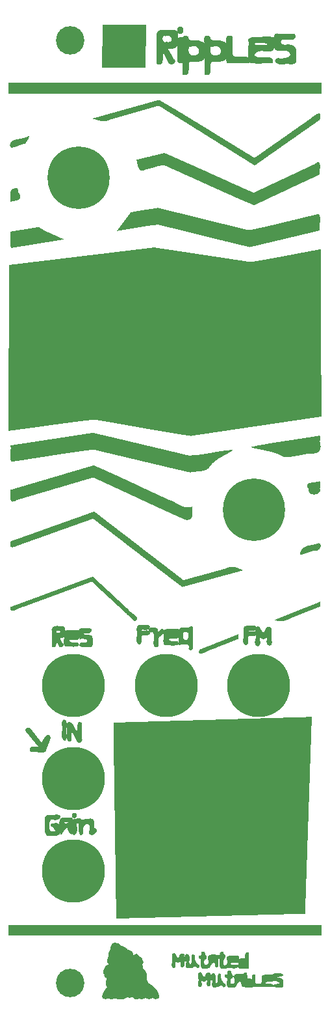
<source format=gbr>
G04 #@! TF.FileFunction,Soldermask,Top*
%FSLAX46Y46*%
G04 Gerber Fmt 4.6, Leading zero omitted, Abs format (unit mm)*
G04 Created by KiCad (PCBNEW 4.0.1-stable) date Samstag, 17. Dezember 2016 'u05' 12:05:26*
%MOMM*%
G01*
G04 APERTURE LIST*
%ADD10C,0.150000*%
%ADD11C,8.200000*%
%ADD12C,8.100000*%
%ADD13C,3.700000*%
G04 APERTURE END LIST*
D10*
G36*
X105665463Y-153594887D02*
X105646720Y-153597027D01*
X105629402Y-153600334D01*
X105613449Y-153604756D01*
X105598802Y-153610241D01*
X105585401Y-153616737D01*
X105573187Y-153624190D01*
X105562100Y-153632549D01*
X105552082Y-153641760D01*
X105543072Y-153651771D01*
X105535011Y-153662530D01*
X105527839Y-153673984D01*
X105521498Y-153686080D01*
X105515928Y-153698766D01*
X105511069Y-153711990D01*
X105506862Y-153725698D01*
X105503247Y-153739839D01*
X105500165Y-153754359D01*
X105497557Y-153769206D01*
X105495362Y-153784328D01*
X105493523Y-153799672D01*
X105491978Y-153815186D01*
X105490669Y-153830816D01*
X105489537Y-153846511D01*
X105488521Y-153862218D01*
X105487562Y-153877884D01*
X105486602Y-153893457D01*
X105485580Y-153908884D01*
X105484437Y-153924113D01*
X105483113Y-153939090D01*
X105481550Y-153953765D01*
X105479687Y-153968083D01*
X105477466Y-153981993D01*
X105474826Y-153995441D01*
X105471708Y-154008376D01*
X105468054Y-154020745D01*
X105463803Y-154032495D01*
X105458895Y-154043574D01*
X105453273Y-154053929D01*
X105446875Y-154063507D01*
X105439643Y-154072257D01*
X105431517Y-154080125D01*
X105422438Y-154087059D01*
X105412346Y-154093006D01*
X105401182Y-154097915D01*
X105388886Y-154101731D01*
X105375400Y-154104403D01*
X105360662Y-154105879D01*
X105344615Y-154106105D01*
X105327199Y-154105029D01*
X105308353Y-154102599D01*
X105288019Y-154098762D01*
X105266137Y-154093465D01*
X105242649Y-154086656D01*
X105225388Y-154091762D01*
X105209659Y-154098787D01*
X105195442Y-154107597D01*
X105182717Y-154118059D01*
X105171463Y-154130037D01*
X105161661Y-154143396D01*
X105153289Y-154158003D01*
X105146329Y-154173724D01*
X105140759Y-154190422D01*
X105136559Y-154207965D01*
X105133709Y-154226218D01*
X105132189Y-154245046D01*
X105131978Y-154264315D01*
X105133057Y-154283890D01*
X105135405Y-154303637D01*
X105139002Y-154323422D01*
X105143828Y-154343109D01*
X105149861Y-154362565D01*
X105157084Y-154381656D01*
X105165474Y-154400246D01*
X105175011Y-154418201D01*
X105185677Y-154435388D01*
X105197449Y-154451670D01*
X105210309Y-154466915D01*
X105224235Y-154480987D01*
X105239208Y-154493752D01*
X105255207Y-154505076D01*
X105272212Y-154514824D01*
X105290203Y-154522861D01*
X105309159Y-154529054D01*
X105329061Y-154533268D01*
X105349888Y-154535368D01*
X105371620Y-154535220D01*
X105394237Y-154532690D01*
X105417718Y-154527642D01*
X105423084Y-154546852D01*
X105427756Y-154566567D01*
X105431769Y-154586764D01*
X105435157Y-154607421D01*
X105437953Y-154628516D01*
X105440191Y-154650026D01*
X105441905Y-154671928D01*
X105443128Y-154694201D01*
X105443896Y-154716821D01*
X105444241Y-154739767D01*
X105444197Y-154763016D01*
X105443799Y-154786546D01*
X105443079Y-154810334D01*
X105442073Y-154834358D01*
X105440813Y-154858595D01*
X105439334Y-154883023D01*
X105437669Y-154907620D01*
X105435853Y-154932363D01*
X105433919Y-154957230D01*
X105431900Y-154982199D01*
X105429832Y-155007246D01*
X105427747Y-155032350D01*
X105425680Y-155057488D01*
X105423664Y-155082638D01*
X105421734Y-155107777D01*
X105419922Y-155132883D01*
X105418263Y-155157933D01*
X105416791Y-155182906D01*
X105415540Y-155207778D01*
X105414543Y-155232528D01*
X105413834Y-155257133D01*
X105413448Y-155281570D01*
X105413417Y-155305817D01*
X105413777Y-155329852D01*
X105414560Y-155353652D01*
X105415800Y-155377195D01*
X105417532Y-155400458D01*
X105419789Y-155423420D01*
X105422606Y-155446057D01*
X105426015Y-155468347D01*
X105430050Y-155490268D01*
X105434747Y-155511798D01*
X105440138Y-155532913D01*
X105446257Y-155553592D01*
X105453138Y-155573812D01*
X105460815Y-155593551D01*
X105469322Y-155612787D01*
X105478693Y-155631496D01*
X105488962Y-155649657D01*
X105500161Y-155667247D01*
X105512326Y-155684243D01*
X105525490Y-155700624D01*
X105539687Y-155716367D01*
X105554950Y-155731450D01*
X105571315Y-155745849D01*
X105588813Y-155759543D01*
X105607480Y-155772510D01*
X105627349Y-155784726D01*
X105648454Y-155796169D01*
X105670829Y-155806818D01*
X105699281Y-155807893D01*
X105728082Y-155809017D01*
X105757189Y-155810164D01*
X105786558Y-155811306D01*
X105816147Y-155812416D01*
X105845912Y-155813465D01*
X105875811Y-155814428D01*
X105905799Y-155815276D01*
X105935834Y-155815982D01*
X105965873Y-155816518D01*
X105995873Y-155816858D01*
X106025790Y-155816974D01*
X106055582Y-155816838D01*
X106085204Y-155816424D01*
X106114615Y-155815703D01*
X106143771Y-155814648D01*
X106172628Y-155813232D01*
X106201144Y-155811428D01*
X106229276Y-155809208D01*
X106256980Y-155806545D01*
X106284213Y-155803411D01*
X106310933Y-155799779D01*
X106337095Y-155795621D01*
X106362657Y-155790911D01*
X106387576Y-155785620D01*
X106411808Y-155779722D01*
X106435311Y-155773189D01*
X106458041Y-155765993D01*
X106479955Y-155758108D01*
X106501010Y-155749506D01*
X106521163Y-155740159D01*
X106540371Y-155730040D01*
X106558590Y-155719121D01*
X106575778Y-155707376D01*
X106591891Y-155694777D01*
X106606886Y-155681296D01*
X106609895Y-155669777D01*
X106613322Y-155657880D01*
X106617156Y-155645625D01*
X106621389Y-155633035D01*
X106626007Y-155620130D01*
X106631002Y-155606932D01*
X106636362Y-155593463D01*
X106642077Y-155579745D01*
X106648137Y-155565798D01*
X106654529Y-155551645D01*
X106661245Y-155537306D01*
X106668272Y-155522803D01*
X106675601Y-155508159D01*
X106683222Y-155493393D01*
X106691122Y-155478528D01*
X106699293Y-155463585D01*
X106707722Y-155448586D01*
X106716400Y-155433553D01*
X106725316Y-155418506D01*
X106734459Y-155403467D01*
X106743818Y-155388458D01*
X106753384Y-155373500D01*
X106763145Y-155358614D01*
X106773090Y-155343823D01*
X106783210Y-155329147D01*
X106793493Y-155314609D01*
X106803928Y-155300229D01*
X106814506Y-155286030D01*
X106825216Y-155272032D01*
X106836046Y-155258257D01*
X106846987Y-155244727D01*
X106858028Y-155231463D01*
X106869157Y-155218487D01*
X106880365Y-155205819D01*
X106891641Y-155193483D01*
X106902973Y-155181498D01*
X106914353Y-155169887D01*
X106925768Y-155158671D01*
X106937208Y-155147872D01*
X106948663Y-155137511D01*
X106960123Y-155127609D01*
X106971575Y-155118188D01*
X106983010Y-155109270D01*
X106994418Y-155100876D01*
X107005787Y-155093028D01*
X107017106Y-155085747D01*
X107028366Y-155079054D01*
X107039556Y-155072971D01*
X107050664Y-155067520D01*
X107061681Y-155062722D01*
X107072596Y-155058598D01*
X107083398Y-155055170D01*
X107094076Y-155052460D01*
X107104620Y-155050489D01*
X107115019Y-155049278D01*
X107125263Y-155048850D01*
X107135341Y-155049225D01*
X107145242Y-155050425D01*
X107154956Y-155052471D01*
X107164471Y-155055385D01*
X107173779Y-155059189D01*
X107182867Y-155063904D01*
X107191725Y-155069551D01*
X107200343Y-155076152D01*
X107208709Y-155083729D01*
X107216814Y-155092302D01*
X107224647Y-155101894D01*
X107232197Y-155112526D01*
X107239453Y-155124219D01*
X107246405Y-155136996D01*
X107253042Y-155150876D01*
X107259353Y-155165883D01*
X107265329Y-155182037D01*
X107270958Y-155199360D01*
X107276229Y-155217873D01*
X107281132Y-155237598D01*
X107285657Y-155258557D01*
X107289793Y-155280770D01*
X107293528Y-155304260D01*
X107296853Y-155329048D01*
X107299757Y-155355155D01*
X107302230Y-155382603D01*
X107304259Y-155411413D01*
X107305836Y-155441607D01*
X107306949Y-155473207D01*
X107307588Y-155506233D01*
X107307742Y-155540707D01*
X107307400Y-155576652D01*
X107328053Y-155594042D01*
X107348062Y-155609986D01*
X107367437Y-155624510D01*
X107386187Y-155637641D01*
X107404323Y-155649404D01*
X107421855Y-155659827D01*
X107438792Y-155668935D01*
X107455144Y-155676756D01*
X107470922Y-155683315D01*
X107486135Y-155688640D01*
X107500793Y-155692756D01*
X107514906Y-155695690D01*
X107528484Y-155697468D01*
X107541537Y-155698117D01*
X107554075Y-155697663D01*
X107566107Y-155696133D01*
X107577644Y-155693553D01*
X107588695Y-155689949D01*
X107599271Y-155685349D01*
X107609381Y-155679777D01*
X107619036Y-155673262D01*
X107628244Y-155665829D01*
X107637017Y-155657504D01*
X107645364Y-155648314D01*
X107653294Y-155638286D01*
X107660818Y-155627446D01*
X107667946Y-155615821D01*
X107674688Y-155603436D01*
X107681053Y-155590318D01*
X107687051Y-155576494D01*
X107692693Y-155561990D01*
X107697988Y-155546833D01*
X107702946Y-155531048D01*
X107707578Y-155514663D01*
X107711892Y-155497704D01*
X107715899Y-155480197D01*
X107719609Y-155462169D01*
X107723032Y-155443645D01*
X107726177Y-155424654D01*
X107729055Y-155405220D01*
X107731675Y-155385371D01*
X107734048Y-155365132D01*
X107736183Y-155344531D01*
X107738090Y-155323593D01*
X107739780Y-155302346D01*
X107741261Y-155280815D01*
X107742544Y-155259027D01*
X107743639Y-155237008D01*
X107744556Y-155214785D01*
X107745304Y-155192385D01*
X107745894Y-155169833D01*
X107746336Y-155147156D01*
X107746639Y-155124381D01*
X107746813Y-155101534D01*
X107746868Y-155078641D01*
X107746814Y-155055730D01*
X107746662Y-155032825D01*
X107746420Y-155009954D01*
X107746100Y-154987143D01*
X107745710Y-154964419D01*
X107745260Y-154941808D01*
X107744762Y-154919336D01*
X107744223Y-154897030D01*
X107743656Y-154874916D01*
X107743068Y-154853021D01*
X107742471Y-154831371D01*
X107741874Y-154809993D01*
X107741287Y-154788913D01*
X107740720Y-154768157D01*
X107740182Y-154747752D01*
X107739685Y-154727724D01*
X107739237Y-154708100D01*
X107738849Y-154688907D01*
X107738530Y-154670169D01*
X107738291Y-154651915D01*
X107738141Y-154634170D01*
X107738091Y-154616961D01*
X107738149Y-154600315D01*
X107747456Y-154579866D01*
X107756430Y-154562522D01*
X107765075Y-154548169D01*
X107773393Y-154536695D01*
X107781390Y-154527988D01*
X107789069Y-154521935D01*
X107796433Y-154518423D01*
X107803487Y-154517340D01*
X107810234Y-154518573D01*
X107816678Y-154522011D01*
X107822823Y-154527540D01*
X107828673Y-154535048D01*
X107834232Y-154544422D01*
X107839503Y-154555550D01*
X107844490Y-154568319D01*
X107849197Y-154582617D01*
X107853628Y-154598332D01*
X107857787Y-154615350D01*
X107861677Y-154633560D01*
X107865303Y-154652848D01*
X107868667Y-154673103D01*
X107871775Y-154694211D01*
X107874629Y-154716061D01*
X107877234Y-154738539D01*
X107879593Y-154761534D01*
X107881711Y-154784932D01*
X107883590Y-154808621D01*
X107885236Y-154832489D01*
X107886651Y-154856423D01*
X107887839Y-154880311D01*
X107888805Y-154904040D01*
X107889552Y-154927497D01*
X107890084Y-154950571D01*
X107890404Y-154973148D01*
X107890517Y-154995116D01*
X107890426Y-155016363D01*
X107890136Y-155036775D01*
X107889650Y-155056241D01*
X107888971Y-155074648D01*
X107888104Y-155091884D01*
X107887052Y-155107836D01*
X107885820Y-155122390D01*
X107884411Y-155135436D01*
X107880038Y-155157651D01*
X107876279Y-155180134D01*
X107873135Y-155202845D01*
X107870611Y-155225744D01*
X107868709Y-155248792D01*
X107867432Y-155271947D01*
X107866783Y-155295170D01*
X107866766Y-155318421D01*
X107867383Y-155341660D01*
X107868638Y-155364846D01*
X107870534Y-155387940D01*
X107873073Y-155410901D01*
X107876259Y-155433689D01*
X107880095Y-155456265D01*
X107884584Y-155478587D01*
X107889729Y-155500617D01*
X107895533Y-155522313D01*
X107901999Y-155543637D01*
X107909131Y-155564547D01*
X107916930Y-155585004D01*
X107925401Y-155604967D01*
X107934547Y-155624397D01*
X107944370Y-155643253D01*
X107954873Y-155661495D01*
X107966061Y-155679084D01*
X107977935Y-155695979D01*
X107990498Y-155712139D01*
X108003755Y-155727526D01*
X108017707Y-155742098D01*
X108032359Y-155755816D01*
X108047713Y-155768640D01*
X108063772Y-155780529D01*
X108080539Y-155791443D01*
X108098017Y-155801343D01*
X108116210Y-155810188D01*
X108135120Y-155817939D01*
X108154751Y-155824554D01*
X108175105Y-155829994D01*
X108196186Y-155834219D01*
X108217997Y-155837189D01*
X108240541Y-155838864D01*
X108263820Y-155839203D01*
X108287839Y-155838167D01*
X108312599Y-155835715D01*
X108338105Y-155831807D01*
X108364359Y-155826404D01*
X108391364Y-155819465D01*
X108419123Y-155810949D01*
X108450427Y-155813236D01*
X108480842Y-155814789D01*
X108510415Y-155815648D01*
X108539192Y-155815853D01*
X108567221Y-155815447D01*
X108594548Y-155814470D01*
X108621221Y-155812964D01*
X108647285Y-155810968D01*
X108672789Y-155808524D01*
X108697778Y-155805674D01*
X108722299Y-155802457D01*
X108746400Y-155798915D01*
X108770127Y-155795090D01*
X108793527Y-155791021D01*
X108816647Y-155786751D01*
X108839533Y-155782319D01*
X108862233Y-155777767D01*
X108884794Y-155773137D01*
X108907261Y-155768468D01*
X108929683Y-155763801D01*
X108952105Y-155759179D01*
X108974575Y-155754642D01*
X108997139Y-155750230D01*
X109019845Y-155745985D01*
X109042739Y-155741948D01*
X109065868Y-155738160D01*
X109089278Y-155734662D01*
X109113018Y-155731494D01*
X109137132Y-155728698D01*
X109161669Y-155726314D01*
X109186676Y-155724384D01*
X109212198Y-155722949D01*
X109238283Y-155722050D01*
X109264977Y-155721727D01*
X109292328Y-155722021D01*
X109320382Y-155722974D01*
X109349187Y-155724627D01*
X109378788Y-155727020D01*
X109409233Y-155730195D01*
X109440569Y-155734192D01*
X109472842Y-155739053D01*
X109492940Y-155747325D01*
X109513081Y-155754897D01*
X109533251Y-155761782D01*
X109553437Y-155767993D01*
X109573624Y-155773546D01*
X109593799Y-155778454D01*
X109613948Y-155782731D01*
X109634057Y-155786390D01*
X109654113Y-155789446D01*
X109674100Y-155791912D01*
X109694006Y-155793803D01*
X109713817Y-155795132D01*
X109733518Y-155795913D01*
X109753096Y-155796160D01*
X109772537Y-155795887D01*
X109791827Y-155795108D01*
X109810953Y-155793837D01*
X109829899Y-155792087D01*
X109848654Y-155789873D01*
X109867202Y-155787207D01*
X109885529Y-155784106D01*
X109903623Y-155780581D01*
X109921469Y-155776647D01*
X109939052Y-155772318D01*
X109956361Y-155767609D01*
X109973379Y-155762531D01*
X109990094Y-155757100D01*
X110006492Y-155751330D01*
X110022559Y-155745234D01*
X110038281Y-155738827D01*
X110053644Y-155732121D01*
X110068634Y-155725132D01*
X110083237Y-155717872D01*
X110097441Y-155710356D01*
X110111229Y-155702598D01*
X110124590Y-155694611D01*
X110137508Y-155686410D01*
X110149971Y-155678008D01*
X110161964Y-155669420D01*
X110173473Y-155660658D01*
X110184484Y-155651738D01*
X110194984Y-155642672D01*
X110204959Y-155633475D01*
X110214395Y-155624161D01*
X110223278Y-155614744D01*
X110231594Y-155605237D01*
X110239329Y-155595654D01*
X110246469Y-155586009D01*
X110253002Y-155576317D01*
X110258911Y-155566590D01*
X110264185Y-155556844D01*
X110268809Y-155547091D01*
X110272768Y-155537346D01*
X110276050Y-155527623D01*
X110278640Y-155517935D01*
X110280525Y-155508296D01*
X110281691Y-155498720D01*
X110282123Y-155489222D01*
X110281808Y-155479814D01*
X110280732Y-155470512D01*
X110278881Y-155461328D01*
X110276241Y-155452277D01*
X110272799Y-155443372D01*
X110268541Y-155434628D01*
X110263452Y-155426059D01*
X110257519Y-155417677D01*
X110250728Y-155409497D01*
X110243065Y-155401534D01*
X110234517Y-155393800D01*
X110225068Y-155386311D01*
X110214707Y-155379078D01*
X110203417Y-155372118D01*
X110191187Y-155365443D01*
X110178002Y-155359067D01*
X110163847Y-155353004D01*
X110148710Y-155347268D01*
X110132576Y-155341874D01*
X110115432Y-155336834D01*
X110097263Y-155332163D01*
X110078056Y-155327875D01*
X110057796Y-155323983D01*
X110036471Y-155320502D01*
X110014066Y-155317445D01*
X109990567Y-155314826D01*
X109965961Y-155312659D01*
X109940233Y-155310959D01*
X109913369Y-155309738D01*
X109885357Y-155309011D01*
X109856181Y-155308791D01*
X109822319Y-155311665D01*
X109789726Y-155314003D01*
X109758388Y-155315820D01*
X109728293Y-155317132D01*
X109699427Y-155317953D01*
X109671776Y-155318298D01*
X109645328Y-155318183D01*
X109620069Y-155317622D01*
X109595985Y-155316631D01*
X109573064Y-155315224D01*
X109551292Y-155313416D01*
X109530656Y-155311222D01*
X109511142Y-155308658D01*
X109492737Y-155305738D01*
X109475427Y-155302477D01*
X109459201Y-155298890D01*
X109444043Y-155294993D01*
X109429941Y-155290799D01*
X109416882Y-155286325D01*
X109404852Y-155281585D01*
X109393837Y-155276594D01*
X109383826Y-155271367D01*
X109374803Y-155265919D01*
X109366756Y-155260265D01*
X109359672Y-155254420D01*
X109353537Y-155248399D01*
X109348338Y-155242218D01*
X109344061Y-155235890D01*
X109340694Y-155229431D01*
X109338223Y-155222856D01*
X109336634Y-155216180D01*
X109335914Y-155209418D01*
X109336051Y-155202584D01*
X109337030Y-155195695D01*
X109338839Y-155188765D01*
X109341463Y-155181808D01*
X109344890Y-155174840D01*
X109349107Y-155167876D01*
X109354099Y-155160931D01*
X109359855Y-155154019D01*
X109366359Y-155147156D01*
X109373600Y-155140357D01*
X109381564Y-155133637D01*
X109390237Y-155127010D01*
X109399606Y-155120492D01*
X109409658Y-155114098D01*
X109420379Y-155107842D01*
X109431756Y-155101740D01*
X109443777Y-155095806D01*
X109456426Y-155090056D01*
X109469692Y-155084505D01*
X109483561Y-155079167D01*
X109498020Y-155074058D01*
X109513054Y-155069192D01*
X109528652Y-155064584D01*
X109544799Y-155060250D01*
X109561482Y-155056205D01*
X109578688Y-155052463D01*
X109596404Y-155049039D01*
X109614616Y-155045949D01*
X109633311Y-155043207D01*
X109652476Y-155040829D01*
X109672097Y-155038829D01*
X109692161Y-155037222D01*
X109712655Y-155036023D01*
X109733565Y-155035248D01*
X109754878Y-155034911D01*
X109776581Y-155035027D01*
X109798660Y-155035612D01*
X109821102Y-155036680D01*
X109843894Y-155038246D01*
X109867023Y-155040325D01*
X109890474Y-155042932D01*
X109914236Y-155046082D01*
X109938293Y-155049791D01*
X109962634Y-155054073D01*
X109987245Y-155058942D01*
X110012112Y-155064415D01*
X110034647Y-155063999D01*
X110056359Y-155062534D01*
X110077248Y-155060149D01*
X110097312Y-155056972D01*
X110116552Y-155053132D01*
X110134967Y-155048757D01*
X110152557Y-155043976D01*
X110169322Y-155038916D01*
X110185260Y-155033708D01*
X110200373Y-155028478D01*
X110214658Y-155023356D01*
X110228117Y-155018469D01*
X110240748Y-155013947D01*
X110252551Y-155009918D01*
X110263526Y-155006510D01*
X110273673Y-155003853D01*
X110282990Y-155002073D01*
X110291478Y-155001300D01*
X110299136Y-155001663D01*
X110305964Y-155003289D01*
X110311961Y-155006307D01*
X110317127Y-155010846D01*
X110321462Y-155017034D01*
X110324965Y-155025000D01*
X110327636Y-155034871D01*
X110329475Y-155046777D01*
X110330480Y-155060847D01*
X110330653Y-155077207D01*
X110329991Y-155095988D01*
X110328495Y-155117317D01*
X110326165Y-155141322D01*
X110323000Y-155168134D01*
X110319000Y-155197879D01*
X110314164Y-155230686D01*
X110308492Y-155266684D01*
X110301267Y-155294764D01*
X110294941Y-155321927D01*
X110289502Y-155348187D01*
X110284933Y-155373559D01*
X110281223Y-155398056D01*
X110278356Y-155421694D01*
X110276319Y-155444486D01*
X110275097Y-155466446D01*
X110274677Y-155487588D01*
X110275045Y-155507928D01*
X110276187Y-155527479D01*
X110278089Y-155546255D01*
X110280736Y-155564271D01*
X110284115Y-155581541D01*
X110288212Y-155598079D01*
X110293014Y-155613900D01*
X110298505Y-155629017D01*
X110304671Y-155643445D01*
X110311500Y-155657198D01*
X110318977Y-155670291D01*
X110327088Y-155682737D01*
X110335820Y-155694551D01*
X110345157Y-155705747D01*
X110355086Y-155716339D01*
X110365594Y-155726342D01*
X110376665Y-155735770D01*
X110388287Y-155744637D01*
X110400445Y-155752957D01*
X110413126Y-155760745D01*
X110426314Y-155768015D01*
X110439997Y-155774780D01*
X110454161Y-155781056D01*
X110468791Y-155786857D01*
X110483873Y-155792196D01*
X110499393Y-155797088D01*
X110515338Y-155801548D01*
X110531694Y-155805589D01*
X110548446Y-155809226D01*
X110565580Y-155812473D01*
X110583083Y-155815344D01*
X110600941Y-155817854D01*
X110619139Y-155820017D01*
X110637664Y-155821846D01*
X110656502Y-155823357D01*
X110675638Y-155824563D01*
X110695059Y-155825479D01*
X110714751Y-155826118D01*
X110734700Y-155826496D01*
X110754891Y-155826627D01*
X110775311Y-155826524D01*
X110795946Y-155826202D01*
X110816782Y-155825675D01*
X110837805Y-155824958D01*
X110859001Y-155824064D01*
X110880356Y-155823009D01*
X110901855Y-155821805D01*
X110923486Y-155820468D01*
X110945234Y-155819011D01*
X110967085Y-155817450D01*
X110989025Y-155815797D01*
X111011040Y-155814068D01*
X111033116Y-155812277D01*
X111055240Y-155810437D01*
X111077396Y-155808564D01*
X111099572Y-155806670D01*
X111121753Y-155804772D01*
X111143926Y-155802882D01*
X111166076Y-155801016D01*
X111188189Y-155799186D01*
X111210251Y-155797408D01*
X111232249Y-155795697D01*
X111254168Y-155794065D01*
X111275995Y-155792527D01*
X111297715Y-155791098D01*
X111319315Y-155789792D01*
X111340780Y-155788623D01*
X111362097Y-155787605D01*
X111383251Y-155786753D01*
X111404229Y-155786080D01*
X111425017Y-155785601D01*
X111445600Y-155785331D01*
X111465965Y-155785283D01*
X111486098Y-155785472D01*
X111505984Y-155785912D01*
X111525611Y-155786617D01*
X111544963Y-155787602D01*
X111564027Y-155788880D01*
X111582788Y-155790467D01*
X111601234Y-155792375D01*
X111619349Y-155794620D01*
X111637121Y-155797216D01*
X111654534Y-155800176D01*
X111671576Y-155803516D01*
X111671576Y-155775511D01*
X111671576Y-155747506D01*
X111671576Y-155719501D01*
X111671576Y-155691496D01*
X111671576Y-155663491D01*
X111671576Y-155635486D01*
X111671576Y-155607481D01*
X111671576Y-155579476D01*
X111671576Y-155551471D01*
X111671576Y-155523466D01*
X111671576Y-155495461D01*
X111671576Y-155467456D01*
X111671576Y-155439451D01*
X111671576Y-155411446D01*
X111671576Y-155383441D01*
X111671576Y-155355436D01*
X111671576Y-155327430D01*
X111671576Y-155299425D01*
X111671576Y-155271420D01*
X111671576Y-155243415D01*
X111671576Y-155215410D01*
X111671576Y-155187405D01*
X111671576Y-155159400D01*
X111671576Y-155131395D01*
X111671576Y-155103390D01*
X111671576Y-155075385D01*
X111671576Y-155047380D01*
X111671576Y-155019375D01*
X111671576Y-154991371D01*
X111671576Y-154963366D01*
X111671576Y-154935361D01*
X111671576Y-154907356D01*
X111671576Y-154879351D01*
X111671576Y-154851346D01*
X111671576Y-154823341D01*
X111671576Y-154795336D01*
X111671576Y-154767331D01*
X111671576Y-154739326D01*
X111671576Y-154711321D01*
X111671576Y-154683316D01*
X111671576Y-154655311D01*
X111671576Y-154627306D01*
X111671576Y-154599301D01*
X111671576Y-154571296D01*
X111671576Y-154543291D01*
X111671576Y-154515286D01*
X111671576Y-154487281D01*
X111671576Y-154459276D01*
X111671576Y-154431271D01*
X111671576Y-154403266D01*
X111671576Y-154375261D01*
X111671576Y-154347256D01*
X111671576Y-154319251D01*
X111671576Y-154291247D01*
X111671576Y-154263242D01*
X111671576Y-154235237D01*
X111671576Y-154207232D01*
X111671576Y-154179227D01*
X111671576Y-154151222D01*
X111671576Y-154123217D01*
X111671576Y-154095212D01*
X111671576Y-154067207D01*
X111671576Y-154039202D01*
X111671576Y-154011197D01*
X111671576Y-153983192D01*
X111671576Y-153955187D01*
X111671576Y-153927182D01*
X111671576Y-153899177D01*
X111671576Y-153871173D01*
X111671576Y-153843168D01*
X111671576Y-153815163D01*
X111671576Y-153787158D01*
X111671576Y-153759153D01*
X111671576Y-153731148D01*
X111643083Y-153720576D01*
X111615671Y-153711837D01*
X111589323Y-153704882D01*
X111564023Y-153699658D01*
X111539754Y-153696114D01*
X111516500Y-153694198D01*
X111494245Y-153693858D01*
X111472970Y-153695044D01*
X111452661Y-153697703D01*
X111433301Y-153701784D01*
X111414872Y-153707236D01*
X111397359Y-153714007D01*
X111380745Y-153722045D01*
X111365013Y-153731299D01*
X111350147Y-153741718D01*
X111336131Y-153753250D01*
X111322947Y-153765843D01*
X111310579Y-153779446D01*
X111299011Y-153794007D01*
X111288226Y-153809475D01*
X111278208Y-153825798D01*
X111268940Y-153842925D01*
X111260405Y-153860804D01*
X111252588Y-153879384D01*
X111245470Y-153898613D01*
X111239037Y-153918439D01*
X111233271Y-153938812D01*
X111228156Y-153959679D01*
X111223675Y-153980990D01*
X111219812Y-154002692D01*
X111216551Y-154024733D01*
X111213874Y-154047064D01*
X111211765Y-154069631D01*
X111210207Y-154092384D01*
X111209185Y-154115270D01*
X111208681Y-154138239D01*
X111208679Y-154161239D01*
X111209163Y-154184218D01*
X111210115Y-154207124D01*
X111211520Y-154229907D01*
X111213361Y-154252515D01*
X111215621Y-154274896D01*
X111218283Y-154296998D01*
X111221332Y-154318771D01*
X111224751Y-154340162D01*
X111222253Y-154359942D01*
X111218317Y-154378028D01*
X111212999Y-154394491D01*
X111206352Y-154409406D01*
X111198432Y-154422846D01*
X111189293Y-154434882D01*
X111178990Y-154445590D01*
X111167578Y-154455041D01*
X111155111Y-154463308D01*
X111141644Y-154470465D01*
X111127231Y-154476585D01*
X111111928Y-154481740D01*
X111095790Y-154486004D01*
X111078870Y-154489450D01*
X111061223Y-154492151D01*
X111042905Y-154494180D01*
X111023970Y-154495609D01*
X111004472Y-154496513D01*
X110984467Y-154496963D01*
X110964009Y-154497034D01*
X110943152Y-154496797D01*
X110921952Y-154496327D01*
X110900463Y-154495696D01*
X110878740Y-154494977D01*
X110856837Y-154494243D01*
X110834810Y-154493567D01*
X110812713Y-154493023D01*
X110790600Y-154492683D01*
X110768527Y-154492621D01*
X110746547Y-154492908D01*
X110724717Y-154493620D01*
X110703090Y-154494828D01*
X110681721Y-154496605D01*
X110660665Y-154499025D01*
X110639976Y-154502161D01*
X110619710Y-154506085D01*
X110599921Y-154510871D01*
X110580663Y-154516592D01*
X110561992Y-154523320D01*
X110543962Y-154531130D01*
X110526628Y-154540093D01*
X110510044Y-154550283D01*
X110494265Y-154561773D01*
X110479346Y-154574636D01*
X110465342Y-154588945D01*
X110452307Y-154604774D01*
X110440296Y-154622194D01*
X110447080Y-154595216D01*
X110452453Y-154568703D01*
X110456444Y-154542679D01*
X110459080Y-154517170D01*
X110460388Y-154492201D01*
X110460396Y-154467795D01*
X110459131Y-154443980D01*
X110456622Y-154420778D01*
X110452895Y-154398215D01*
X110447977Y-154376316D01*
X110441897Y-154355106D01*
X110434681Y-154334610D01*
X110426358Y-154314852D01*
X110416955Y-154295858D01*
X110406498Y-154277652D01*
X110395017Y-154260259D01*
X110382537Y-154243704D01*
X110369087Y-154228013D01*
X110354694Y-154213209D01*
X110339386Y-154199318D01*
X110323190Y-154186365D01*
X110306133Y-154174374D01*
X110288243Y-154163370D01*
X110269548Y-154153379D01*
X110250074Y-154144425D01*
X110229850Y-154136533D01*
X110208903Y-154129728D01*
X110187260Y-154124035D01*
X110164949Y-154119479D01*
X110141997Y-154116084D01*
X110118432Y-154113876D01*
X110094282Y-154112879D01*
X110069573Y-154113119D01*
X110044333Y-154114619D01*
X110018590Y-154117406D01*
X109992370Y-154121503D01*
X109965703Y-154126937D01*
X109938615Y-154133731D01*
X109921435Y-154135538D01*
X109903751Y-154137048D01*
X109885587Y-154138279D01*
X109866966Y-154139251D01*
X109847911Y-154139982D01*
X109828445Y-154140490D01*
X109808593Y-154140794D01*
X109788378Y-154140914D01*
X109767822Y-154140867D01*
X109746950Y-154140672D01*
X109725785Y-154140348D01*
X109704351Y-154139914D01*
X109682670Y-154139388D01*
X109660766Y-154138789D01*
X109638663Y-154138136D01*
X109616383Y-154137447D01*
X109593952Y-154136741D01*
X109571391Y-154136037D01*
X109548724Y-154135353D01*
X109525975Y-154134707D01*
X109503168Y-154134120D01*
X109480325Y-154133609D01*
X109457470Y-154133193D01*
X109434626Y-154132890D01*
X109411817Y-154132720D01*
X109389067Y-154132701D01*
X109366398Y-154132852D01*
X109343834Y-154133190D01*
X109321399Y-154133736D01*
X109299116Y-154134508D01*
X109277009Y-154135524D01*
X109255100Y-154136803D01*
X109233414Y-154138364D01*
X109211973Y-154140225D01*
X109190801Y-154142405D01*
X109169922Y-154144923D01*
X109149359Y-154147797D01*
X109129136Y-154151047D01*
X109109275Y-154154690D01*
X109089800Y-154158745D01*
X109070735Y-154163232D01*
X109052104Y-154168168D01*
X109033928Y-154173573D01*
X109016233Y-154179465D01*
X108999042Y-154185862D01*
X108982377Y-154192785D01*
X108966262Y-154200250D01*
X108950721Y-154208277D01*
X108935777Y-154216884D01*
X108921454Y-154226091D01*
X108907774Y-154235915D01*
X108894762Y-154246376D01*
X108882441Y-154257492D01*
X108870834Y-154269282D01*
X108859965Y-154281764D01*
X108849857Y-154294957D01*
X108840533Y-154308880D01*
X108832017Y-154323552D01*
X108824333Y-154338991D01*
X108817503Y-154355216D01*
X108811552Y-154372245D01*
X108806502Y-154390097D01*
X108802378Y-154408792D01*
X108799202Y-154428346D01*
X108796998Y-154448780D01*
X108795789Y-154470112D01*
X108795599Y-154492361D01*
X108796451Y-154515544D01*
X108798369Y-154539682D01*
X108801376Y-154564792D01*
X108805496Y-154590893D01*
X108810751Y-154618004D01*
X108817166Y-154646144D01*
X108827846Y-154666813D01*
X108837627Y-154687463D01*
X108846528Y-154708079D01*
X108854568Y-154728649D01*
X108861764Y-154749158D01*
X108868137Y-154769593D01*
X108873704Y-154789940D01*
X108878484Y-154810185D01*
X108882495Y-154830315D01*
X108885757Y-154850316D01*
X108888288Y-154870174D01*
X108890106Y-154889876D01*
X108891229Y-154909407D01*
X108891678Y-154928755D01*
X108891469Y-154947904D01*
X108890623Y-154966843D01*
X108889157Y-154985556D01*
X108887089Y-155004031D01*
X108884440Y-155022253D01*
X108881226Y-155040209D01*
X108877468Y-155057885D01*
X108873182Y-155075268D01*
X108868389Y-155092343D01*
X108863107Y-155109097D01*
X108857353Y-155125517D01*
X108851148Y-155141588D01*
X108844509Y-155157297D01*
X108837454Y-155172630D01*
X108830004Y-155187573D01*
X108822176Y-155202113D01*
X108813988Y-155216236D01*
X108805460Y-155229929D01*
X108796610Y-155243177D01*
X108787457Y-155255966D01*
X108778019Y-155268284D01*
X108768314Y-155280117D01*
X108758362Y-155291450D01*
X108748182Y-155302270D01*
X108737790Y-155312564D01*
X108727207Y-155322317D01*
X108716451Y-155331516D01*
X108705541Y-155340147D01*
X108694494Y-155348196D01*
X108683330Y-155355651D01*
X108672067Y-155362496D01*
X108660725Y-155368719D01*
X108649320Y-155374305D01*
X108637873Y-155379242D01*
X108626401Y-155383514D01*
X108614924Y-155387109D01*
X108603460Y-155390013D01*
X108592027Y-155392212D01*
X108580644Y-155393692D01*
X108569329Y-155394440D01*
X108558102Y-155394442D01*
X108546981Y-155393684D01*
X108535985Y-155392152D01*
X108525131Y-155389834D01*
X108514439Y-155386714D01*
X108503928Y-155382780D01*
X108493615Y-155378017D01*
X108483520Y-155372413D01*
X108473661Y-155365953D01*
X108464057Y-155358623D01*
X108454726Y-155350410D01*
X108445687Y-155341300D01*
X108436958Y-155331280D01*
X108428559Y-155320335D01*
X108420507Y-155308452D01*
X108412821Y-155295618D01*
X108405521Y-155281818D01*
X108398624Y-155267039D01*
X108392149Y-155251267D01*
X108386115Y-155234489D01*
X108380540Y-155216690D01*
X108375443Y-155197857D01*
X108370843Y-155177977D01*
X108366757Y-155157035D01*
X108363206Y-155135018D01*
X108360207Y-155111912D01*
X108357779Y-155087704D01*
X108355940Y-155062379D01*
X108354709Y-155035925D01*
X108355093Y-155010569D01*
X108356122Y-154985848D01*
X108357771Y-154961748D01*
X108360017Y-154938256D01*
X108362833Y-154915357D01*
X108366195Y-154893036D01*
X108370080Y-154871280D01*
X108374461Y-154850075D01*
X108379314Y-154829406D01*
X108384616Y-154809259D01*
X108390340Y-154789621D01*
X108396462Y-154770477D01*
X108402958Y-154751812D01*
X108409802Y-154733614D01*
X108416971Y-154715867D01*
X108424439Y-154698558D01*
X108432182Y-154681672D01*
X108440175Y-154665195D01*
X108448393Y-154649114D01*
X108456812Y-154633413D01*
X108465406Y-154618080D01*
X108474152Y-154603099D01*
X108483025Y-154588457D01*
X108491999Y-154574140D01*
X108501050Y-154560133D01*
X108510154Y-154546422D01*
X108519286Y-154532993D01*
X108528421Y-154519832D01*
X108537534Y-154506926D01*
X108546601Y-154494258D01*
X108555596Y-154481817D01*
X108564496Y-154469587D01*
X108573276Y-154457554D01*
X108581910Y-154445705D01*
X108590375Y-154434025D01*
X108598645Y-154422500D01*
X108606696Y-154411115D01*
X108614503Y-154399857D01*
X108622041Y-154388712D01*
X108629287Y-154377666D01*
X108636214Y-154366703D01*
X108642798Y-154355811D01*
X108649015Y-154344975D01*
X108654840Y-154334181D01*
X108660248Y-154323415D01*
X108665215Y-154312662D01*
X108669715Y-154301909D01*
X108673725Y-154291142D01*
X108677219Y-154280345D01*
X108680173Y-154269506D01*
X108682561Y-154258610D01*
X108684361Y-154247643D01*
X108685545Y-154236591D01*
X108686091Y-154225439D01*
X108685973Y-154214174D01*
X108685167Y-154202781D01*
X108683647Y-154191247D01*
X108681390Y-154179556D01*
X108678370Y-154167696D01*
X108674562Y-154155651D01*
X108669943Y-154143409D01*
X108664488Y-154130954D01*
X108658170Y-154118272D01*
X108650967Y-154105350D01*
X108642854Y-154092173D01*
X108633804Y-154078727D01*
X108623795Y-154064999D01*
X108612801Y-154050973D01*
X108600797Y-154036635D01*
X108587759Y-154021973D01*
X108573663Y-154006971D01*
X108558482Y-153991615D01*
X108542194Y-153975891D01*
X108524772Y-153959786D01*
X108506193Y-153943284D01*
X108486431Y-153926373D01*
X108465463Y-153909036D01*
X108443262Y-153891262D01*
X108419805Y-153873035D01*
X108395067Y-153854341D01*
X108398876Y-153831464D01*
X108401295Y-153809699D01*
X108402380Y-153789033D01*
X108402181Y-153769453D01*
X108400752Y-153750949D01*
X108398145Y-153733506D01*
X108394414Y-153717112D01*
X108389611Y-153701756D01*
X108383788Y-153687425D01*
X108377000Y-153674106D01*
X108369297Y-153661788D01*
X108360734Y-153650457D01*
X108351362Y-153640101D01*
X108341235Y-153630709D01*
X108330405Y-153622266D01*
X108318926Y-153614762D01*
X108306849Y-153608184D01*
X108294228Y-153602519D01*
X108281115Y-153597755D01*
X108267563Y-153593880D01*
X108253625Y-153590881D01*
X108239354Y-153588746D01*
X108224802Y-153587462D01*
X108210023Y-153587017D01*
X108195068Y-153587399D01*
X108179990Y-153588595D01*
X108164844Y-153590593D01*
X108149680Y-153593381D01*
X108134552Y-153596945D01*
X108119513Y-153601274D01*
X108104616Y-153606356D01*
X108089912Y-153612178D01*
X108075455Y-153618727D01*
X108061299Y-153625991D01*
X108047494Y-153633958D01*
X108034095Y-153642615D01*
X108021154Y-153651951D01*
X108008723Y-153661952D01*
X107996856Y-153672606D01*
X107985605Y-153683901D01*
X107975023Y-153695825D01*
X107965163Y-153708364D01*
X107956077Y-153721507D01*
X107947819Y-153735242D01*
X107940440Y-153749555D01*
X107933994Y-153764435D01*
X107928534Y-153779869D01*
X107924112Y-153795845D01*
X107920781Y-153812350D01*
X107918594Y-153829372D01*
X107917603Y-153846898D01*
X107917862Y-153864917D01*
X107919422Y-153883416D01*
X107922338Y-153902382D01*
X107926661Y-153921802D01*
X107932444Y-153941666D01*
X107939740Y-153961960D01*
X107929042Y-153981395D01*
X107917403Y-153998761D01*
X107904855Y-154014146D01*
X107891434Y-154027639D01*
X107877173Y-154039331D01*
X107862106Y-154049309D01*
X107846267Y-154057663D01*
X107829690Y-154064483D01*
X107812408Y-154069858D01*
X107794456Y-154073876D01*
X107775866Y-154076627D01*
X107756674Y-154078200D01*
X107736913Y-154078685D01*
X107716616Y-154078170D01*
X107695818Y-154076744D01*
X107674553Y-154074498D01*
X107652854Y-154071520D01*
X107630755Y-154067898D01*
X107608290Y-154063723D01*
X107585493Y-154059084D01*
X107562398Y-154054070D01*
X107539038Y-154048769D01*
X107515448Y-154043272D01*
X107491661Y-154037667D01*
X107467711Y-154032044D01*
X107443632Y-154026491D01*
X107419458Y-154021099D01*
X107395222Y-154015955D01*
X107370959Y-154011150D01*
X107346703Y-154006772D01*
X107322487Y-154002911D01*
X107298344Y-153999655D01*
X107274310Y-153997095D01*
X107250418Y-153995319D01*
X107226701Y-153994416D01*
X107203193Y-153994476D01*
X107179929Y-153995588D01*
X107156943Y-153997841D01*
X107134267Y-154001324D01*
X107111936Y-154006126D01*
X107089983Y-154012336D01*
X107068975Y-154008866D01*
X107047602Y-154005832D01*
X107025903Y-154003243D01*
X107003916Y-154001105D01*
X106981680Y-153999426D01*
X106959233Y-153998213D01*
X106936614Y-153997473D01*
X106913861Y-153997214D01*
X106891012Y-153997444D01*
X106868107Y-153998168D01*
X106845183Y-153999396D01*
X106822279Y-154001134D01*
X106799434Y-154003389D01*
X106776685Y-154006169D01*
X106754072Y-154009481D01*
X106731633Y-154013332D01*
X106709406Y-154017730D01*
X106687429Y-154022682D01*
X106665742Y-154028196D01*
X106644383Y-154034278D01*
X106623389Y-154040937D01*
X106602800Y-154048178D01*
X106582654Y-154056011D01*
X106562990Y-154064441D01*
X106543845Y-154073477D01*
X106525259Y-154083125D01*
X106507270Y-154093394D01*
X106489916Y-154104290D01*
X106473235Y-154115820D01*
X106457267Y-154127992D01*
X106442050Y-154140814D01*
X106427622Y-154154293D01*
X106414021Y-154168435D01*
X106401286Y-154183249D01*
X106389456Y-154198741D01*
X106378569Y-154214919D01*
X106368663Y-154231791D01*
X106359777Y-154249363D01*
X106351949Y-154267643D01*
X106345218Y-154286638D01*
X106339623Y-154306356D01*
X106335201Y-154326804D01*
X106331991Y-154347989D01*
X106330032Y-154369918D01*
X106329362Y-154392600D01*
X106330019Y-154416040D01*
X106332042Y-154440247D01*
X106335470Y-154465228D01*
X106340341Y-154490991D01*
X106346693Y-154517541D01*
X106354565Y-154544888D01*
X106363995Y-154573038D01*
X106373413Y-154596992D01*
X106382121Y-154620632D01*
X106390130Y-154643955D01*
X106397454Y-154666957D01*
X106404105Y-154689635D01*
X106410097Y-154711986D01*
X106415442Y-154734008D01*
X106420154Y-154755696D01*
X106424244Y-154777049D01*
X106427726Y-154798063D01*
X106430613Y-154818735D01*
X106432918Y-154839061D01*
X106434652Y-154859040D01*
X106435831Y-154878667D01*
X106436465Y-154897940D01*
X106436568Y-154916856D01*
X106436154Y-154935412D01*
X106435233Y-154953604D01*
X106433821Y-154971429D01*
X106431929Y-154988885D01*
X106429570Y-155005968D01*
X106426757Y-155022676D01*
X106423504Y-155039005D01*
X106419822Y-155054952D01*
X106415725Y-155070515D01*
X106411226Y-155085689D01*
X106406337Y-155100473D01*
X106401071Y-155114862D01*
X106395441Y-155128855D01*
X106389461Y-155142447D01*
X106383142Y-155155636D01*
X106376498Y-155168419D01*
X106369541Y-155180793D01*
X106362285Y-155192755D01*
X106354743Y-155204301D01*
X106346926Y-155215428D01*
X106338849Y-155226134D01*
X106330523Y-155236416D01*
X106321962Y-155246270D01*
X106313179Y-155255693D01*
X106304186Y-155264683D01*
X106294996Y-155273236D01*
X106285623Y-155281348D01*
X106276078Y-155289019D01*
X106266376Y-155296243D01*
X106256528Y-155303018D01*
X106246547Y-155309341D01*
X106236448Y-155315209D01*
X106226241Y-155320618D01*
X106215941Y-155325567D01*
X106205559Y-155330051D01*
X106195110Y-155334068D01*
X106184605Y-155337614D01*
X106174058Y-155340687D01*
X106163481Y-155343284D01*
X106152887Y-155345401D01*
X106142290Y-155347035D01*
X106131702Y-155348183D01*
X106121135Y-155348843D01*
X106110604Y-155349011D01*
X106100120Y-155348684D01*
X106089696Y-155347860D01*
X106079346Y-155346534D01*
X106069081Y-155344704D01*
X106058916Y-155342368D01*
X106048863Y-155339521D01*
X106038934Y-155336160D01*
X106029143Y-155332284D01*
X106019503Y-155327888D01*
X106010026Y-155322970D01*
X106000725Y-155317527D01*
X105991612Y-155311555D01*
X105982702Y-155305051D01*
X105974007Y-155298013D01*
X105965539Y-155290438D01*
X105957312Y-155282321D01*
X105949337Y-155273661D01*
X105941630Y-155264454D01*
X105934201Y-155254697D01*
X105927064Y-155244388D01*
X105920231Y-155233522D01*
X105913717Y-155222097D01*
X105907532Y-155210110D01*
X105901691Y-155197558D01*
X105896206Y-155184438D01*
X105891091Y-155170746D01*
X105886357Y-155156480D01*
X105882018Y-155141637D01*
X105878086Y-155126214D01*
X105874575Y-155110206D01*
X105871497Y-155093613D01*
X105868866Y-155076429D01*
X105866693Y-155058653D01*
X105864992Y-155040282D01*
X105863776Y-155021311D01*
X105863058Y-155001739D01*
X105862850Y-154981562D01*
X105863165Y-154960777D01*
X105864017Y-154939381D01*
X105865417Y-154917370D01*
X105867380Y-154894743D01*
X105869917Y-154871496D01*
X105873042Y-154847625D01*
X105876767Y-154823128D01*
X105881106Y-154798002D01*
X105886070Y-154772243D01*
X105891674Y-154745849D01*
X105897930Y-154718816D01*
X105925983Y-154701892D01*
X105952549Y-154685338D01*
X105977657Y-154669138D01*
X106001338Y-154653276D01*
X106023621Y-154637736D01*
X106044536Y-154622503D01*
X106064114Y-154607560D01*
X106082384Y-154592892D01*
X106099377Y-154578482D01*
X106115122Y-154564316D01*
X106129649Y-154550376D01*
X106142990Y-154536648D01*
X106155172Y-154523115D01*
X106166227Y-154509762D01*
X106176185Y-154496573D01*
X106185075Y-154483531D01*
X106192928Y-154470622D01*
X106199774Y-154457828D01*
X106205642Y-154445135D01*
X106210563Y-154432526D01*
X106214566Y-154419986D01*
X106217682Y-154407499D01*
X106219941Y-154395049D01*
X106221373Y-154382619D01*
X106222007Y-154370195D01*
X106221874Y-154357760D01*
X106221004Y-154345299D01*
X106219427Y-154332795D01*
X106217173Y-154320234D01*
X106214271Y-154307598D01*
X106210752Y-154294872D01*
X106206646Y-154282040D01*
X106201983Y-154269087D01*
X106196793Y-154255997D01*
X106191106Y-154242753D01*
X106184951Y-154229339D01*
X106178360Y-154215741D01*
X106171362Y-154201942D01*
X106163986Y-154187927D01*
X106156264Y-154173678D01*
X106148225Y-154159182D01*
X106139899Y-154144421D01*
X106131315Y-154129380D01*
X106122505Y-154114043D01*
X106113498Y-154098394D01*
X106104324Y-154082417D01*
X106095014Y-154066097D01*
X106085596Y-154049418D01*
X106076102Y-154032363D01*
X106066561Y-154014917D01*
X106057003Y-153997064D01*
X106047458Y-153978789D01*
X106037956Y-153960075D01*
X106028528Y-153940906D01*
X106019203Y-153921267D01*
X106010012Y-153901142D01*
X106000983Y-153880515D01*
X105992148Y-153859370D01*
X105983537Y-153837691D01*
X105975179Y-153815463D01*
X105967104Y-153792669D01*
X105959342Y-153769294D01*
X105951924Y-153745322D01*
X105944880Y-153720736D01*
X105938239Y-153695522D01*
X105932031Y-153669663D01*
X105926287Y-153643144D01*
X105921037Y-153615948D01*
X105895499Y-153613860D01*
X105869979Y-153610971D01*
X105844468Y-153607579D01*
X105818959Y-153603983D01*
X105793441Y-153600483D01*
X105767908Y-153597378D01*
X105742351Y-153594967D01*
X105716761Y-153593549D01*
X105691130Y-153593423D01*
X105665449Y-153594887D01*
X105665463Y-153594887D01*
X105665463Y-153594887D01*
G37*
G36*
X101951384Y-153806297D02*
X101927145Y-153809832D01*
X101904238Y-153814404D01*
X101882627Y-153819985D01*
X101862280Y-153826551D01*
X101843163Y-153834074D01*
X101825242Y-153842529D01*
X101808484Y-153851889D01*
X101792855Y-153862127D01*
X101778323Y-153873219D01*
X101764853Y-153885138D01*
X101752412Y-153897857D01*
X101740966Y-153911350D01*
X101730483Y-153925591D01*
X101720928Y-153940554D01*
X101712267Y-153956213D01*
X101704469Y-153972541D01*
X101697498Y-153989512D01*
X101691322Y-154007100D01*
X101685907Y-154025280D01*
X101681219Y-154044024D01*
X101677225Y-154063306D01*
X101673892Y-154083101D01*
X101671185Y-154103381D01*
X101669072Y-154124122D01*
X101667519Y-154145296D01*
X101666493Y-154166878D01*
X101665960Y-154188840D01*
X101665886Y-154211158D01*
X101666238Y-154233805D01*
X101666982Y-154256755D01*
X101668086Y-154279980D01*
X101669515Y-154303457D01*
X101671236Y-154327157D01*
X101673215Y-154351055D01*
X101675420Y-154375124D01*
X101677816Y-154399339D01*
X101680370Y-154423674D01*
X101683049Y-154448101D01*
X101685818Y-154472595D01*
X101688645Y-154497130D01*
X101691496Y-154521680D01*
X101694338Y-154546217D01*
X101697136Y-154570717D01*
X101699858Y-154595152D01*
X101702470Y-154619497D01*
X101704939Y-154643726D01*
X101707230Y-154667812D01*
X101709312Y-154691729D01*
X101711149Y-154715450D01*
X101712708Y-154738951D01*
X101713957Y-154762203D01*
X101714861Y-154785182D01*
X101715387Y-154807862D01*
X101715502Y-154830214D01*
X101715172Y-154852215D01*
X101714363Y-154873837D01*
X101713042Y-154895054D01*
X101711176Y-154915841D01*
X101708731Y-154936170D01*
X101705673Y-154956016D01*
X101701970Y-154975352D01*
X101697587Y-154994152D01*
X101692491Y-155012391D01*
X101684021Y-155037778D01*
X101676272Y-155062757D01*
X101669231Y-155087327D01*
X101662884Y-155111484D01*
X101657215Y-155135227D01*
X101652211Y-155158552D01*
X101647858Y-155181457D01*
X101644141Y-155203941D01*
X101641047Y-155225999D01*
X101638561Y-155247630D01*
X101636669Y-155268832D01*
X101635358Y-155289601D01*
X101634612Y-155309936D01*
X101634418Y-155329833D01*
X101634761Y-155349291D01*
X101635628Y-155368306D01*
X101637003Y-155386877D01*
X101638874Y-155405000D01*
X101641226Y-155422674D01*
X101644045Y-155439896D01*
X101647316Y-155456662D01*
X101651026Y-155472972D01*
X101655160Y-155488822D01*
X101659705Y-155504210D01*
X101664645Y-155519134D01*
X101669967Y-155533590D01*
X101675657Y-155547576D01*
X101681700Y-155561091D01*
X101688083Y-155574130D01*
X101694791Y-155586693D01*
X101701811Y-155598776D01*
X101709127Y-155610377D01*
X101716726Y-155621493D01*
X101724594Y-155632122D01*
X101732716Y-155642262D01*
X101741078Y-155651910D01*
X101749667Y-155661063D01*
X101758468Y-155669719D01*
X101767467Y-155677875D01*
X101776649Y-155685529D01*
X101786002Y-155692679D01*
X101795509Y-155699322D01*
X101805158Y-155705455D01*
X101814934Y-155711076D01*
X101824823Y-155716183D01*
X101834811Y-155720773D01*
X101844884Y-155724843D01*
X101855027Y-155728391D01*
X101865226Y-155731415D01*
X101875468Y-155733911D01*
X101885738Y-155735879D01*
X101896022Y-155737314D01*
X101906306Y-155738215D01*
X101916575Y-155738578D01*
X101926816Y-155738403D01*
X101937014Y-155737685D01*
X101947155Y-155736423D01*
X101957225Y-155734614D01*
X101967211Y-155732256D01*
X101977097Y-155729346D01*
X101986869Y-155725881D01*
X101996514Y-155721859D01*
X102006018Y-155717278D01*
X102015365Y-155712136D01*
X102024543Y-155706428D01*
X102033536Y-155700154D01*
X102042331Y-155693311D01*
X102050913Y-155685895D01*
X102059269Y-155677906D01*
X102067384Y-155669339D01*
X102075245Y-155660193D01*
X102082836Y-155650465D01*
X102090144Y-155640153D01*
X102097154Y-155629254D01*
X102103853Y-155617766D01*
X102110227Y-155605686D01*
X102116260Y-155593012D01*
X102121940Y-155579740D01*
X102127251Y-155565870D01*
X102132180Y-155551398D01*
X102136713Y-155536321D01*
X102140835Y-155520638D01*
X102144533Y-155504345D01*
X102147791Y-155487441D01*
X102150597Y-155469923D01*
X102152935Y-155451787D01*
X102154792Y-155433033D01*
X102156153Y-155413657D01*
X102157005Y-155393656D01*
X102157333Y-155373029D01*
X102157124Y-155351772D01*
X102156362Y-155329884D01*
X102155033Y-155307362D01*
X102153125Y-155284203D01*
X102150622Y-155260405D01*
X102147510Y-155235965D01*
X102143775Y-155210881D01*
X102139404Y-155185150D01*
X102134381Y-155158770D01*
X102128693Y-155131739D01*
X102122326Y-155104053D01*
X102117974Y-155078082D01*
X102114255Y-155054121D01*
X102111158Y-155032109D01*
X102108674Y-155011984D01*
X102106792Y-154993683D01*
X102105502Y-154977146D01*
X102104794Y-154962310D01*
X102104656Y-154949113D01*
X102105080Y-154937493D01*
X102106054Y-154927389D01*
X102107568Y-154918738D01*
X102109612Y-154911480D01*
X102112176Y-154905551D01*
X102115249Y-154900890D01*
X102118822Y-154897436D01*
X102122883Y-154895125D01*
X102127422Y-154893898D01*
X102132430Y-154893691D01*
X102137895Y-154894442D01*
X102143809Y-154896091D01*
X102150159Y-154898574D01*
X102156936Y-154901831D01*
X102164130Y-154905798D01*
X102171730Y-154910416D01*
X102179726Y-154915620D01*
X102188108Y-154921351D01*
X102196866Y-154927545D01*
X102205988Y-154934141D01*
X102215466Y-154941077D01*
X102225288Y-154948291D01*
X102235444Y-154955722D01*
X102245924Y-154963307D01*
X102256717Y-154970984D01*
X102267814Y-154978693D01*
X102279204Y-154986370D01*
X102290877Y-154993954D01*
X102302822Y-155001383D01*
X102315029Y-155008596D01*
X102327488Y-155015529D01*
X102340189Y-155022123D01*
X102353121Y-155028314D01*
X102366273Y-155034041D01*
X102379636Y-155039241D01*
X102393200Y-155043854D01*
X102406953Y-155047817D01*
X102420886Y-155051068D01*
X102434989Y-155053545D01*
X102449251Y-155055187D01*
X102463661Y-155055932D01*
X102478210Y-155055718D01*
X102492887Y-155054482D01*
X102507682Y-155052164D01*
X102522584Y-155048701D01*
X102537584Y-155044031D01*
X102552671Y-155038093D01*
X102567834Y-155030824D01*
X102583064Y-155022164D01*
X102598350Y-155012049D01*
X102613682Y-155000418D01*
X102627831Y-154992323D01*
X102641527Y-154983210D01*
X102654769Y-154973202D01*
X102667557Y-154962422D01*
X102679891Y-154950994D01*
X102691769Y-154939040D01*
X102703192Y-154926683D01*
X102714158Y-154914046D01*
X102724668Y-154901253D01*
X102734720Y-154888426D01*
X102744315Y-154875689D01*
X102753451Y-154863164D01*
X102762128Y-154850975D01*
X102770346Y-154839245D01*
X102778104Y-154828097D01*
X102785402Y-154817653D01*
X102792238Y-154808038D01*
X102798613Y-154799373D01*
X102804526Y-154791783D01*
X102809977Y-154785389D01*
X102814964Y-154780316D01*
X102819488Y-154776686D01*
X102823548Y-154774622D01*
X102827143Y-154774248D01*
X102830273Y-154775686D01*
X102832937Y-154779059D01*
X102835135Y-154784492D01*
X102836866Y-154792105D01*
X102838130Y-154802024D01*
X102838926Y-154814370D01*
X102839254Y-154829267D01*
X102839113Y-154846837D01*
X102838503Y-154867205D01*
X102837423Y-154890493D01*
X102835872Y-154916824D01*
X102833851Y-154946320D01*
X102831358Y-154979107D01*
X102828393Y-155015305D01*
X102822517Y-155043946D01*
X102817259Y-155071900D01*
X102812606Y-155099168D01*
X102808545Y-155125755D01*
X102805064Y-155151664D01*
X102802151Y-155176897D01*
X102799793Y-155201459D01*
X102797978Y-155225353D01*
X102796694Y-155248582D01*
X102795927Y-155271148D01*
X102795667Y-155293057D01*
X102795899Y-155314310D01*
X102796612Y-155334911D01*
X102797794Y-155354864D01*
X102799432Y-155374171D01*
X102801514Y-155392837D01*
X102804027Y-155410864D01*
X102806959Y-155428255D01*
X102810297Y-155445014D01*
X102814030Y-155461145D01*
X102818144Y-155476650D01*
X102822627Y-155491533D01*
X102827468Y-155505797D01*
X102832653Y-155519446D01*
X102838170Y-155532482D01*
X102844007Y-155544910D01*
X102850151Y-155556731D01*
X102856590Y-155567951D01*
X102863312Y-155578571D01*
X102870303Y-155588596D01*
X102877553Y-155598028D01*
X102885048Y-155606871D01*
X102892776Y-155615128D01*
X102900724Y-155622802D01*
X102908881Y-155629898D01*
X102917233Y-155636417D01*
X102925769Y-155642364D01*
X102934475Y-155647741D01*
X102943341Y-155652552D01*
X102952352Y-155656801D01*
X102961497Y-155660490D01*
X102970764Y-155663623D01*
X102980140Y-155666203D01*
X102989612Y-155668234D01*
X102999168Y-155669718D01*
X103008796Y-155670659D01*
X103018484Y-155671061D01*
X103028219Y-155670927D01*
X103037988Y-155670259D01*
X103047779Y-155669062D01*
X103057581Y-155667338D01*
X103067380Y-155665091D01*
X103077163Y-155662324D01*
X103086920Y-155659041D01*
X103096636Y-155655245D01*
X103106301Y-155650938D01*
X103115901Y-155646125D01*
X103125424Y-155640809D01*
X103134857Y-155634992D01*
X103144189Y-155628679D01*
X103153407Y-155621873D01*
X103162498Y-155614576D01*
X103171451Y-155606793D01*
X103180252Y-155598526D01*
X103188889Y-155589778D01*
X103197350Y-155580554D01*
X103205623Y-155570856D01*
X103213694Y-155560688D01*
X103221553Y-155550053D01*
X103229185Y-155538954D01*
X103236580Y-155527395D01*
X103243724Y-155515379D01*
X103250605Y-155502909D01*
X103257211Y-155489988D01*
X103263529Y-155476620D01*
X103269547Y-155462808D01*
X103275253Y-155448556D01*
X103280634Y-155433866D01*
X103285677Y-155418742D01*
X103290371Y-155403188D01*
X103294703Y-155387206D01*
X103298660Y-155370800D01*
X103302231Y-155353973D01*
X103305402Y-155336729D01*
X103308161Y-155319070D01*
X103310497Y-155301001D01*
X103312396Y-155282524D01*
X103313846Y-155263643D01*
X103314835Y-155244360D01*
X103315350Y-155224680D01*
X103315380Y-155204606D01*
X103314910Y-155184140D01*
X103313931Y-155163287D01*
X103312427Y-155142049D01*
X103310389Y-155120430D01*
X103307802Y-155098433D01*
X103304655Y-155076062D01*
X103300935Y-155053319D01*
X103296629Y-155030208D01*
X103291727Y-155006733D01*
X103286214Y-154982896D01*
X103280079Y-154958701D01*
X103273309Y-154934152D01*
X103265892Y-154909250D01*
X103257815Y-154884001D01*
X103280326Y-154887331D01*
X103301976Y-154889398D01*
X103322750Y-154890393D01*
X103342631Y-154890507D01*
X103361601Y-154889932D01*
X103379643Y-154888859D01*
X103396742Y-154887479D01*
X103412880Y-154885983D01*
X103428040Y-154884564D01*
X103442206Y-154883411D01*
X103455361Y-154882717D01*
X103467489Y-154882672D01*
X103478571Y-154883468D01*
X103488592Y-154885296D01*
X103497535Y-154888347D01*
X103505382Y-154892813D01*
X103512118Y-154898885D01*
X103517726Y-154906755D01*
X103522188Y-154916613D01*
X103525487Y-154928650D01*
X103527608Y-154943059D01*
X103528533Y-154960030D01*
X103528246Y-154979755D01*
X103526729Y-155002424D01*
X103523966Y-155028230D01*
X103519940Y-155057363D01*
X103514635Y-155090015D01*
X103508033Y-155126377D01*
X103500150Y-155159565D01*
X103493136Y-155191830D01*
X103486984Y-155223177D01*
X103481690Y-155253612D01*
X103477248Y-155283139D01*
X103473651Y-155311764D01*
X103470895Y-155339492D01*
X103468974Y-155366328D01*
X103467881Y-155392277D01*
X103467613Y-155417345D01*
X103468162Y-155441535D01*
X103469524Y-155464854D01*
X103471692Y-155487307D01*
X103474661Y-155508899D01*
X103478425Y-155529634D01*
X103482980Y-155549518D01*
X103488318Y-155568556D01*
X103494435Y-155586754D01*
X103501325Y-155604116D01*
X103508982Y-155620647D01*
X103517401Y-155636353D01*
X103526576Y-155651239D01*
X103536501Y-155665309D01*
X103547171Y-155678569D01*
X103558580Y-155691025D01*
X103570722Y-155702680D01*
X103583592Y-155713541D01*
X103597185Y-155723613D01*
X103611494Y-155732899D01*
X103626514Y-155741407D01*
X103642239Y-155749140D01*
X103658665Y-155756105D01*
X103675784Y-155762305D01*
X103693592Y-155767747D01*
X103712082Y-155772434D01*
X103731250Y-155776374D01*
X103751090Y-155779570D01*
X103771595Y-155782027D01*
X103792761Y-155783751D01*
X103814581Y-155784747D01*
X103837050Y-155785021D01*
X103860163Y-155784576D01*
X103883914Y-155783419D01*
X103908297Y-155781554D01*
X103933307Y-155778986D01*
X103958937Y-155775721D01*
X103985183Y-155771764D01*
X104012038Y-155767120D01*
X104039498Y-155761794D01*
X104067556Y-155755791D01*
X104096207Y-155749116D01*
X104125444Y-155741775D01*
X104155264Y-155733772D01*
X104174992Y-155737412D01*
X104194340Y-155739635D01*
X104213319Y-155740515D01*
X104231936Y-155740126D01*
X104250204Y-155738545D01*
X104268130Y-155735845D01*
X104285725Y-155732102D01*
X104302998Y-155727389D01*
X104319960Y-155721783D01*
X104336620Y-155715357D01*
X104352987Y-155708187D01*
X104369072Y-155700347D01*
X104384884Y-155691912D01*
X104400433Y-155682957D01*
X104415729Y-155673556D01*
X104430781Y-155663785D01*
X104445599Y-155653718D01*
X104460193Y-155643430D01*
X104474572Y-155632996D01*
X104488747Y-155622490D01*
X104502727Y-155611987D01*
X104516521Y-155601563D01*
X104530140Y-155591291D01*
X104543593Y-155581247D01*
X104556890Y-155571506D01*
X104570041Y-155562141D01*
X104583055Y-155553229D01*
X104595942Y-155544843D01*
X104608712Y-155537058D01*
X104621374Y-155529951D01*
X104633939Y-155523594D01*
X104646416Y-155518063D01*
X104658815Y-155513432D01*
X104671145Y-155509777D01*
X104683416Y-155507172D01*
X104695639Y-155505693D01*
X104707822Y-155505413D01*
X104719975Y-155506407D01*
X104732109Y-155508751D01*
X104744232Y-155512519D01*
X104756355Y-155517786D01*
X104768487Y-155524626D01*
X104780639Y-155533115D01*
X104792819Y-155543327D01*
X104805038Y-155555338D01*
X104817305Y-155569220D01*
X104829630Y-155585051D01*
X104842022Y-155602904D01*
X104854492Y-155622854D01*
X104867050Y-155644976D01*
X104879704Y-155669344D01*
X104893810Y-155687363D01*
X104908289Y-155703348D01*
X104923092Y-155717362D01*
X104938171Y-155729466D01*
X104953479Y-155739722D01*
X104968969Y-155748191D01*
X104984591Y-155754935D01*
X105000298Y-155760015D01*
X105016044Y-155763493D01*
X105031778Y-155765430D01*
X105047455Y-155765887D01*
X105063025Y-155764928D01*
X105078442Y-155762612D01*
X105093656Y-155759001D01*
X105108622Y-155754158D01*
X105123290Y-155748143D01*
X105137612Y-155741018D01*
X105151542Y-155732844D01*
X105165031Y-155723684D01*
X105178031Y-155713598D01*
X105190495Y-155702648D01*
X105202375Y-155690896D01*
X105213622Y-155678403D01*
X105224189Y-155665231D01*
X105234029Y-155651441D01*
X105243093Y-155637095D01*
X105251333Y-155622255D01*
X105258702Y-155606981D01*
X105265152Y-155591335D01*
X105270635Y-155575379D01*
X105275104Y-155559175D01*
X105278509Y-155542784D01*
X105280805Y-155526267D01*
X105281942Y-155509687D01*
X105281872Y-155493104D01*
X105280550Y-155476579D01*
X105277925Y-155460176D01*
X105273951Y-155443955D01*
X105268579Y-155427977D01*
X105261762Y-155412305D01*
X105253452Y-155396999D01*
X105243601Y-155382122D01*
X105232162Y-155367734D01*
X105219086Y-155353898D01*
X105204325Y-155340675D01*
X105187833Y-155328126D01*
X105169560Y-155316312D01*
X105148391Y-155297919D01*
X105127520Y-155279430D01*
X105106955Y-155260843D01*
X105086706Y-155242151D01*
X105066781Y-155223351D01*
X105047189Y-155204437D01*
X105027937Y-155185405D01*
X105009035Y-155166250D01*
X104990492Y-155146968D01*
X104972315Y-155127553D01*
X104954513Y-155108002D01*
X104937095Y-155088309D01*
X104920070Y-155068469D01*
X104903446Y-155048478D01*
X104887231Y-155028332D01*
X104871435Y-155008024D01*
X104856065Y-154987552D01*
X104841131Y-154966910D01*
X104826640Y-154946092D01*
X104812602Y-154925096D01*
X104799025Y-154903915D01*
X104785917Y-154882546D01*
X104773287Y-154860983D01*
X104761144Y-154839222D01*
X104749497Y-154817258D01*
X104738353Y-154795086D01*
X104727722Y-154772702D01*
X104717611Y-154750100D01*
X104708030Y-154727277D01*
X104698987Y-154704227D01*
X104690491Y-154680946D01*
X104682550Y-154657429D01*
X104675173Y-154633672D01*
X104668368Y-154609669D01*
X104662144Y-154585416D01*
X104656510Y-154560908D01*
X104651473Y-154536141D01*
X104647043Y-154511109D01*
X104643229Y-154485808D01*
X104640038Y-154460234D01*
X104637479Y-154434382D01*
X104635562Y-154408246D01*
X104634293Y-154381822D01*
X104633683Y-154355106D01*
X104633739Y-154328093D01*
X104634471Y-154300778D01*
X104635886Y-154273156D01*
X104637993Y-154245223D01*
X104640801Y-154216974D01*
X104644319Y-154188404D01*
X104648555Y-154159508D01*
X104653517Y-154130282D01*
X104659214Y-154100721D01*
X104640156Y-154086403D01*
X104621679Y-154073037D01*
X104603772Y-154060609D01*
X104586428Y-154049104D01*
X104569637Y-154038509D01*
X104553391Y-154028810D01*
X104537680Y-154019993D01*
X104522495Y-154012043D01*
X104507829Y-154004948D01*
X104493671Y-153998693D01*
X104480013Y-153993263D01*
X104466846Y-153988646D01*
X104454161Y-153984827D01*
X104441949Y-153981793D01*
X104430201Y-153979528D01*
X104418909Y-153978020D01*
X104408063Y-153977254D01*
X104397655Y-153977217D01*
X104387675Y-153977894D01*
X104378115Y-153979272D01*
X104368966Y-153981336D01*
X104360218Y-153984072D01*
X104351864Y-153987468D01*
X104343893Y-153991508D01*
X104336298Y-153996178D01*
X104329069Y-154001466D01*
X104322197Y-154007356D01*
X104315674Y-154013835D01*
X104309490Y-154020889D01*
X104303636Y-154028504D01*
X104298105Y-154036666D01*
X104292886Y-154045362D01*
X104287971Y-154054576D01*
X104283351Y-154064295D01*
X104279017Y-154074506D01*
X104274960Y-154085193D01*
X104271171Y-154096344D01*
X104267641Y-154107945D01*
X104264362Y-154119980D01*
X104261325Y-154132438D01*
X104258520Y-154145302D01*
X104255938Y-154158560D01*
X104253572Y-154172198D01*
X104251411Y-154186201D01*
X104249447Y-154200556D01*
X104247672Y-154215249D01*
X104246075Y-154230265D01*
X104244648Y-154245591D01*
X104243383Y-154261213D01*
X104242270Y-154277117D01*
X104241301Y-154293289D01*
X104240466Y-154309715D01*
X104239757Y-154326381D01*
X104239165Y-154343273D01*
X104238680Y-154360377D01*
X104238294Y-154377679D01*
X104237999Y-154395165D01*
X104237784Y-154412822D01*
X104237642Y-154430635D01*
X104237563Y-154448590D01*
X104237538Y-154466674D01*
X104237559Y-154484872D01*
X104237616Y-154503170D01*
X104237701Y-154521555D01*
X104237804Y-154540013D01*
X104237918Y-154558529D01*
X104238032Y-154577090D01*
X104238139Y-154595682D01*
X104238228Y-154614290D01*
X104238292Y-154632902D01*
X104238321Y-154651502D01*
X104238306Y-154670077D01*
X104238238Y-154688613D01*
X104238110Y-154707096D01*
X104237911Y-154725512D01*
X104237632Y-154743847D01*
X104237265Y-154762087D01*
X104236802Y-154780218D01*
X104236232Y-154798227D01*
X104235547Y-154816099D01*
X104234739Y-154833820D01*
X104233797Y-154851376D01*
X104232715Y-154868754D01*
X104231481Y-154885940D01*
X104230088Y-154902919D01*
X104228527Y-154919677D01*
X104226788Y-154936201D01*
X104224863Y-154952477D01*
X104222743Y-154968490D01*
X104220419Y-154984228D01*
X104217882Y-154999674D01*
X104215123Y-155014817D01*
X104212134Y-155029642D01*
X104208905Y-155044134D01*
X104205427Y-155058281D01*
X104201692Y-155072067D01*
X104197690Y-155085480D01*
X104193413Y-155098505D01*
X104188852Y-155111127D01*
X104183997Y-155123334D01*
X104178841Y-155135112D01*
X104173374Y-155146445D01*
X104167587Y-155157321D01*
X104161471Y-155167725D01*
X104155017Y-155177644D01*
X104148217Y-155187063D01*
X104141061Y-155195969D01*
X104133541Y-155204347D01*
X104125647Y-155212184D01*
X104117372Y-155219466D01*
X104108705Y-155226178D01*
X104099638Y-155232307D01*
X104090162Y-155237839D01*
X104080268Y-155242759D01*
X104069948Y-155247055D01*
X104059192Y-155250711D01*
X104047991Y-155253715D01*
X104036337Y-155256051D01*
X104024220Y-155257707D01*
X104011632Y-155258667D01*
X103998564Y-155258919D01*
X103990052Y-155244104D01*
X103982303Y-155228649D01*
X103975287Y-155212576D01*
X103968973Y-155195908D01*
X103963333Y-155178667D01*
X103958336Y-155160876D01*
X103953953Y-155142559D01*
X103950153Y-155123736D01*
X103946908Y-155104433D01*
X103944187Y-155084670D01*
X103941960Y-155064470D01*
X103940198Y-155043857D01*
X103938871Y-155022853D01*
X103937950Y-155001480D01*
X103937404Y-154979762D01*
X103937203Y-154957721D01*
X103937318Y-154935379D01*
X103937720Y-154912760D01*
X103938378Y-154889886D01*
X103939262Y-154866779D01*
X103940343Y-154843463D01*
X103941592Y-154819960D01*
X103942977Y-154796293D01*
X103944470Y-154772484D01*
X103946041Y-154748557D01*
X103947660Y-154724533D01*
X103949297Y-154700436D01*
X103950922Y-154676287D01*
X103952506Y-154652111D01*
X103954019Y-154627929D01*
X103955431Y-154603765D01*
X103956712Y-154579640D01*
X103957833Y-154555578D01*
X103958763Y-154531601D01*
X103959474Y-154507732D01*
X103959934Y-154483994D01*
X103960116Y-154460409D01*
X103959988Y-154437000D01*
X103959520Y-154413789D01*
X103958684Y-154390800D01*
X103957450Y-154368055D01*
X103955787Y-154345577D01*
X103953665Y-154323388D01*
X103951056Y-154301511D01*
X103947929Y-154279968D01*
X103944255Y-154258784D01*
X103940003Y-154237979D01*
X103935145Y-154217577D01*
X103929649Y-154197601D01*
X103923487Y-154178072D01*
X103916629Y-154159015D01*
X103909044Y-154140451D01*
X103900704Y-154122403D01*
X103891578Y-154104894D01*
X103881636Y-154087947D01*
X103870849Y-154071583D01*
X103859188Y-154055827D01*
X103846621Y-154040700D01*
X103833120Y-154026226D01*
X103818655Y-154012427D01*
X103803196Y-153999325D01*
X103786713Y-153986943D01*
X103769176Y-153975305D01*
X103750556Y-153964432D01*
X103730823Y-153954347D01*
X103709946Y-153945074D01*
X103687897Y-153936634D01*
X103664646Y-153929051D01*
X103640163Y-153922346D01*
X103625863Y-153920516D01*
X103611855Y-153920208D01*
X103598137Y-153921350D01*
X103584708Y-153923870D01*
X103571567Y-153927696D01*
X103558713Y-153932756D01*
X103546144Y-153938977D01*
X103533860Y-153946287D01*
X103521860Y-153954614D01*
X103510142Y-153963885D01*
X103498706Y-153974029D01*
X103487550Y-153984973D01*
X103476673Y-153996646D01*
X103466074Y-154008974D01*
X103455753Y-154021885D01*
X103445707Y-154035308D01*
X103435936Y-154049170D01*
X103426440Y-154063398D01*
X103417216Y-154077921D01*
X103408263Y-154092667D01*
X103399581Y-154107562D01*
X103391169Y-154122536D01*
X103383026Y-154137515D01*
X103375149Y-154152428D01*
X103367539Y-154167201D01*
X103360194Y-154181764D01*
X103353114Y-154196043D01*
X103346296Y-154209967D01*
X103339740Y-154223464D01*
X103333446Y-154236460D01*
X103327411Y-154248884D01*
X103321634Y-154260663D01*
X103316116Y-154271726D01*
X103310854Y-154282000D01*
X103305847Y-154291413D01*
X103301095Y-154299893D01*
X103296596Y-154307367D01*
X103292350Y-154313763D01*
X103288354Y-154319009D01*
X103284609Y-154323033D01*
X103281113Y-154325762D01*
X103277864Y-154327125D01*
X103274863Y-154327048D01*
X103272107Y-154325461D01*
X103269596Y-154322289D01*
X103267329Y-154317463D01*
X103265304Y-154310908D01*
X103263520Y-154302553D01*
X103261977Y-154292326D01*
X103260673Y-154280154D01*
X103259608Y-154265966D01*
X103258779Y-154249688D01*
X103258187Y-154231249D01*
X103257829Y-154210577D01*
X103257706Y-154187599D01*
X103257815Y-154162242D01*
X103264859Y-154139858D01*
X103270318Y-154118379D01*
X103274243Y-154097801D01*
X103276684Y-154078116D01*
X103277694Y-154059319D01*
X103277322Y-154041404D01*
X103275620Y-154024364D01*
X103272640Y-154008193D01*
X103268431Y-153992886D01*
X103263046Y-153978435D01*
X103256535Y-153964836D01*
X103248950Y-153952081D01*
X103240341Y-153940165D01*
X103230759Y-153929082D01*
X103220257Y-153918825D01*
X103208884Y-153909388D01*
X103196692Y-153900765D01*
X103183732Y-153892950D01*
X103170055Y-153885937D01*
X103155712Y-153879720D01*
X103140754Y-153874293D01*
X103125233Y-153869649D01*
X103109198Y-153865783D01*
X103092703Y-153862687D01*
X103075796Y-153860357D01*
X103058531Y-153858786D01*
X103040957Y-153857968D01*
X103023125Y-153857896D01*
X103005088Y-153858565D01*
X102986896Y-153859968D01*
X102968599Y-153862100D01*
X102950250Y-153864954D01*
X102931898Y-153868524D01*
X102913596Y-153872805D01*
X102895395Y-153877788D01*
X102877345Y-153883470D01*
X102859497Y-153889843D01*
X102841903Y-153896902D01*
X102824613Y-153904640D01*
X102807680Y-153913051D01*
X102791153Y-153922129D01*
X102775084Y-153931868D01*
X102759524Y-153942262D01*
X102744524Y-153953305D01*
X102730135Y-153964990D01*
X102716409Y-153977311D01*
X102703395Y-153990263D01*
X102691147Y-154003839D01*
X102679713Y-154018033D01*
X102669147Y-154032839D01*
X102659498Y-154048250D01*
X102650817Y-154064262D01*
X102643157Y-154080867D01*
X102636567Y-154098059D01*
X102631100Y-154115832D01*
X102626805Y-154134181D01*
X102623735Y-154153098D01*
X102621940Y-154172579D01*
X102611641Y-154199858D01*
X102601567Y-154225418D01*
X102591711Y-154249292D01*
X102582066Y-154271517D01*
X102572624Y-154292127D01*
X102563380Y-154311158D01*
X102554324Y-154328644D01*
X102545451Y-154344621D01*
X102536753Y-154359124D01*
X102528223Y-154372187D01*
X102519853Y-154383847D01*
X102511638Y-154394137D01*
X102503569Y-154403094D01*
X102495639Y-154410752D01*
X102487842Y-154417147D01*
X102480170Y-154422313D01*
X102472615Y-154426285D01*
X102465172Y-154429100D01*
X102457833Y-154430791D01*
X102450589Y-154431395D01*
X102443436Y-154430945D01*
X102436365Y-154429478D01*
X102429369Y-154427028D01*
X102422440Y-154423631D01*
X102415573Y-154419321D01*
X102408760Y-154414133D01*
X102401993Y-154408104D01*
X102395265Y-154401267D01*
X102388570Y-154393659D01*
X102381900Y-154385313D01*
X102375248Y-154376266D01*
X102368607Y-154366552D01*
X102361970Y-154356207D01*
X102355329Y-154345265D01*
X102348678Y-154333761D01*
X102342009Y-154321732D01*
X102335315Y-154309211D01*
X102328590Y-154296235D01*
X102321825Y-154282837D01*
X102315014Y-154269054D01*
X102308150Y-154254920D01*
X102301225Y-154240471D01*
X102294232Y-154225741D01*
X102287165Y-154210765D01*
X102280015Y-154195580D01*
X102272777Y-154180219D01*
X102265442Y-154164719D01*
X102258004Y-154149113D01*
X102250456Y-154133438D01*
X102242790Y-154117728D01*
X102234999Y-154102019D01*
X102227076Y-154086345D01*
X102219014Y-154070742D01*
X102210806Y-154055244D01*
X102202445Y-154039888D01*
X102193923Y-154024707D01*
X102185233Y-154009738D01*
X102176369Y-153995015D01*
X102167323Y-153980573D01*
X102158087Y-153966448D01*
X102148656Y-153952674D01*
X102139021Y-153939287D01*
X102129176Y-153926321D01*
X102119113Y-153913813D01*
X102108825Y-153901797D01*
X102098306Y-153890307D01*
X102087547Y-153879380D01*
X102076542Y-153869050D01*
X102065284Y-153859353D01*
X102053765Y-153850324D01*
X102041979Y-153841997D01*
X102029918Y-153834407D01*
X102017576Y-153827591D01*
X102004944Y-153821583D01*
X101992016Y-153816418D01*
X101978785Y-153812131D01*
X101965243Y-153808757D01*
X101951384Y-153806332D01*
X101951384Y-153806297D01*
X101951384Y-153806297D01*
G37*
G36*
X109082998Y-156074799D02*
X109064263Y-156076961D01*
X109046952Y-156080291D01*
X109031005Y-156084734D01*
X109016364Y-156090240D01*
X109002968Y-156096755D01*
X108990759Y-156104226D01*
X108979677Y-156112602D01*
X108969662Y-156121830D01*
X108960655Y-156131857D01*
X108952596Y-156142631D01*
X108945427Y-156154098D01*
X108939088Y-156166208D01*
X108933518Y-156178906D01*
X108928660Y-156192141D01*
X108924453Y-156205861D01*
X108920839Y-156220011D01*
X108917757Y-156234541D01*
X108915148Y-156249398D01*
X108912952Y-156264528D01*
X108911111Y-156279880D01*
X108909565Y-156295401D01*
X108908255Y-156311038D01*
X108907120Y-156326739D01*
X108906103Y-156342452D01*
X108905142Y-156358123D01*
X108904179Y-156373701D01*
X108903154Y-156389132D01*
X108902009Y-156404365D01*
X108900682Y-156419347D01*
X108899116Y-156434025D01*
X108897251Y-156448346D01*
X108895026Y-156462259D01*
X108892384Y-156475711D01*
X108889263Y-156488648D01*
X108885606Y-156501020D01*
X108881352Y-156512772D01*
X108876442Y-156523853D01*
X108870817Y-156534210D01*
X108864417Y-156543791D01*
X108857183Y-156552542D01*
X108849055Y-156560413D01*
X108839974Y-156567349D01*
X108829880Y-156573298D01*
X108818715Y-156578209D01*
X108806418Y-156582028D01*
X108792930Y-156584703D01*
X108778193Y-156586181D01*
X108762145Y-156586410D01*
X108744729Y-156585338D01*
X108725884Y-156582911D01*
X108705551Y-156579077D01*
X108683670Y-156573785D01*
X108660183Y-156566980D01*
X108642932Y-156572036D01*
X108627211Y-156579021D01*
X108613001Y-156587801D01*
X108600280Y-156598240D01*
X108589029Y-156610203D01*
X108579227Y-156623554D01*
X108570856Y-156638160D01*
X108563894Y-156653884D01*
X108558321Y-156670591D01*
X108554118Y-156688146D01*
X108551263Y-156706414D01*
X108549738Y-156725260D01*
X108549522Y-156744548D01*
X108550595Y-156764143D01*
X108552937Y-156783910D01*
X108556527Y-156803714D01*
X108561346Y-156823419D01*
X108567374Y-156842891D01*
X108574589Y-156861994D01*
X108582973Y-156880593D01*
X108592506Y-156898552D01*
X108603166Y-156915737D01*
X108614934Y-156932012D01*
X108627790Y-156947242D01*
X108641714Y-156961292D01*
X108656686Y-156974027D01*
X108672685Y-156985311D01*
X108689691Y-156995009D01*
X108707685Y-157002987D01*
X108726646Y-157009108D01*
X108746554Y-157013237D01*
X108767390Y-157015240D01*
X108789132Y-157014982D01*
X108811761Y-157012326D01*
X108835256Y-157007138D01*
X108840634Y-157026341D01*
X108845317Y-157046050D01*
X108849340Y-157066245D01*
X108852736Y-157086901D01*
X108855538Y-157107996D01*
X108857782Y-157129509D01*
X108859501Y-157151415D01*
X108860729Y-157173694D01*
X108861499Y-157196322D01*
X108861846Y-157219277D01*
X108861803Y-157242537D01*
X108861405Y-157266078D01*
X108860685Y-157289879D01*
X108859677Y-157313917D01*
X108858415Y-157338169D01*
X108856934Y-157362613D01*
X108855266Y-157387227D01*
X108853445Y-157411988D01*
X108851507Y-157436873D01*
X108849483Y-157461860D01*
X108847410Y-157486926D01*
X108845319Y-157512050D01*
X108843246Y-157537208D01*
X108841224Y-157562378D01*
X108839287Y-157587537D01*
X108837468Y-157612664D01*
X108835803Y-157637735D01*
X108834324Y-157662728D01*
X108833065Y-157687621D01*
X108832061Y-157712391D01*
X108831346Y-157737015D01*
X108830952Y-157761471D01*
X108830915Y-157785737D01*
X108831268Y-157809790D01*
X108832045Y-157833607D01*
X108833279Y-157857167D01*
X108835005Y-157880446D01*
X108837257Y-157903422D01*
X108840068Y-157926073D01*
X108843473Y-157948376D01*
X108847505Y-157970308D01*
X108852198Y-157991848D01*
X108857586Y-158012972D01*
X108863703Y-158033658D01*
X108870583Y-158053884D01*
X108878259Y-158073628D01*
X108886766Y-158092865D01*
X108896138Y-158111575D01*
X108906408Y-158129735D01*
X108917611Y-158147321D01*
X108929779Y-158164313D01*
X108942948Y-158180686D01*
X108957150Y-158196419D01*
X108972421Y-158211490D01*
X108988793Y-158225875D01*
X109006301Y-158239552D01*
X109024979Y-158252499D01*
X109044860Y-158264693D01*
X109065978Y-158276112D01*
X109088367Y-158286733D01*
X109116819Y-158287790D01*
X109145620Y-158288901D01*
X109174726Y-158290039D01*
X109204095Y-158291176D01*
X109233684Y-158292285D01*
X109263448Y-158293338D01*
X109293347Y-158294306D01*
X109323335Y-158295164D01*
X109353370Y-158295882D01*
X109383409Y-158296434D01*
X109413409Y-158296791D01*
X109443326Y-158296926D01*
X109473118Y-158296812D01*
X109502740Y-158296419D01*
X109532151Y-158295722D01*
X109561307Y-158294692D01*
X109590165Y-158293302D01*
X109618681Y-158291524D01*
X109646813Y-158289330D01*
X109674517Y-158286692D01*
X109701750Y-158283584D01*
X109728470Y-158279977D01*
X109754632Y-158275843D01*
X109780194Y-158271155D01*
X109805113Y-158265886D01*
X109829346Y-158260008D01*
X109852848Y-158253492D01*
X109875578Y-158246311D01*
X109897492Y-158238439D01*
X109918547Y-158229846D01*
X109938700Y-158220506D01*
X109957907Y-158210390D01*
X109976126Y-158199471D01*
X109993314Y-158187722D01*
X110009426Y-158175114D01*
X110024421Y-158161620D01*
X110027429Y-158150102D01*
X110030857Y-158138204D01*
X110034692Y-158125950D01*
X110038924Y-158113359D01*
X110043543Y-158100454D01*
X110048538Y-158087257D01*
X110053898Y-158073788D01*
X110059613Y-158060070D01*
X110065672Y-158046123D01*
X110072065Y-158031970D01*
X110078780Y-158017631D01*
X110085808Y-158003129D01*
X110093138Y-157988484D01*
X110100758Y-157973718D01*
X110108659Y-157958853D01*
X110116829Y-157943911D01*
X110125259Y-157928912D01*
X110133936Y-157913878D01*
X110142852Y-157898831D01*
X110151995Y-157883792D01*
X110161355Y-157868783D01*
X110170920Y-157853825D01*
X110180681Y-157838940D01*
X110190627Y-157824149D01*
X110200746Y-157809473D01*
X110211030Y-157794935D01*
X110221465Y-157780555D01*
X110232043Y-157766356D01*
X110242753Y-157752358D01*
X110253584Y-157738583D01*
X110264524Y-157725053D01*
X110275565Y-157711789D01*
X110286694Y-157698812D01*
X110297902Y-157686145D01*
X110309178Y-157673808D01*
X110320511Y-157661824D01*
X110331890Y-157650213D01*
X110343305Y-157638997D01*
X110354746Y-157628197D01*
X110366201Y-157617836D01*
X110377660Y-157607934D01*
X110389112Y-157598514D01*
X110400548Y-157589596D01*
X110411955Y-157581202D01*
X110423324Y-157573353D01*
X110434644Y-157566072D01*
X110445904Y-157559379D01*
X110457093Y-157553296D01*
X110468202Y-157547845D01*
X110479219Y-157543047D01*
X110490133Y-157538923D01*
X110500935Y-157535495D01*
X110511613Y-157532785D01*
X110522157Y-157530814D01*
X110532556Y-157529603D01*
X110542800Y-157529175D01*
X110552878Y-157529550D01*
X110562779Y-157530749D01*
X110572493Y-157532796D01*
X110582008Y-157535710D01*
X110591316Y-157539514D01*
X110600404Y-157544228D01*
X110609262Y-157549876D01*
X110617880Y-157556477D01*
X110626246Y-157564053D01*
X110634351Y-157572627D01*
X110642184Y-157582219D01*
X110649733Y-157592851D01*
X110656989Y-157604544D01*
X110663941Y-157617320D01*
X110670578Y-157631201D01*
X110676890Y-157646207D01*
X110682865Y-157662361D01*
X110688494Y-157679684D01*
X110693765Y-157698197D01*
X110698668Y-157717923D01*
X110703193Y-157738881D01*
X110707328Y-157761094D01*
X110711064Y-157784584D01*
X110714389Y-157809372D01*
X110717293Y-157835479D01*
X110719765Y-157862927D01*
X110721795Y-157891737D01*
X110723371Y-157921931D01*
X110724484Y-157953531D01*
X110725123Y-157986557D01*
X110725277Y-158021032D01*
X110724935Y-158056976D01*
X110731581Y-158075499D01*
X110740429Y-158091779D01*
X110751338Y-158105998D01*
X110764164Y-158118335D01*
X110778766Y-158128970D01*
X110795001Y-158138086D01*
X110812726Y-158145860D01*
X110831800Y-158152475D01*
X110852079Y-158158111D01*
X110873422Y-158162947D01*
X110895686Y-158167165D01*
X110918728Y-158170945D01*
X110942407Y-158174467D01*
X110966579Y-158177911D01*
X110991102Y-158181459D01*
X111015835Y-158185290D01*
X111040634Y-158189586D01*
X111065357Y-158194525D01*
X111089861Y-158200289D01*
X111114005Y-158207059D01*
X111137646Y-158215014D01*
X111160641Y-158224335D01*
X111182848Y-158235202D01*
X111204125Y-158247796D01*
X111224329Y-158262298D01*
X111243317Y-158278887D01*
X111272330Y-158283050D01*
X111301490Y-158286793D01*
X111330778Y-158290127D01*
X111360175Y-158293060D01*
X111389661Y-158295603D01*
X111419217Y-158297763D01*
X111448823Y-158299551D01*
X111478460Y-158300976D01*
X111508109Y-158302047D01*
X111537750Y-158302772D01*
X111567363Y-158303162D01*
X111596929Y-158303226D01*
X111626429Y-158302973D01*
X111655844Y-158302412D01*
X111685153Y-158301553D01*
X111714337Y-158300404D01*
X111743377Y-158298975D01*
X111772254Y-158297275D01*
X111800948Y-158295314D01*
X111829439Y-158293101D01*
X111857709Y-158290644D01*
X111885737Y-158287954D01*
X111913504Y-158285039D01*
X111940991Y-158281909D01*
X111968178Y-158278573D01*
X111995046Y-158275040D01*
X112021576Y-158271320D01*
X112047747Y-158267421D01*
X112073541Y-158263354D01*
X112098938Y-158259126D01*
X112123919Y-158254749D01*
X112148463Y-158250230D01*
X112172553Y-158245579D01*
X112196167Y-158240805D01*
X112219288Y-158235918D01*
X112241895Y-158230927D01*
X112263969Y-158225840D01*
X112285490Y-158220668D01*
X112313611Y-158219245D01*
X112341723Y-158217892D01*
X112369827Y-158216608D01*
X112397924Y-158215391D01*
X112426012Y-158214240D01*
X112454094Y-158213154D01*
X112482167Y-158212131D01*
X112510234Y-158211171D01*
X112538294Y-158210272D01*
X112566348Y-158209432D01*
X112594395Y-158208651D01*
X112622435Y-158207927D01*
X112650470Y-158207259D01*
X112678498Y-158206645D01*
X112706521Y-158206085D01*
X112734539Y-158205576D01*
X112762551Y-158205118D01*
X112790558Y-158204709D01*
X112818560Y-158204348D01*
X112846558Y-158204034D01*
X112874551Y-158203766D01*
X112902539Y-158203542D01*
X112930524Y-158203360D01*
X112958505Y-158203220D01*
X112986482Y-158203120D01*
X113014455Y-158203059D01*
X113042425Y-158203036D01*
X113070393Y-158203049D01*
X113098357Y-158203098D01*
X113126318Y-158203180D01*
X113154277Y-158203294D01*
X113182234Y-158203440D01*
X113210189Y-158203616D01*
X113238141Y-158203820D01*
X113266093Y-158204052D01*
X113294042Y-158204309D01*
X113321990Y-158204592D01*
X113349937Y-158204898D01*
X113377884Y-158205226D01*
X113405829Y-158205574D01*
X113433774Y-158205943D01*
X113461719Y-158206329D01*
X113489663Y-158206733D01*
X113517608Y-158207152D01*
X113545553Y-158207585D01*
X113573498Y-158208032D01*
X113601444Y-158208490D01*
X113629391Y-158208959D01*
X113657339Y-158209437D01*
X113685288Y-158209923D01*
X113713239Y-158210416D01*
X113741192Y-158210913D01*
X113769146Y-158211415D01*
X113797102Y-158211920D01*
X113825061Y-158212426D01*
X113853022Y-158212932D01*
X113880986Y-158213437D01*
X113908953Y-158213939D01*
X113936922Y-158214438D01*
X113964895Y-158214932D01*
X113992872Y-158215419D01*
X114020852Y-158215899D01*
X114048836Y-158216370D01*
X114076824Y-158216830D01*
X114104817Y-158217279D01*
X114132813Y-158217715D01*
X114160815Y-158218138D01*
X114188821Y-158218544D01*
X114216832Y-158218934D01*
X114244849Y-158219306D01*
X114272871Y-158219659D01*
X114300899Y-158219991D01*
X114328933Y-158220301D01*
X114356972Y-158220588D01*
X114385018Y-158220851D01*
X114413070Y-158221088D01*
X114441129Y-158221298D01*
X114469195Y-158221479D01*
X114497268Y-158221631D01*
X114525348Y-158221752D01*
X114553436Y-158221840D01*
X114581531Y-158221895D01*
X114609634Y-158221915D01*
X114637745Y-158221900D01*
X114665864Y-158221846D01*
X114693992Y-158221754D01*
X114722129Y-158221622D01*
X114750274Y-158221449D01*
X114778428Y-158221233D01*
X114806592Y-158220973D01*
X114834765Y-158220668D01*
X114843897Y-158204096D01*
X114852259Y-158187932D01*
X114859863Y-158172171D01*
X114866723Y-158156807D01*
X114872849Y-158141836D01*
X114878255Y-158127252D01*
X114882953Y-158113049D01*
X114886954Y-158099224D01*
X114890271Y-158085769D01*
X114892916Y-158072681D01*
X114894902Y-158059953D01*
X114896241Y-158047581D01*
X114896945Y-158035560D01*
X114897026Y-158023883D01*
X114896497Y-158012547D01*
X114895370Y-158001545D01*
X114893657Y-157990872D01*
X114891370Y-157980524D01*
X114888522Y-157970494D01*
X114885125Y-157960779D01*
X114881191Y-157951371D01*
X114876733Y-157942267D01*
X114871762Y-157933461D01*
X114866291Y-157924948D01*
X114860333Y-157916721D01*
X114853898Y-157908778D01*
X114847001Y-157901111D01*
X114839653Y-157893716D01*
X114831865Y-157886587D01*
X114823652Y-157879720D01*
X114815024Y-157873108D01*
X114805994Y-157866748D01*
X114796574Y-157860632D01*
X114786777Y-157854758D01*
X114776615Y-157849118D01*
X114766100Y-157843708D01*
X114755244Y-157838522D01*
X114744060Y-157833556D01*
X114732560Y-157828804D01*
X114720756Y-157824260D01*
X114708660Y-157819921D01*
X114696284Y-157815779D01*
X114683642Y-157811831D01*
X114670745Y-157808070D01*
X114657605Y-157804492D01*
X114644235Y-157801092D01*
X114630647Y-157797863D01*
X114616853Y-157794802D01*
X114602866Y-157791902D01*
X114588697Y-157789158D01*
X114574359Y-157786565D01*
X114559864Y-157784119D01*
X114545225Y-157781813D01*
X114530454Y-157779643D01*
X114515563Y-157777602D01*
X114500564Y-157775687D01*
X114485469Y-157773891D01*
X114470291Y-157772210D01*
X114455043Y-157770638D01*
X114439735Y-157769170D01*
X114424382Y-157767800D01*
X114408994Y-157766524D01*
X114393584Y-157765336D01*
X114378165Y-157764232D01*
X114362748Y-157763205D01*
X114347346Y-157762250D01*
X114331971Y-157761363D01*
X114316635Y-157760538D01*
X114301352Y-157759769D01*
X114286132Y-157759052D01*
X114270988Y-157758381D01*
X114255933Y-157757752D01*
X114240978Y-157757158D01*
X114226137Y-157756595D01*
X114211420Y-157756057D01*
X114196841Y-157755539D01*
X114182412Y-157755036D01*
X114168145Y-157754542D01*
X114154052Y-157754053D01*
X114140146Y-157753563D01*
X114126438Y-157753066D01*
X114112941Y-157752559D01*
X114099668Y-157752035D01*
X114086630Y-157751488D01*
X114073840Y-157750915D01*
X114061310Y-157750309D01*
X114049053Y-157749666D01*
X114037080Y-157748980D01*
X114025404Y-157748246D01*
X114014037Y-157747458D01*
X114002991Y-157746612D01*
X113992279Y-157745702D01*
X113981913Y-157744723D01*
X113971906Y-157743670D01*
X113962268Y-157742537D01*
X113953013Y-157741320D01*
X113944153Y-157740012D01*
X113935701Y-157738609D01*
X113927668Y-157737105D01*
X113920066Y-157735496D01*
X113912909Y-157733776D01*
X113906207Y-157731939D01*
X113899975Y-157729981D01*
X113894223Y-157727897D01*
X113888964Y-157725680D01*
X113884210Y-157723326D01*
X113879974Y-157720830D01*
X113876267Y-157718186D01*
X113873103Y-157715388D01*
X113870493Y-157712433D01*
X113868449Y-157709315D01*
X113866985Y-157706027D01*
X113866111Y-157702566D01*
X113865841Y-157698925D01*
X113866187Y-157695100D01*
X113867160Y-157691086D01*
X113868774Y-157686876D01*
X113871039Y-157682467D01*
X113873970Y-157677852D01*
X113877578Y-157673026D01*
X113881874Y-157667985D01*
X113886872Y-157662722D01*
X113892584Y-157657233D01*
X113899022Y-157651513D01*
X113906198Y-157645556D01*
X113914124Y-157639356D01*
X113922813Y-157632909D01*
X113932278Y-157626210D01*
X113942529Y-157619253D01*
X113953580Y-157612033D01*
X113965443Y-157604544D01*
X113978129Y-157596782D01*
X113991653Y-157588741D01*
X114006024Y-157580417D01*
X114021257Y-157571803D01*
X114037362Y-157562894D01*
X114054353Y-157553686D01*
X114075671Y-157552026D01*
X114097970Y-157550856D01*
X114121172Y-157550119D01*
X114145200Y-157549757D01*
X114169976Y-157549715D01*
X114195422Y-157549937D01*
X114221463Y-157550364D01*
X114248020Y-157550942D01*
X114275016Y-157551613D01*
X114302373Y-157552321D01*
X114330015Y-157553010D01*
X114357864Y-157553623D01*
X114385842Y-157554103D01*
X114413872Y-157554394D01*
X114441878Y-157554439D01*
X114469781Y-157554183D01*
X114497504Y-157553567D01*
X114524970Y-157552537D01*
X114552101Y-157551035D01*
X114578821Y-157549005D01*
X114605051Y-157546390D01*
X114630715Y-157543133D01*
X114655735Y-157539180D01*
X114680033Y-157534471D01*
X114703533Y-157528953D01*
X114726157Y-157522567D01*
X114747828Y-157515257D01*
X114768468Y-157506967D01*
X114788000Y-157497640D01*
X114806347Y-157487219D01*
X114823431Y-157475649D01*
X114839176Y-157462873D01*
X114853502Y-157448833D01*
X114866334Y-157433474D01*
X114877594Y-157416740D01*
X114887205Y-157398573D01*
X114904241Y-157399499D01*
X114921473Y-157400677D01*
X114938882Y-157402099D01*
X114956453Y-157403761D01*
X114974169Y-157405657D01*
X114992013Y-157407780D01*
X115009968Y-157410127D01*
X115028017Y-157412690D01*
X115046145Y-157415464D01*
X115064333Y-157418444D01*
X115082566Y-157421624D01*
X115100826Y-157424998D01*
X115119097Y-157428561D01*
X115137362Y-157432306D01*
X115155605Y-157436229D01*
X115173808Y-157440324D01*
X115191955Y-157444585D01*
X115210029Y-157449006D01*
X115228013Y-157453583D01*
X115245891Y-157458308D01*
X115263646Y-157463177D01*
X115281261Y-157468183D01*
X115298720Y-157473322D01*
X115316005Y-157478587D01*
X115333100Y-157483974D01*
X115349989Y-157489475D01*
X115366654Y-157495086D01*
X115383078Y-157500802D01*
X115399246Y-157506615D01*
X115415140Y-157512521D01*
X115430743Y-157518515D01*
X115446040Y-157524590D01*
X115461012Y-157530740D01*
X115475643Y-157536961D01*
X115489917Y-157543246D01*
X115503817Y-157549590D01*
X115517326Y-157555987D01*
X115530428Y-157562432D01*
X115543104Y-157568919D01*
X115555340Y-157575442D01*
X115567118Y-157581996D01*
X115578421Y-157588574D01*
X115589233Y-157595172D01*
X115599537Y-157601784D01*
X115609316Y-157608404D01*
X115618554Y-157615026D01*
X115627233Y-157621645D01*
X115635337Y-157628255D01*
X115642849Y-157634851D01*
X115649753Y-157641426D01*
X115656031Y-157647976D01*
X115661667Y-157654494D01*
X115666645Y-157660976D01*
X115670947Y-157667414D01*
X115674557Y-157673804D01*
X115677458Y-157680140D01*
X115679634Y-157686417D01*
X115681066Y-157692628D01*
X115681740Y-157698768D01*
X115681638Y-157704832D01*
X115680743Y-157710813D01*
X115679039Y-157716707D01*
X115676508Y-157722507D01*
X115673135Y-157728208D01*
X115668902Y-157733804D01*
X115663792Y-157739289D01*
X115657790Y-157744659D01*
X115650878Y-157749907D01*
X115643039Y-157755027D01*
X115634257Y-157760015D01*
X115624514Y-157764864D01*
X115613795Y-157769568D01*
X115602083Y-157774123D01*
X115589360Y-157778522D01*
X115575610Y-157782760D01*
X115560816Y-157786831D01*
X115544962Y-157790729D01*
X115528031Y-157794449D01*
X115510006Y-157797986D01*
X115490870Y-157801333D01*
X115470606Y-157804485D01*
X115449198Y-157807436D01*
X115426630Y-157810181D01*
X115402884Y-157812714D01*
X115377943Y-157815029D01*
X115351791Y-157817121D01*
X115324411Y-157818984D01*
X115295787Y-157820613D01*
X115265901Y-157822001D01*
X115234738Y-157823143D01*
X115202279Y-157824034D01*
X115168509Y-157824668D01*
X115133410Y-157825039D01*
X115096967Y-157825141D01*
X115072245Y-157838419D01*
X115049246Y-157851606D01*
X115027937Y-157864698D01*
X115008287Y-157877689D01*
X114990262Y-157890574D01*
X114973830Y-157903348D01*
X114958959Y-157916005D01*
X114945617Y-157928542D01*
X114933770Y-157940953D01*
X114923387Y-157953232D01*
X114914435Y-157965375D01*
X114906882Y-157977377D01*
X114900696Y-157989232D01*
X114895843Y-158000935D01*
X114892292Y-158012482D01*
X114890010Y-158023868D01*
X114888965Y-158035086D01*
X114889125Y-158046133D01*
X114890456Y-158057002D01*
X114892927Y-158067690D01*
X114896505Y-158078191D01*
X114901158Y-158088499D01*
X114906854Y-158098610D01*
X114913559Y-158108519D01*
X114921242Y-158118221D01*
X114929870Y-158127710D01*
X114939411Y-158136982D01*
X114949833Y-158146031D01*
X114961102Y-158154852D01*
X114973187Y-158163441D01*
X114986056Y-158171792D01*
X114999675Y-158179900D01*
X115014012Y-158187760D01*
X115029036Y-158195367D01*
X115044713Y-158202716D01*
X115061011Y-158209802D01*
X115077898Y-158216619D01*
X115095342Y-158223163D01*
X115113310Y-158229429D01*
X115131769Y-158235411D01*
X115150687Y-158241105D01*
X115170032Y-158246505D01*
X115189772Y-158251607D01*
X115209874Y-158256404D01*
X115230305Y-158260893D01*
X115251034Y-158265068D01*
X115272027Y-158268924D01*
X115293253Y-158272456D01*
X115314679Y-158275659D01*
X115336272Y-158278527D01*
X115358001Y-158281057D01*
X115379833Y-158283242D01*
X115401735Y-158285077D01*
X115423675Y-158286558D01*
X115445620Y-158287680D01*
X115467539Y-158288436D01*
X115489399Y-158288823D01*
X115511167Y-158288836D01*
X115532811Y-158288468D01*
X115554299Y-158287716D01*
X115575598Y-158286573D01*
X115596676Y-158285035D01*
X115617500Y-158283098D01*
X115638039Y-158280754D01*
X115658259Y-158278001D01*
X115678128Y-158274832D01*
X115697614Y-158271243D01*
X115716685Y-158267228D01*
X115735307Y-158262783D01*
X115764130Y-158270576D01*
X115792050Y-158276637D01*
X115819070Y-158281014D01*
X115845190Y-158283754D01*
X115870410Y-158284905D01*
X115894731Y-158284515D01*
X115918154Y-158282630D01*
X115940679Y-158279298D01*
X115962308Y-158274568D01*
X115983040Y-158268486D01*
X116002876Y-158261100D01*
X116021818Y-158252457D01*
X116039865Y-158242605D01*
X116057019Y-158231592D01*
X116073279Y-158219465D01*
X116088648Y-158206271D01*
X116103124Y-158192058D01*
X116116710Y-158176874D01*
X116129405Y-158160766D01*
X116141211Y-158143781D01*
X116152127Y-158125967D01*
X116162156Y-158107373D01*
X116171296Y-158088044D01*
X116179549Y-158068029D01*
X116186916Y-158047375D01*
X116193398Y-158026129D01*
X116198994Y-158004340D01*
X116203706Y-157982055D01*
X116207534Y-157959320D01*
X116210479Y-157936185D01*
X116212541Y-157912696D01*
X116213722Y-157888900D01*
X116214021Y-157864846D01*
X116213440Y-157840580D01*
X116211979Y-157816151D01*
X116209639Y-157791606D01*
X116206421Y-157766992D01*
X116202325Y-157742357D01*
X116197351Y-157717748D01*
X116204078Y-157692652D01*
X116209622Y-157667646D01*
X116214005Y-157642756D01*
X116217247Y-157618009D01*
X116219369Y-157593431D01*
X116220393Y-157569047D01*
X116220340Y-157544884D01*
X116219230Y-157520968D01*
X116217086Y-157497324D01*
X116213928Y-157473979D01*
X116209776Y-157450959D01*
X116204653Y-157428290D01*
X116198580Y-157405998D01*
X116191577Y-157384109D01*
X116183665Y-157362649D01*
X116174866Y-157341644D01*
X116165201Y-157321120D01*
X116154691Y-157301103D01*
X116143357Y-157281620D01*
X116131220Y-157262695D01*
X116118301Y-157244357D01*
X116104622Y-157226629D01*
X116090203Y-157209539D01*
X116075066Y-157193113D01*
X116059231Y-157177376D01*
X116042720Y-157162355D01*
X116025554Y-157148075D01*
X116007754Y-157134563D01*
X115989341Y-157121845D01*
X115970337Y-157109946D01*
X115950761Y-157098894D01*
X115930636Y-157088713D01*
X115909983Y-157079430D01*
X115888822Y-157071071D01*
X115867175Y-157063662D01*
X115845063Y-157057230D01*
X115822507Y-157051799D01*
X115799528Y-157047396D01*
X115776147Y-157044048D01*
X115752385Y-157041780D01*
X115728264Y-157040618D01*
X115703805Y-157040589D01*
X115679028Y-157041718D01*
X115653954Y-157044032D01*
X115628606Y-157047556D01*
X115603003Y-157052316D01*
X115577168Y-157058340D01*
X115560563Y-157055178D01*
X115544785Y-157052051D01*
X115529824Y-157048955D01*
X115515667Y-157045891D01*
X115502303Y-157042857D01*
X115489719Y-157039853D01*
X115477904Y-157036877D01*
X115466847Y-157033929D01*
X115456535Y-157031007D01*
X115446956Y-157028111D01*
X115438099Y-157025239D01*
X115429952Y-157022391D01*
X115422504Y-157019566D01*
X115415742Y-157016762D01*
X115409654Y-157013978D01*
X115404230Y-157011214D01*
X115399457Y-157008469D01*
X115395323Y-157005742D01*
X115391816Y-157003031D01*
X115388926Y-157000336D01*
X115386639Y-156997656D01*
X115384945Y-156994989D01*
X115383831Y-156992335D01*
X115383286Y-156989693D01*
X115383297Y-156987062D01*
X115383854Y-156984441D01*
X115384944Y-156981828D01*
X115386556Y-156979223D01*
X115388677Y-156976625D01*
X115391297Y-156974033D01*
X115394403Y-156971446D01*
X115397983Y-156968863D01*
X115402026Y-156966283D01*
X115406519Y-156963705D01*
X115411452Y-156961128D01*
X115416812Y-156958550D01*
X115422588Y-156955972D01*
X115428767Y-156953392D01*
X115435339Y-156950809D01*
X115442290Y-156948222D01*
X115449610Y-156945630D01*
X115457287Y-156943032D01*
X115465309Y-156940428D01*
X115473663Y-156937815D01*
X115482339Y-156935194D01*
X115491325Y-156932563D01*
X115500608Y-156929921D01*
X115510177Y-156927268D01*
X115520020Y-156924601D01*
X115530126Y-156921921D01*
X115540482Y-156919226D01*
X115551078Y-156916516D01*
X115561900Y-156913789D01*
X115572938Y-156911044D01*
X115584179Y-156908280D01*
X115595612Y-156905497D01*
X115607224Y-156902694D01*
X115619005Y-156899868D01*
X115630943Y-156897020D01*
X115643025Y-156894149D01*
X115655239Y-156891253D01*
X115667575Y-156888332D01*
X115680020Y-156885384D01*
X115692563Y-156882409D01*
X115705191Y-156879405D01*
X115717893Y-156876372D01*
X115730658Y-156873308D01*
X115743473Y-156870213D01*
X115756326Y-156867086D01*
X115769206Y-156863925D01*
X115782101Y-156860730D01*
X115795000Y-156857500D01*
X115807890Y-156854233D01*
X115820759Y-156850929D01*
X115833597Y-156847587D01*
X115846391Y-156844206D01*
X115859129Y-156840784D01*
X115871799Y-156837321D01*
X115884391Y-156833816D01*
X115896891Y-156830268D01*
X115909289Y-156826676D01*
X115921572Y-156823039D01*
X115933729Y-156819355D01*
X115945747Y-156815625D01*
X115957616Y-156811846D01*
X115969323Y-156808018D01*
X115980857Y-156804140D01*
X115992206Y-156800212D01*
X116003357Y-156796231D01*
X116014300Y-156792197D01*
X116025022Y-156788110D01*
X116035512Y-156783967D01*
X116045758Y-156779769D01*
X116055747Y-156775513D01*
X116065470Y-156771200D01*
X116074912Y-156766828D01*
X116084064Y-156762396D01*
X116092912Y-156757903D01*
X116101446Y-156753348D01*
X116109653Y-156748731D01*
X116117521Y-156744050D01*
X116125040Y-156739304D01*
X116132197Y-156734492D01*
X116138980Y-156729614D01*
X116145377Y-156724668D01*
X116151377Y-156719653D01*
X116156969Y-156714569D01*
X116162139Y-156709414D01*
X116166877Y-156704187D01*
X116171170Y-156698888D01*
X116175007Y-156693516D01*
X116178377Y-156688068D01*
X116181266Y-156682545D01*
X116183664Y-156676946D01*
X116185559Y-156671269D01*
X116186939Y-156665514D01*
X116187792Y-156659679D01*
X116188106Y-156653764D01*
X116187870Y-156647767D01*
X116187072Y-156641688D01*
X116185700Y-156635526D01*
X116183742Y-156629279D01*
X116181187Y-156622947D01*
X116178022Y-156616528D01*
X116174236Y-156610023D01*
X116169818Y-156603428D01*
X116164755Y-156596745D01*
X116159035Y-156589972D01*
X116152647Y-156583107D01*
X116145579Y-156576150D01*
X116137820Y-156569099D01*
X116129357Y-156561955D01*
X116120179Y-156554715D01*
X116110273Y-156547380D01*
X116099629Y-156539947D01*
X116088234Y-156532416D01*
X116076077Y-156524786D01*
X116063145Y-156517056D01*
X116049427Y-156509225D01*
X116034912Y-156501291D01*
X116019587Y-156493255D01*
X116003441Y-156485115D01*
X115986462Y-156476870D01*
X115968638Y-156468519D01*
X115949957Y-156460061D01*
X115930408Y-156451495D01*
X115909978Y-156442820D01*
X115889419Y-156445789D01*
X115868159Y-156448141D01*
X115846237Y-156449917D01*
X115823694Y-156451158D01*
X115800571Y-156451904D01*
X115776908Y-156452195D01*
X115752745Y-156452072D01*
X115728123Y-156451577D01*
X115703083Y-156450748D01*
X115677664Y-156449628D01*
X115651908Y-156448255D01*
X115625854Y-156446672D01*
X115599543Y-156444919D01*
X115573016Y-156443035D01*
X115546313Y-156441062D01*
X115519474Y-156439041D01*
X115492540Y-156437011D01*
X115465551Y-156435014D01*
X115438548Y-156433090D01*
X115411571Y-156431280D01*
X115384660Y-156429623D01*
X115357857Y-156428161D01*
X115331200Y-156426935D01*
X115304732Y-156425984D01*
X115278492Y-156425350D01*
X115252521Y-156425072D01*
X115226858Y-156425192D01*
X115201546Y-156425751D01*
X115176623Y-156426788D01*
X115152131Y-156428344D01*
X115128109Y-156430460D01*
X115104599Y-156433176D01*
X115081641Y-156436534D01*
X115059275Y-156440572D01*
X115037541Y-156445333D01*
X115016480Y-156450857D01*
X114996133Y-156457183D01*
X114976540Y-156464354D01*
X114957741Y-156472409D01*
X114939777Y-156481388D01*
X114922688Y-156491334D01*
X114906514Y-156502285D01*
X114891297Y-156514283D01*
X114877076Y-156527368D01*
X114863892Y-156541581D01*
X114851786Y-156556962D01*
X114840797Y-156573552D01*
X114830967Y-156591392D01*
X114822335Y-156610521D01*
X114814942Y-156630981D01*
X114788569Y-156631076D01*
X114762099Y-156630957D01*
X114735538Y-156630641D01*
X114708890Y-156630143D01*
X114682161Y-156629481D01*
X114655355Y-156628672D01*
X114628477Y-156627731D01*
X114601533Y-156626676D01*
X114574528Y-156625522D01*
X114547465Y-156624288D01*
X114520352Y-156622988D01*
X114493191Y-156621640D01*
X114465989Y-156620261D01*
X114438750Y-156618866D01*
X114411480Y-156617473D01*
X114384183Y-156616098D01*
X114356864Y-156614758D01*
X114329528Y-156613470D01*
X114302181Y-156612249D01*
X114274827Y-156611113D01*
X114247471Y-156610077D01*
X114220118Y-156609160D01*
X114192774Y-156608377D01*
X114165443Y-156607744D01*
X114138130Y-156607280D01*
X114110840Y-156606999D01*
X114083578Y-156606919D01*
X114056350Y-156607056D01*
X114029160Y-156607427D01*
X114002013Y-156608048D01*
X113974913Y-156608936D01*
X113947867Y-156610109D01*
X113920880Y-156611581D01*
X113893955Y-156613370D01*
X113867098Y-156615492D01*
X113840314Y-156617964D01*
X113813609Y-156620803D01*
X113786986Y-156624026D01*
X113760451Y-156627647D01*
X113734010Y-156631686D01*
X113707666Y-156636157D01*
X113681426Y-156641077D01*
X113655293Y-156646464D01*
X113629273Y-156652334D01*
X113603371Y-156658702D01*
X113577592Y-156665587D01*
X113551941Y-156673004D01*
X113526423Y-156680971D01*
X113501043Y-156689502D01*
X113475806Y-156698617D01*
X113450716Y-156708330D01*
X113425780Y-156718658D01*
X113401001Y-156729619D01*
X113376385Y-156741228D01*
X113378357Y-156765673D01*
X113380335Y-156790118D01*
X113382307Y-156814552D01*
X113384261Y-156838963D01*
X113386186Y-156863340D01*
X113388070Y-156887670D01*
X113389903Y-156911941D01*
X113391672Y-156936143D01*
X113393365Y-156960263D01*
X113394972Y-156984289D01*
X113396481Y-157008210D01*
X113397880Y-157032014D01*
X113399158Y-157055690D01*
X113400303Y-157079225D01*
X113401304Y-157102607D01*
X113402149Y-157125826D01*
X113402827Y-157148869D01*
X113403326Y-157171724D01*
X113403635Y-157194380D01*
X113403742Y-157216825D01*
X113403635Y-157239047D01*
X113403304Y-157261034D01*
X113402737Y-157282775D01*
X113401921Y-157304258D01*
X113400847Y-157325472D01*
X113399501Y-157346404D01*
X113397873Y-157367042D01*
X113395951Y-157387376D01*
X113393724Y-157407392D01*
X113391180Y-157427080D01*
X113388307Y-157446428D01*
X113385094Y-157465423D01*
X113381530Y-157484055D01*
X113377603Y-157502311D01*
X113373301Y-157520180D01*
X113368614Y-157537650D01*
X113363529Y-157554708D01*
X113358034Y-157571345D01*
X113352119Y-157587547D01*
X113345773Y-157603302D01*
X113338982Y-157618600D01*
X113331737Y-157633428D01*
X113324024Y-157647775D01*
X113315834Y-157661629D01*
X113307154Y-157674978D01*
X113297973Y-157687810D01*
X113288279Y-157700114D01*
X113278061Y-157711878D01*
X113267307Y-157723090D01*
X113256006Y-157733738D01*
X113244147Y-157743810D01*
X113231717Y-157753296D01*
X113218705Y-157762183D01*
X113205100Y-157770459D01*
X113190891Y-157778112D01*
X113176065Y-157785132D01*
X113160611Y-157791505D01*
X113144518Y-157797221D01*
X113127774Y-157802267D01*
X113110367Y-157806633D01*
X113092287Y-157810305D01*
X113073521Y-157813272D01*
X113054059Y-157815524D01*
X113033888Y-157817046D01*
X113012997Y-157817829D01*
X112991375Y-157817861D01*
X112969010Y-157817128D01*
X112945890Y-157815621D01*
X112922005Y-157813327D01*
X112897341Y-157810234D01*
X112871889Y-157806330D01*
X112845637Y-157801604D01*
X112818572Y-157796044D01*
X112790684Y-157789639D01*
X112761960Y-157782376D01*
X112732391Y-157774243D01*
X112701963Y-157765230D01*
X112670665Y-157755324D01*
X112638486Y-157744514D01*
X112628136Y-157734336D01*
X112618567Y-157723377D01*
X112609753Y-157711663D01*
X112601669Y-157699218D01*
X112594287Y-157686070D01*
X112587583Y-157672243D01*
X112581530Y-157657764D01*
X112576102Y-157642659D01*
X112571274Y-157626953D01*
X112567020Y-157610671D01*
X112563313Y-157593841D01*
X112560127Y-157576487D01*
X112557438Y-157558636D01*
X112555218Y-157540314D01*
X112553442Y-157521545D01*
X112552084Y-157502357D01*
X112551118Y-157482774D01*
X112550518Y-157462822D01*
X112550258Y-157442529D01*
X112550312Y-157421918D01*
X112550655Y-157401017D01*
X112551260Y-157379850D01*
X112552101Y-157358444D01*
X112553153Y-157336824D01*
X112554389Y-157315017D01*
X112555784Y-157293048D01*
X112557311Y-157270943D01*
X112558945Y-157248728D01*
X112560660Y-157226428D01*
X112562429Y-157204069D01*
X112564228Y-157181678D01*
X112566029Y-157159280D01*
X112567808Y-157136901D01*
X112569538Y-157114566D01*
X112571192Y-157092302D01*
X112572746Y-157070134D01*
X112574174Y-157048088D01*
X112575448Y-157026190D01*
X112576544Y-157004466D01*
X112577436Y-156982941D01*
X112578097Y-156961641D01*
X112578501Y-156940593D01*
X112578624Y-156919822D01*
X112578438Y-156899354D01*
X112577917Y-156879214D01*
X112577037Y-156859429D01*
X112575771Y-156840023D01*
X112574092Y-156821024D01*
X112571976Y-156802457D01*
X112569396Y-156784348D01*
X112566326Y-156766722D01*
X112562740Y-156749605D01*
X112558612Y-156733024D01*
X112553917Y-156717003D01*
X112548628Y-156701570D01*
X112542720Y-156686748D01*
X112536167Y-156672566D01*
X112528942Y-156659047D01*
X112521019Y-156646219D01*
X112512374Y-156634106D01*
X112502979Y-156622735D01*
X112492810Y-156612132D01*
X112481839Y-156602321D01*
X112470041Y-156593330D01*
X112457390Y-156585184D01*
X112443861Y-156577909D01*
X112429426Y-156571530D01*
X112414061Y-156566074D01*
X112397740Y-156561565D01*
X112380435Y-156558031D01*
X112362123Y-156555497D01*
X112342775Y-156553988D01*
X112322368Y-156553530D01*
X112300874Y-156554150D01*
X112278268Y-156555873D01*
X112254523Y-156558725D01*
X112238557Y-156563333D01*
X112223799Y-156569010D01*
X112210206Y-156575708D01*
X112197732Y-156583378D01*
X112186331Y-156591974D01*
X112175959Y-156601446D01*
X112166571Y-156611748D01*
X112158122Y-156622830D01*
X112150566Y-156634646D01*
X112143859Y-156647146D01*
X112137955Y-156660284D01*
X112132810Y-156674012D01*
X112128378Y-156688280D01*
X112124614Y-156703042D01*
X112121474Y-156718250D01*
X112118912Y-156733854D01*
X112116883Y-156749809D01*
X112115342Y-156766065D01*
X112114244Y-156782574D01*
X112113544Y-156799289D01*
X112113197Y-156816162D01*
X112113158Y-156833145D01*
X112113382Y-156850189D01*
X112113823Y-156867248D01*
X112114437Y-156884272D01*
X112115179Y-156901214D01*
X112116004Y-156918026D01*
X112116865Y-156934661D01*
X112117720Y-156951069D01*
X112118521Y-156967204D01*
X112119225Y-156983016D01*
X112119787Y-156998459D01*
X112120160Y-157013485D01*
X112120301Y-157028045D01*
X112120164Y-157042091D01*
X112119704Y-157055575D01*
X112118875Y-157068450D01*
X112117634Y-157080668D01*
X112115935Y-157092181D01*
X112113732Y-157102940D01*
X112110981Y-157112897D01*
X112107637Y-157122006D01*
X112103655Y-157130217D01*
X112098989Y-157137483D01*
X112093595Y-157143756D01*
X112087427Y-157148988D01*
X112080440Y-157153132D01*
X112072590Y-157156138D01*
X112063831Y-157157959D01*
X112054118Y-157158547D01*
X112043407Y-157157855D01*
X112031652Y-157155834D01*
X112018807Y-157152436D01*
X112004829Y-157147614D01*
X111989672Y-157141319D01*
X111973290Y-157133503D01*
X111955639Y-157124119D01*
X111936675Y-157113119D01*
X111916350Y-157100454D01*
X111891941Y-157108407D01*
X111868490Y-157115424D01*
X111845978Y-157121524D01*
X111824385Y-157126727D01*
X111803691Y-157131052D01*
X111783877Y-157134518D01*
X111764922Y-157137144D01*
X111746808Y-157138949D01*
X111729515Y-157139953D01*
X111713022Y-157140174D01*
X111697311Y-157139631D01*
X111682361Y-157138344D01*
X111668152Y-157136332D01*
X111654666Y-157133613D01*
X111641882Y-157130208D01*
X111629780Y-157126135D01*
X111618342Y-157121412D01*
X111607546Y-157116061D01*
X111597374Y-157110098D01*
X111587806Y-157103545D01*
X111578822Y-157096419D01*
X111570402Y-157088740D01*
X111562526Y-157080526D01*
X111555176Y-157071798D01*
X111548331Y-157062574D01*
X111541971Y-157052873D01*
X111536078Y-157042715D01*
X111530630Y-157032118D01*
X111525609Y-157021101D01*
X111520994Y-157009685D01*
X111516766Y-156997887D01*
X111512906Y-156985727D01*
X111509393Y-156973225D01*
X111506208Y-156960398D01*
X111503331Y-156947267D01*
X111500743Y-156933850D01*
X111498423Y-156920167D01*
X111496353Y-156906237D01*
X111494512Y-156892078D01*
X111492880Y-156877710D01*
X111491438Y-156863153D01*
X111490167Y-156848424D01*
X111489046Y-156833544D01*
X111488056Y-156818531D01*
X111487176Y-156803404D01*
X111486389Y-156788183D01*
X111485673Y-156772887D01*
X111485009Y-156757535D01*
X111484377Y-156742145D01*
X111483757Y-156726738D01*
X111483131Y-156711332D01*
X111482478Y-156695946D01*
X111481778Y-156680600D01*
X111481012Y-156665312D01*
X111480160Y-156650102D01*
X111479202Y-156634988D01*
X111478119Y-156619991D01*
X111476890Y-156605128D01*
X111475497Y-156590420D01*
X111473920Y-156575885D01*
X111472138Y-156561542D01*
X111470132Y-156547411D01*
X111467883Y-156533510D01*
X111465370Y-156519859D01*
X111462574Y-156506477D01*
X111459475Y-156493383D01*
X111456054Y-156480595D01*
X111452291Y-156468134D01*
X111448166Y-156456019D01*
X111443660Y-156444267D01*
X111438752Y-156432900D01*
X111433423Y-156421934D01*
X111427653Y-156411391D01*
X111421423Y-156401289D01*
X111414713Y-156391646D01*
X111407503Y-156382483D01*
X111399774Y-156373817D01*
X111391505Y-156365670D01*
X111382677Y-156358058D01*
X111373271Y-156351002D01*
X111363266Y-156344521D01*
X111352644Y-156338634D01*
X111341383Y-156333360D01*
X111329465Y-156328717D01*
X111316870Y-156324726D01*
X111303578Y-156321405D01*
X111289569Y-156318774D01*
X111274824Y-156316851D01*
X111259324Y-156315655D01*
X111243047Y-156315207D01*
X111225975Y-156315524D01*
X111204530Y-156314020D01*
X111184969Y-156314386D01*
X111167172Y-156316486D01*
X111151018Y-156320182D01*
X111136386Y-156325340D01*
X111123155Y-156331823D01*
X111111206Y-156339493D01*
X111100417Y-156348217D01*
X111090668Y-156357856D01*
X111081838Y-156368275D01*
X111073806Y-156379338D01*
X111066453Y-156390907D01*
X111059657Y-156402848D01*
X111053297Y-156415024D01*
X111047254Y-156427298D01*
X111041406Y-156439535D01*
X111035633Y-156451597D01*
X111029814Y-156463350D01*
X111023829Y-156474656D01*
X111017556Y-156485379D01*
X111010877Y-156495383D01*
X111003669Y-156504533D01*
X110995812Y-156512691D01*
X110987185Y-156519721D01*
X110977669Y-156525487D01*
X110967142Y-156529853D01*
X110955484Y-156532683D01*
X110942573Y-156533841D01*
X110928290Y-156533189D01*
X110912514Y-156530592D01*
X110895125Y-156525914D01*
X110876001Y-156519019D01*
X110855021Y-156509769D01*
X110832067Y-156498030D01*
X110813722Y-156497357D01*
X110794906Y-156496571D01*
X110775641Y-156495688D01*
X110755955Y-156494726D01*
X110735872Y-156493699D01*
X110715417Y-156492625D01*
X110694617Y-156491521D01*
X110673495Y-156490403D01*
X110652077Y-156489287D01*
X110630389Y-156488191D01*
X110608456Y-156487130D01*
X110586303Y-156486121D01*
X110563955Y-156485182D01*
X110541438Y-156484327D01*
X110518776Y-156483575D01*
X110495996Y-156482941D01*
X110473122Y-156482442D01*
X110450180Y-156482095D01*
X110427195Y-156481916D01*
X110404192Y-156481922D01*
X110381197Y-156482129D01*
X110358234Y-156482554D01*
X110335330Y-156483213D01*
X110312509Y-156484124D01*
X110289796Y-156485301D01*
X110267217Y-156486763D01*
X110244798Y-156488526D01*
X110222562Y-156490606D01*
X110200537Y-156493019D01*
X110178746Y-156495783D01*
X110157216Y-156498914D01*
X110135971Y-156502428D01*
X110115037Y-156506343D01*
X110094438Y-156510674D01*
X110074201Y-156515438D01*
X110054351Y-156520651D01*
X110034912Y-156526331D01*
X110015911Y-156532494D01*
X109997372Y-156539156D01*
X109979320Y-156546334D01*
X109961781Y-156554045D01*
X109944781Y-156562304D01*
X109928344Y-156571129D01*
X109912496Y-156580537D01*
X109897261Y-156590543D01*
X109882666Y-156601164D01*
X109868736Y-156612418D01*
X109855495Y-156624319D01*
X109842969Y-156636886D01*
X109831184Y-156650134D01*
X109820164Y-156664080D01*
X109809935Y-156678741D01*
X109800522Y-156694133D01*
X109791950Y-156710273D01*
X109784246Y-156727177D01*
X109777433Y-156744862D01*
X109771537Y-156763344D01*
X109766584Y-156782641D01*
X109762599Y-156802768D01*
X109759606Y-156823742D01*
X109757632Y-156845580D01*
X109756701Y-156868298D01*
X109756840Y-156891913D01*
X109758072Y-156916441D01*
X109760424Y-156941899D01*
X109763920Y-156968304D01*
X109768586Y-156995671D01*
X109774448Y-157024019D01*
X109781530Y-157053362D01*
X109790948Y-157077317D01*
X109799655Y-157100957D01*
X109807665Y-157124279D01*
X109814988Y-157147281D01*
X109821640Y-157169959D01*
X109827632Y-157192310D01*
X109832977Y-157214332D01*
X109837688Y-157236021D01*
X109841779Y-157257373D01*
X109845261Y-157278387D01*
X109848148Y-157299059D01*
X109850452Y-157319386D01*
X109852187Y-157339364D01*
X109853365Y-157358991D01*
X109854000Y-157378265D01*
X109854103Y-157397180D01*
X109853688Y-157415736D01*
X109852768Y-157433928D01*
X109851356Y-157451753D01*
X109849464Y-157469209D01*
X109847105Y-157486292D01*
X109844292Y-157503000D01*
X109841039Y-157519329D01*
X109837357Y-157535276D01*
X109833260Y-157550839D01*
X109828760Y-157566013D01*
X109823871Y-157580797D01*
X109818605Y-157595186D01*
X109812976Y-157609179D01*
X109806995Y-157622771D01*
X109800677Y-157635961D01*
X109794033Y-157648744D01*
X109787076Y-157661117D01*
X109779820Y-157673079D01*
X109772277Y-157684625D01*
X109764461Y-157695752D01*
X109756383Y-157706459D01*
X109748058Y-157716740D01*
X109739497Y-157726594D01*
X109730713Y-157736017D01*
X109721720Y-157745007D01*
X109712531Y-157753560D01*
X109703157Y-157761673D01*
X109693613Y-157769343D01*
X109683910Y-157776567D01*
X109674062Y-157783342D01*
X109664082Y-157789665D01*
X109653982Y-157795533D01*
X109643776Y-157800942D01*
X109633475Y-157805891D01*
X109623094Y-157810375D01*
X109612644Y-157814392D01*
X109602140Y-157817938D01*
X109591592Y-157821011D01*
X109581016Y-157823608D01*
X109570422Y-157825725D01*
X109559825Y-157827359D01*
X109549237Y-157828508D01*
X109538670Y-157829167D01*
X109528138Y-157829335D01*
X109517654Y-157829009D01*
X109507231Y-157828184D01*
X109496880Y-157826858D01*
X109486616Y-157825028D01*
X109476451Y-157822692D01*
X109466398Y-157819845D01*
X109456469Y-157816485D01*
X109446678Y-157812608D01*
X109437038Y-157808213D01*
X109427560Y-157803294D01*
X109418259Y-157797851D01*
X109409147Y-157791879D01*
X109400237Y-157785376D01*
X109391542Y-157778338D01*
X109383074Y-157770762D01*
X109374846Y-157762645D01*
X109366872Y-157753985D01*
X109359164Y-157744778D01*
X109351735Y-157735021D01*
X109344598Y-157724712D01*
X109337766Y-157713846D01*
X109331251Y-157702421D01*
X109325067Y-157690434D01*
X109319226Y-157677882D01*
X109313741Y-157664762D01*
X109308625Y-157651070D01*
X109303892Y-157636804D01*
X109299552Y-157621961D01*
X109295621Y-157606538D01*
X109292110Y-157590530D01*
X109289032Y-157573937D01*
X109286400Y-157556753D01*
X109284228Y-157538977D01*
X109282527Y-157520606D01*
X109281311Y-157501635D01*
X109280593Y-157482063D01*
X109280385Y-157461886D01*
X109280700Y-157441101D01*
X109281552Y-157419705D01*
X109282952Y-157397695D01*
X109284915Y-157375067D01*
X109287452Y-157351820D01*
X109290577Y-157327949D01*
X109294302Y-157303452D01*
X109298640Y-157278326D01*
X109303605Y-157252567D01*
X109309209Y-157226173D01*
X109315464Y-157199140D01*
X109343518Y-157182217D01*
X109370084Y-157165662D01*
X109395192Y-157149462D01*
X109418873Y-157133600D01*
X109441156Y-157118060D01*
X109462072Y-157102827D01*
X109481649Y-157087884D01*
X109499920Y-157073216D01*
X109516912Y-157058806D01*
X109532658Y-157044640D01*
X109547185Y-157030700D01*
X109560525Y-157016972D01*
X109572708Y-157003439D01*
X109583763Y-156990086D01*
X109593721Y-156976897D01*
X109602612Y-156963855D01*
X109610464Y-156950946D01*
X109617310Y-156938152D01*
X109623178Y-156925459D01*
X109628099Y-156912851D01*
X109632103Y-156900310D01*
X109635219Y-156887823D01*
X109637478Y-156875373D01*
X109638909Y-156862943D01*
X109639544Y-156850519D01*
X109639411Y-156838085D01*
X109638541Y-156825623D01*
X109636963Y-156813120D01*
X109634709Y-156800558D01*
X109631807Y-156787922D01*
X109628288Y-156775196D01*
X109624182Y-156762364D01*
X109619519Y-156749411D01*
X109614329Y-156736321D01*
X109608642Y-156723077D01*
X109602487Y-156709664D01*
X109595896Y-156696065D01*
X109588898Y-156682266D01*
X109581522Y-156668251D01*
X109573800Y-156654002D01*
X109565761Y-156639506D01*
X109557434Y-156624745D01*
X109548851Y-156609704D01*
X109540041Y-156594367D01*
X109531034Y-156578718D01*
X109521860Y-156562741D01*
X109512549Y-156546421D01*
X109503132Y-156529742D01*
X109493637Y-156512687D01*
X109484096Y-156495241D01*
X109474538Y-156477388D01*
X109464993Y-156459113D01*
X109455492Y-156440399D01*
X109446063Y-156421230D01*
X109436738Y-156401591D01*
X109427547Y-156381466D01*
X109418518Y-156360839D01*
X109409683Y-156339694D01*
X109401072Y-156318015D01*
X109392713Y-156295787D01*
X109384639Y-156272993D01*
X109376877Y-156249618D01*
X109369459Y-156225646D01*
X109362415Y-156201060D01*
X109355774Y-156175846D01*
X109349566Y-156149987D01*
X109343822Y-156123468D01*
X109338571Y-156096272D01*
X109313034Y-156094174D01*
X109287514Y-156091291D01*
X109262003Y-156087914D01*
X109236493Y-156084331D01*
X109210975Y-156080834D01*
X109185442Y-156077713D01*
X109159885Y-156075257D01*
X109134296Y-156073758D01*
X109108666Y-156073505D01*
X109082987Y-156074788D01*
X109082998Y-156074799D01*
X109082998Y-156074799D01*
G37*
G36*
X105368922Y-156286621D02*
X105344685Y-156290122D01*
X105321779Y-156294662D01*
X105300170Y-156300212D01*
X105279824Y-156306748D01*
X105260708Y-156314243D01*
X105242788Y-156322671D01*
X105226032Y-156332005D01*
X105210404Y-156342220D01*
X105195872Y-156353288D01*
X105182403Y-156365185D01*
X105169962Y-156377883D01*
X105158517Y-156391357D01*
X105148034Y-156405579D01*
X105138479Y-156420525D01*
X105129819Y-156436167D01*
X105122020Y-156452480D01*
X105115050Y-156469437D01*
X105108873Y-156487012D01*
X105103458Y-156505179D01*
X105098770Y-156523912D01*
X105094776Y-156543184D01*
X105091442Y-156562969D01*
X105088735Y-156583241D01*
X105086622Y-156603973D01*
X105085068Y-156625140D01*
X105084041Y-156646716D01*
X105083507Y-156668673D01*
X105083433Y-156690986D01*
X105083784Y-156713629D01*
X105084528Y-156736575D01*
X105085631Y-156759798D01*
X105087059Y-156783272D01*
X105088779Y-156806970D01*
X105090758Y-156830867D01*
X105092962Y-156854936D01*
X105095357Y-156879151D01*
X105097910Y-156903486D01*
X105100588Y-156927915D01*
X105103357Y-156952410D01*
X105106183Y-156976947D01*
X105109033Y-157001499D01*
X105111874Y-157026039D01*
X105114672Y-157050541D01*
X105117393Y-157074980D01*
X105120005Y-157099329D01*
X105122473Y-157123561D01*
X105124764Y-157147651D01*
X105126844Y-157171572D01*
X105128681Y-157195298D01*
X105130240Y-157218802D01*
X105131489Y-157242060D01*
X105132393Y-157265044D01*
X105132919Y-157287727D01*
X105133033Y-157310085D01*
X105132703Y-157332091D01*
X105131894Y-157353717D01*
X105130574Y-157374939D01*
X105128708Y-157395730D01*
X105126263Y-157416064D01*
X105123206Y-157435914D01*
X105119503Y-157455255D01*
X105115121Y-157474060D01*
X105110025Y-157492302D01*
X105101635Y-157517441D01*
X105093952Y-157542182D01*
X105086962Y-157566521D01*
X105080653Y-157590456D01*
X105075010Y-157613986D01*
X105070019Y-157637107D01*
X105065667Y-157659816D01*
X105061940Y-157682113D01*
X105058825Y-157703993D01*
X105056307Y-157725455D01*
X105054373Y-157746497D01*
X105053009Y-157767115D01*
X105052202Y-157787308D01*
X105051937Y-157807072D01*
X105052201Y-157826406D01*
X105052980Y-157845308D01*
X105054260Y-157863774D01*
X105056029Y-157881802D01*
X105058271Y-157899390D01*
X105060973Y-157916535D01*
X105064122Y-157933235D01*
X105067704Y-157949488D01*
X105071704Y-157965291D01*
X105076110Y-157980642D01*
X105080908Y-157995537D01*
X105086083Y-158009976D01*
X105091622Y-158023955D01*
X105097512Y-158037472D01*
X105103738Y-158050524D01*
X105110287Y-158063109D01*
X105117146Y-158075225D01*
X105124299Y-158086869D01*
X105131735Y-158098039D01*
X105139438Y-158108732D01*
X105147395Y-158118946D01*
X105155593Y-158128679D01*
X105164017Y-158137927D01*
X105172655Y-158146689D01*
X105181492Y-158154962D01*
X105190514Y-158162744D01*
X105199708Y-158170033D01*
X105209060Y-158176825D01*
X105218556Y-158183118D01*
X105228183Y-158188911D01*
X105237926Y-158194200D01*
X105247773Y-158198983D01*
X105257709Y-158203258D01*
X105267721Y-158207022D01*
X105277794Y-158210273D01*
X105287916Y-158213008D01*
X105298072Y-158215225D01*
X105308249Y-158216922D01*
X105318433Y-158218096D01*
X105328609Y-158218744D01*
X105338766Y-158218865D01*
X105348888Y-158218455D01*
X105358962Y-158217513D01*
X105368974Y-158216036D01*
X105378911Y-158214021D01*
X105388758Y-158211467D01*
X105398503Y-158208370D01*
X105408131Y-158204728D01*
X105417628Y-158200539D01*
X105426981Y-158195800D01*
X105436177Y-158190509D01*
X105445201Y-158184664D01*
X105454039Y-158178261D01*
X105462678Y-158171299D01*
X105471105Y-158163776D01*
X105479304Y-158155688D01*
X105487264Y-158147033D01*
X105494969Y-158137809D01*
X105502407Y-158128014D01*
X105509563Y-158117645D01*
X105516424Y-158106699D01*
X105522976Y-158095174D01*
X105529205Y-158083069D01*
X105535097Y-158070379D01*
X105540640Y-158057103D01*
X105545818Y-158043239D01*
X105550619Y-158028783D01*
X105555028Y-158013734D01*
X105559032Y-157998089D01*
X105562618Y-157981846D01*
X105565770Y-157965002D01*
X105568477Y-157947555D01*
X105570723Y-157929502D01*
X105572495Y-157910842D01*
X105573780Y-157891570D01*
X105574564Y-157871686D01*
X105574832Y-157851186D01*
X105574572Y-157830069D01*
X105573769Y-157808331D01*
X105572410Y-157785971D01*
X105570481Y-157762986D01*
X105567968Y-157739373D01*
X105564858Y-157715130D01*
X105561136Y-157690254D01*
X105556790Y-157664744D01*
X105551805Y-157638597D01*
X105546167Y-157611810D01*
X105539864Y-157584381D01*
X105535512Y-157558409D01*
X105531793Y-157534449D01*
X105528696Y-157512436D01*
X105526213Y-157492311D01*
X105524331Y-157474010D01*
X105523041Y-157457473D01*
X105522332Y-157442636D01*
X105522194Y-157429439D01*
X105522618Y-157417819D01*
X105523592Y-157407715D01*
X105525106Y-157399064D01*
X105527150Y-157391805D01*
X105529714Y-157385877D01*
X105532787Y-157381216D01*
X105536359Y-157377761D01*
X105540420Y-157375451D01*
X105544960Y-157374223D01*
X105549967Y-157374016D01*
X105555433Y-157374767D01*
X105561346Y-157376416D01*
X105567696Y-157378899D01*
X105574473Y-157382156D01*
X105581667Y-157386123D01*
X105589267Y-157390740D01*
X105597263Y-157395945D01*
X105605645Y-157401675D01*
X105614403Y-157407869D01*
X105623525Y-157414465D01*
X105633002Y-157421401D01*
X105642824Y-157428616D01*
X105652980Y-157436046D01*
X105663460Y-157443631D01*
X105674254Y-157451309D01*
X105685350Y-157459017D01*
X105696740Y-157466694D01*
X105708413Y-157474278D01*
X105720358Y-157481707D01*
X105732565Y-157488920D01*
X105745024Y-157495854D01*
X105757724Y-157502447D01*
X105770656Y-157508638D01*
X105783809Y-157514365D01*
X105797172Y-157519565D01*
X105810735Y-157524178D01*
X105824488Y-157528141D01*
X105838422Y-157531392D01*
X105852524Y-157533869D01*
X105866786Y-157535512D01*
X105881196Y-157536256D01*
X105895745Y-157536042D01*
X105910422Y-157534807D01*
X105925217Y-157532488D01*
X105940119Y-157529025D01*
X105955119Y-157524355D01*
X105970206Y-157518417D01*
X105985369Y-157511149D01*
X106000599Y-157502488D01*
X106015885Y-157492373D01*
X106031216Y-157480742D01*
X106045361Y-157472634D01*
X106059053Y-157463509D01*
X106072292Y-157453492D01*
X106085078Y-157442705D01*
X106097410Y-157431270D01*
X106109288Y-157419311D01*
X106120711Y-157406951D01*
X106131678Y-157394312D01*
X106142189Y-157381518D01*
X106152243Y-157368691D01*
X106161839Y-157355956D01*
X106170978Y-157343433D01*
X106179658Y-157331247D01*
X106187879Y-157319521D01*
X106195640Y-157308377D01*
X106202941Y-157297938D01*
X106209781Y-157288328D01*
X106216159Y-157279669D01*
X106222076Y-157272084D01*
X106227529Y-157265697D01*
X106232520Y-157260630D01*
X106237047Y-157257005D01*
X106241109Y-157254947D01*
X106244707Y-157254579D01*
X106247839Y-157256022D01*
X106250505Y-157259400D01*
X106252704Y-157264836D01*
X106254436Y-157272453D01*
X106255700Y-157282374D01*
X106256496Y-157294722D01*
X106256822Y-157309620D01*
X106256679Y-157327191D01*
X106256066Y-157347557D01*
X106254982Y-157370842D01*
X106253427Y-157397169D01*
X106251400Y-157426660D01*
X106248900Y-157459439D01*
X106245927Y-157495629D01*
X106240056Y-157524281D01*
X106234802Y-157552245D01*
X106230152Y-157579523D01*
X106226095Y-157606119D01*
X106222617Y-157632036D01*
X106219708Y-157657278D01*
X106217353Y-157681847D01*
X106215541Y-157705747D01*
X106214260Y-157728982D01*
X106213496Y-157751554D01*
X106213238Y-157773467D01*
X106213473Y-157794725D01*
X106214189Y-157815330D01*
X106215374Y-157835286D01*
X106217014Y-157854596D01*
X106219098Y-157873264D01*
X106221613Y-157891293D01*
X106224548Y-157908686D01*
X106227888Y-157925446D01*
X106231622Y-157941577D01*
X106235739Y-157957082D01*
X106240224Y-157971965D01*
X106245066Y-157986228D01*
X106250253Y-157999875D01*
X106255771Y-158012910D01*
X106261609Y-158025335D01*
X106267755Y-158037154D01*
X106274195Y-158048371D01*
X106280918Y-158058988D01*
X106287911Y-158069009D01*
X106295162Y-158078437D01*
X106302658Y-158087276D01*
X106310386Y-158095528D01*
X106318336Y-158103198D01*
X106326493Y-158110288D01*
X106334846Y-158116802D01*
X106343382Y-158122743D01*
X106352089Y-158128114D01*
X106360955Y-158132919D01*
X106369967Y-158137161D01*
X106379113Y-158140843D01*
X106388379Y-158143969D01*
X106397755Y-158146542D01*
X106407228Y-158148566D01*
X106416784Y-158150042D01*
X106426412Y-158150976D01*
X106436100Y-158151370D01*
X106445834Y-158151227D01*
X106455603Y-158150551D01*
X106465395Y-158149345D01*
X106475196Y-158147613D01*
X106484994Y-158145357D01*
X106494777Y-158142582D01*
X106504533Y-158139290D01*
X106514249Y-158135484D01*
X106523913Y-158131169D01*
X106533512Y-158126347D01*
X106543035Y-158121021D01*
X106552467Y-158115196D01*
X106561798Y-158108873D01*
X106571015Y-158102057D01*
X106580106Y-158094751D01*
X106589057Y-158086958D01*
X106597857Y-158078682D01*
X106606493Y-158069926D01*
X106614953Y-158060692D01*
X106623225Y-158050985D01*
X106631295Y-158040808D01*
X106639152Y-158030164D01*
X106646784Y-158019056D01*
X106654177Y-158007488D01*
X106661319Y-157995462D01*
X106668199Y-157982983D01*
X106674804Y-157970054D01*
X106681120Y-157956678D01*
X106687137Y-157942857D01*
X106692841Y-157928597D01*
X106698220Y-157913899D01*
X106703262Y-157898767D01*
X106707954Y-157883205D01*
X106712284Y-157867215D01*
X106716240Y-157850802D01*
X106719809Y-157833968D01*
X106722978Y-157816717D01*
X106725736Y-157799052D01*
X106728069Y-157780976D01*
X106729967Y-157762493D01*
X106731415Y-157743605D01*
X106732402Y-157724317D01*
X106732916Y-157704632D01*
X106732943Y-157684552D01*
X106732472Y-157664082D01*
X106731490Y-157643224D01*
X106729985Y-157621982D01*
X106727944Y-157600359D01*
X106725355Y-157578359D01*
X106722206Y-157555984D01*
X106718484Y-157533239D01*
X106714177Y-157510126D01*
X106709272Y-157486648D01*
X106703757Y-157462810D01*
X106697620Y-157438614D01*
X106690848Y-157414063D01*
X106683428Y-157389162D01*
X106675350Y-157363912D01*
X106697872Y-157367290D01*
X106719531Y-157369393D01*
X106740312Y-157370413D01*
X106760196Y-157370544D01*
X106779169Y-157369978D01*
X106797213Y-157368906D01*
X106814311Y-157367521D01*
X106830447Y-157366015D01*
X106845605Y-157364581D01*
X106859767Y-157363411D01*
X106872917Y-157362697D01*
X106885039Y-157362632D01*
X106896116Y-157363408D01*
X106906131Y-157365216D01*
X106915068Y-157368250D01*
X106922910Y-157372702D01*
X106929641Y-157378764D01*
X106935243Y-157386628D01*
X106939701Y-157396487D01*
X106942997Y-157408532D01*
X106945116Y-157422957D01*
X106946040Y-157439953D01*
X106945753Y-157459713D01*
X106944239Y-157482429D01*
X106941480Y-157508294D01*
X106937460Y-157537499D01*
X106932163Y-157570237D01*
X106925571Y-157606701D01*
X106917782Y-157639813D01*
X106910846Y-157672011D01*
X106904759Y-157703298D01*
X106899516Y-157733681D01*
X106895112Y-157763163D01*
X106891542Y-157791749D01*
X106888802Y-157819444D01*
X106886886Y-157846254D01*
X106885790Y-157872182D01*
X106885508Y-157897234D01*
X106886035Y-157921414D01*
X106887368Y-157944727D01*
X106889500Y-157967179D01*
X106892426Y-157988773D01*
X106896143Y-158009514D01*
X106900645Y-158029408D01*
X106905926Y-158048459D01*
X106911983Y-158066672D01*
X106918810Y-158084052D01*
X106926402Y-158100603D01*
X106934755Y-158116330D01*
X106943863Y-158131239D01*
X106953721Y-158145333D01*
X106964325Y-158158618D01*
X106975670Y-158171099D01*
X106987750Y-158182780D01*
X107000562Y-158193666D01*
X107014099Y-158203762D01*
X107028356Y-158213073D01*
X107043330Y-158221603D01*
X107059015Y-158229357D01*
X107075406Y-158236341D01*
X107092499Y-158242558D01*
X107110288Y-158248014D01*
X107128768Y-158252713D01*
X107147934Y-158256661D01*
X107167782Y-158259861D01*
X107188307Y-158262320D01*
X107209503Y-158264041D01*
X107231366Y-158265029D01*
X107253891Y-158265290D01*
X107277073Y-158264828D01*
X107300907Y-158263648D01*
X107325387Y-158261754D01*
X107350510Y-158259151D01*
X107376270Y-158255845D01*
X107402663Y-158251840D01*
X107429683Y-158247140D01*
X107457325Y-158241751D01*
X107485584Y-158235678D01*
X107514457Y-158228925D01*
X107543937Y-158221496D01*
X107574019Y-158213398D01*
X107593717Y-158217040D01*
X107613035Y-158219267D01*
X107631983Y-158220153D01*
X107650571Y-158219772D01*
X107668807Y-158218200D01*
X107686703Y-158215511D01*
X107704268Y-158211781D01*
X107721511Y-158207082D01*
X107738442Y-158201491D01*
X107755072Y-158195082D01*
X107771409Y-158187929D01*
X107787464Y-158180107D01*
X107803246Y-158171692D01*
X107818765Y-158162757D01*
X107834031Y-158153378D01*
X107849054Y-158143628D01*
X107863843Y-158133584D01*
X107878408Y-158123319D01*
X107892758Y-158112907D01*
X107906905Y-158102425D01*
X107920856Y-158091946D01*
X107934623Y-158081546D01*
X107948215Y-158071298D01*
X107961641Y-158061278D01*
X107974911Y-158051560D01*
X107988035Y-158042219D01*
X108001024Y-158033330D01*
X108013886Y-158024967D01*
X108026631Y-158017205D01*
X108039269Y-158010118D01*
X108051810Y-158003782D01*
X108064264Y-157998271D01*
X108076640Y-157993660D01*
X108088948Y-157990024D01*
X108101198Y-157987436D01*
X108113399Y-157985973D01*
X108125562Y-157985708D01*
X108137696Y-157986716D01*
X108149811Y-157989072D01*
X108161916Y-157992850D01*
X108174022Y-157998126D01*
X108186137Y-158004974D01*
X108198273Y-158013469D01*
X108210438Y-158023685D01*
X108222643Y-158035697D01*
X108234896Y-158049579D01*
X108247209Y-158065408D01*
X108259590Y-158083256D01*
X108272049Y-158103199D01*
X108284597Y-158125312D01*
X108297242Y-158149668D01*
X108311345Y-158167691D01*
X108325821Y-158183679D01*
X108340622Y-158197696D01*
X108355699Y-158209802D01*
X108371007Y-158220059D01*
X108386495Y-158228529D01*
X108402117Y-158235273D01*
X108417825Y-158240353D01*
X108433570Y-158243830D01*
X108449306Y-158245766D01*
X108464983Y-158246223D01*
X108480555Y-158245261D01*
X108495973Y-158242943D01*
X108511190Y-158239331D01*
X108526158Y-158234484D01*
X108540828Y-158228467D01*
X108555153Y-158221339D01*
X108569085Y-158213162D01*
X108582577Y-158203999D01*
X108595580Y-158193910D01*
X108608046Y-158182957D01*
X108619929Y-158171201D01*
X108631179Y-158158705D01*
X108641749Y-158145530D01*
X108651591Y-158131737D01*
X108660657Y-158117388D01*
X108668900Y-158102545D01*
X108676271Y-158087268D01*
X108682723Y-158071620D01*
X108688208Y-158055663D01*
X108692677Y-158039457D01*
X108696084Y-158023064D01*
X108698380Y-158006546D01*
X108699518Y-157989965D01*
X108699449Y-157973382D01*
X108698126Y-157956858D01*
X108695500Y-157940456D01*
X108691525Y-157924236D01*
X108686152Y-157908260D01*
X108679332Y-157892590D01*
X108671020Y-157877288D01*
X108661166Y-157862415D01*
X108649722Y-157848032D01*
X108636642Y-157834201D01*
X108621876Y-157820984D01*
X108605378Y-157808442D01*
X108587098Y-157796637D01*
X108565929Y-157778243D01*
X108545057Y-157759754D01*
X108524493Y-157741167D01*
X108504244Y-157722475D01*
X108484319Y-157703675D01*
X108464726Y-157684761D01*
X108445474Y-157665729D01*
X108426572Y-157646574D01*
X108408029Y-157627292D01*
X108389852Y-157607877D01*
X108372050Y-157588326D01*
X108354632Y-157568633D01*
X108337607Y-157548793D01*
X108320983Y-157528802D01*
X108304768Y-157508656D01*
X108288971Y-157488348D01*
X108273602Y-157467876D01*
X108258667Y-157447234D01*
X108244176Y-157426417D01*
X108230138Y-157405420D01*
X108216561Y-157384240D01*
X108203453Y-157362870D01*
X108190824Y-157341307D01*
X108178681Y-157319546D01*
X108167033Y-157297582D01*
X108155890Y-157275410D01*
X108145258Y-157253026D01*
X108135148Y-157230424D01*
X108125567Y-157207601D01*
X108116524Y-157184551D01*
X108108028Y-157161271D01*
X108100087Y-157137754D01*
X108092710Y-157113996D01*
X108085905Y-157089993D01*
X108079681Y-157065740D01*
X108074046Y-157041232D01*
X108069010Y-157016465D01*
X108064580Y-156991433D01*
X108060765Y-156966133D01*
X108057574Y-156940558D01*
X108055015Y-156914706D01*
X108053098Y-156888570D01*
X108051829Y-156862147D01*
X108051219Y-156835431D01*
X108051275Y-156808417D01*
X108052006Y-156781102D01*
X108053421Y-156753480D01*
X108055529Y-156725547D01*
X108058337Y-156697298D01*
X108061854Y-156668728D01*
X108066090Y-156639832D01*
X108071052Y-156610606D01*
X108076749Y-156581046D01*
X108057691Y-156566728D01*
X108039214Y-156553361D01*
X108021307Y-156540933D01*
X108003963Y-156529428D01*
X107987172Y-156518833D01*
X107970926Y-156509134D01*
X107955215Y-156500317D01*
X107940031Y-156492367D01*
X107925364Y-156485272D01*
X107911206Y-156479017D01*
X107897548Y-156473588D01*
X107884381Y-156468970D01*
X107871696Y-156465151D01*
X107859485Y-156462117D01*
X107847737Y-156459852D01*
X107836445Y-156458344D01*
X107825599Y-156457578D01*
X107815191Y-156457541D01*
X107805211Y-156458218D01*
X107795651Y-156459596D01*
X107786502Y-156461660D01*
X107777754Y-156464396D01*
X107769400Y-156467792D01*
X107761429Y-156471832D01*
X107753834Y-156476502D01*
X107746605Y-156481790D01*
X107739733Y-156487680D01*
X107733210Y-156494159D01*
X107727026Y-156501213D01*
X107721173Y-156508829D01*
X107715641Y-156516991D01*
X107710422Y-156525686D01*
X107705507Y-156534900D01*
X107700887Y-156544619D01*
X107696553Y-156554830D01*
X107692496Y-156565517D01*
X107688707Y-156576668D01*
X107685178Y-156588269D01*
X107681899Y-156600305D01*
X107678861Y-156612762D01*
X107676056Y-156625626D01*
X107673475Y-156638884D01*
X107671108Y-156652522D01*
X107668948Y-156666525D01*
X107666984Y-156680880D01*
X107665208Y-156695573D01*
X107663611Y-156710589D01*
X107662185Y-156725916D01*
X107660920Y-156741538D01*
X107659807Y-156757441D01*
X107658837Y-156773613D01*
X107658003Y-156790039D01*
X107657294Y-156806705D01*
X107656701Y-156823597D01*
X107656217Y-156840701D01*
X107655831Y-156858003D01*
X107655535Y-156875489D01*
X107655321Y-156893146D01*
X107655178Y-156910959D01*
X107655099Y-156928914D01*
X107655074Y-156946998D01*
X107655095Y-156965196D01*
X107655152Y-156983494D01*
X107655237Y-157001879D01*
X107655341Y-157020337D01*
X107655454Y-157038853D01*
X107655569Y-157057414D01*
X107655675Y-157076006D01*
X107655765Y-157094614D01*
X107655828Y-157113226D01*
X107655857Y-157131826D01*
X107655842Y-157150401D01*
X107655775Y-157168937D01*
X107655646Y-157187420D01*
X107655447Y-157205836D01*
X107655169Y-157224171D01*
X107654802Y-157242411D01*
X107654338Y-157260542D01*
X107653768Y-157278551D01*
X107653084Y-157296423D01*
X107652275Y-157314144D01*
X107651334Y-157331701D01*
X107650251Y-157349079D01*
X107649018Y-157366264D01*
X107647625Y-157383243D01*
X107646063Y-157400001D01*
X107644325Y-157416525D01*
X107642400Y-157432801D01*
X107640280Y-157448815D01*
X107637956Y-157464552D01*
X107635419Y-157479999D01*
X107632660Y-157495141D01*
X107629671Y-157509966D01*
X107626441Y-157524458D01*
X107622964Y-157538605D01*
X107619228Y-157552391D01*
X107615227Y-157565804D01*
X107610950Y-157578829D01*
X107606389Y-157591451D01*
X107601534Y-157603659D01*
X107596378Y-157615436D01*
X107590911Y-157626769D01*
X107585124Y-157637645D01*
X107579008Y-157648049D01*
X107572554Y-157657968D01*
X107565754Y-157667387D01*
X107558598Y-157676293D01*
X107551078Y-157684671D01*
X107543185Y-157692508D01*
X107534909Y-157699790D01*
X107526242Y-157706502D01*
X107517176Y-157712631D01*
X107507700Y-157718163D01*
X107497806Y-157723083D01*
X107487486Y-157727379D01*
X107476730Y-157731035D01*
X107465529Y-157734039D01*
X107453875Y-157736375D01*
X107441758Y-157738031D01*
X107429170Y-157738991D01*
X107416102Y-157739243D01*
X107407584Y-157724430D01*
X107399830Y-157708976D01*
X107392809Y-157692904D01*
X107386491Y-157676236D01*
X107380847Y-157658996D01*
X107375847Y-157641206D01*
X107371461Y-157622888D01*
X107367659Y-157604066D01*
X107364412Y-157584762D01*
X107361690Y-157564998D01*
X107359462Y-157544798D01*
X107357700Y-157524184D01*
X107356373Y-157503179D01*
X107355451Y-157481805D01*
X107354906Y-157460086D01*
X107354706Y-157438043D01*
X107354823Y-157415700D01*
X107355225Y-157393079D01*
X107355885Y-157370203D01*
X107356771Y-157347095D01*
X107357855Y-157323777D01*
X107359105Y-157300272D01*
X107360493Y-157276602D01*
X107361989Y-157252792D01*
X107363563Y-157228862D01*
X107365185Y-157204836D01*
X107366825Y-157180736D01*
X107368453Y-157156586D01*
X107370040Y-157132407D01*
X107371557Y-157108223D01*
X107372972Y-157084056D01*
X107374257Y-157059930D01*
X107375381Y-157035865D01*
X107376315Y-157011886D01*
X107377029Y-156988015D01*
X107377493Y-156964275D01*
X107377678Y-156940688D01*
X107377553Y-156917277D01*
X107377089Y-156894065D01*
X107376256Y-156871075D01*
X107375025Y-156848328D01*
X107373364Y-156825849D01*
X107371246Y-156803658D01*
X107368639Y-156781781D01*
X107365515Y-156760238D01*
X107361842Y-156739052D01*
X107357592Y-156718247D01*
X107352735Y-156697845D01*
X107347241Y-156677868D01*
X107341080Y-156658340D01*
X107334223Y-156639283D01*
X107326639Y-156620719D01*
X107318298Y-156602672D01*
X107309172Y-156585165D01*
X107299230Y-156568219D01*
X107288442Y-156551857D01*
X107276779Y-156536103D01*
X107264210Y-156520978D01*
X107250707Y-156506506D01*
X107236239Y-156492710D01*
X107220777Y-156479611D01*
X107204290Y-156467233D01*
X107186749Y-156455598D01*
X107168124Y-156444729D01*
X107148385Y-156434649D01*
X107127503Y-156425381D01*
X107105447Y-156416946D01*
X107082189Y-156409369D01*
X107057697Y-156402670D01*
X107043396Y-156400804D01*
X107029387Y-156400463D01*
X107015668Y-156401575D01*
X107002239Y-156404069D01*
X106989098Y-156407871D01*
X106976244Y-156412910D01*
X106963676Y-156419112D01*
X106951393Y-156426407D01*
X106939394Y-156434721D01*
X106927678Y-156443981D01*
X106916244Y-156454117D01*
X106905090Y-156465055D01*
X106894215Y-156476723D01*
X106883619Y-156489049D01*
X106873300Y-156501960D01*
X106863258Y-156515384D01*
X106853490Y-156529249D01*
X106843996Y-156543482D01*
X106834776Y-156558011D01*
X106825827Y-156572764D01*
X106817148Y-156587668D01*
X106808739Y-156602651D01*
X106800599Y-156617640D01*
X106792726Y-156632564D01*
X106785119Y-156647350D01*
X106777777Y-156661926D01*
X106770700Y-156676219D01*
X106763885Y-156690157D01*
X106757332Y-156703667D01*
X106751040Y-156716678D01*
X106745007Y-156729116D01*
X106739233Y-156740911D01*
X106733717Y-156751988D01*
X106728457Y-156762276D01*
X106723452Y-156771703D01*
X106718701Y-156780196D01*
X106714203Y-156787684D01*
X106709957Y-156794092D01*
X106705962Y-156799350D01*
X106702216Y-156803385D01*
X106698719Y-156806124D01*
X106695470Y-156807495D01*
X106692467Y-156807427D01*
X106689709Y-156805846D01*
X106687196Y-156802680D01*
X106684926Y-156797856D01*
X106682897Y-156791304D01*
X106681110Y-156782949D01*
X106679562Y-156772721D01*
X106678253Y-156760545D01*
X106677182Y-156746351D01*
X106676347Y-156730066D01*
X106675747Y-156711617D01*
X106675382Y-156690933D01*
X106675250Y-156667940D01*
X106675350Y-156642566D01*
X106682410Y-156620201D01*
X106687884Y-156598740D01*
X106691822Y-156578177D01*
X106694277Y-156558506D01*
X106695298Y-156539721D01*
X106694937Y-156521817D01*
X106693245Y-156504785D01*
X106690273Y-156488622D01*
X106686072Y-156473321D01*
X106680694Y-156458875D01*
X106674189Y-156445278D01*
X106666609Y-156432525D01*
X106658005Y-156420609D01*
X106648428Y-156409525D01*
X106637928Y-156399266D01*
X106626557Y-156389826D01*
X106614367Y-156381199D01*
X106601408Y-156373379D01*
X106587731Y-156366360D01*
X106573388Y-156360135D01*
X106558430Y-156354700D01*
X106542907Y-156350047D01*
X106526871Y-156346170D01*
X106510373Y-156343064D01*
X106493464Y-156340723D01*
X106476196Y-156339139D01*
X106458618Y-156338308D01*
X106440783Y-156338223D01*
X106422742Y-156338879D01*
X106404545Y-156340268D01*
X106386244Y-156342385D01*
X106367890Y-156345224D01*
X106349533Y-156348778D01*
X106331226Y-156353043D01*
X106313019Y-156358011D01*
X106294964Y-156363676D01*
X106277111Y-156370033D01*
X106259511Y-156377075D01*
X106242216Y-156384797D01*
X106225277Y-156393192D01*
X106208744Y-156402253D01*
X106192670Y-156411976D01*
X106177105Y-156422354D01*
X106162100Y-156433381D01*
X106147706Y-156445050D01*
X106133975Y-156457356D01*
X106120957Y-156470293D01*
X106108704Y-156483854D01*
X106097267Y-156498034D01*
X106086696Y-156512826D01*
X106077044Y-156528225D01*
X106068361Y-156544223D01*
X106060698Y-156560816D01*
X106054106Y-156577997D01*
X106048637Y-156595760D01*
X106044341Y-156614099D01*
X106041270Y-156633007D01*
X106039475Y-156652479D01*
X106029491Y-156679671D01*
X106019713Y-156705167D01*
X106010134Y-156729003D01*
X106000747Y-156751212D01*
X105991546Y-156771829D01*
X105982524Y-156790888D01*
X105973676Y-156808423D01*
X105964993Y-156824469D01*
X105956471Y-156839060D01*
X105948102Y-156852229D01*
X105939880Y-156864012D01*
X105931798Y-156874443D01*
X105923850Y-156883555D01*
X105916029Y-156891383D01*
X105908329Y-156897962D01*
X105900743Y-156903325D01*
X105893265Y-156907507D01*
X105885889Y-156910541D01*
X105878607Y-156912463D01*
X105871413Y-156913307D01*
X105864301Y-156913106D01*
X105857265Y-156911896D01*
X105850297Y-156909709D01*
X105843391Y-156906581D01*
X105836541Y-156902546D01*
X105829740Y-156897637D01*
X105822982Y-156891890D01*
X105816260Y-156885339D01*
X105809568Y-156878017D01*
X105802899Y-156869959D01*
X105796246Y-156861199D01*
X105789604Y-156851772D01*
X105782965Y-156841711D01*
X105776324Y-156831052D01*
X105769673Y-156819827D01*
X105763006Y-156808072D01*
X105756317Y-156795821D01*
X105749598Y-156783107D01*
X105742845Y-156769966D01*
X105736049Y-156756431D01*
X105729205Y-156742537D01*
X105722306Y-156728318D01*
X105715346Y-156713807D01*
X105708318Y-156699041D01*
X105701215Y-156684052D01*
X105694031Y-156668874D01*
X105686759Y-156653543D01*
X105679394Y-156638093D01*
X105671928Y-156622557D01*
X105664355Y-156606970D01*
X105656669Y-156591366D01*
X105648862Y-156575779D01*
X105640929Y-156560244D01*
X105632863Y-156544795D01*
X105624657Y-156529466D01*
X105616306Y-156514291D01*
X105607801Y-156499305D01*
X105599138Y-156484542D01*
X105590309Y-156470036D01*
X105581307Y-156455821D01*
X105572127Y-156441932D01*
X105562762Y-156428402D01*
X105553206Y-156415267D01*
X105543451Y-156402560D01*
X105533491Y-156390316D01*
X105523321Y-156378568D01*
X105512932Y-156367351D01*
X105502320Y-156356700D01*
X105491476Y-156346649D01*
X105480396Y-156337231D01*
X105469071Y-156328481D01*
X105457497Y-156320433D01*
X105445666Y-156313122D01*
X105433571Y-156306582D01*
X105421207Y-156300847D01*
X105408566Y-156295951D01*
X105395643Y-156291929D01*
X105382430Y-156288814D01*
X105368922Y-156286642D01*
X105368922Y-156286621D01*
X105368922Y-156286621D01*
G37*
G36*
X94184783Y-152447128D02*
X94159128Y-152451215D01*
X94134159Y-152456770D01*
X94109868Y-152463739D01*
X94086244Y-152472063D01*
X94063280Y-152481686D01*
X94040964Y-152492551D01*
X94019289Y-152504600D01*
X93998244Y-152517777D01*
X93977821Y-152532025D01*
X93958011Y-152547286D01*
X93938804Y-152563504D01*
X93920190Y-152580621D01*
X93902161Y-152598581D01*
X93884707Y-152617327D01*
X93867820Y-152636801D01*
X93851489Y-152656947D01*
X93835705Y-152677708D01*
X93820460Y-152699026D01*
X93805744Y-152720844D01*
X93791547Y-152743107D01*
X93777862Y-152765755D01*
X93764677Y-152788733D01*
X93751984Y-152811984D01*
X93739774Y-152835450D01*
X93728037Y-152859075D01*
X93716764Y-152882801D01*
X93705947Y-152906572D01*
X93695574Y-152930330D01*
X93685639Y-152954019D01*
X93676130Y-152977581D01*
X93667039Y-153000960D01*
X93658357Y-153024098D01*
X93650074Y-153046938D01*
X93642181Y-153069424D01*
X93634669Y-153091498D01*
X93641708Y-153114687D01*
X93647266Y-153137503D01*
X93651404Y-153159963D01*
X93654189Y-153182088D01*
X93655684Y-153203895D01*
X93655954Y-153225405D01*
X93655063Y-153246636D01*
X93653075Y-153267606D01*
X93650054Y-153288336D01*
X93646066Y-153308843D01*
X93641174Y-153329148D01*
X93635442Y-153349268D01*
X93628936Y-153369223D01*
X93621718Y-153389031D01*
X93613855Y-153408713D01*
X93605409Y-153428286D01*
X93596446Y-153447769D01*
X93587030Y-153467183D01*
X93577224Y-153486544D01*
X93567094Y-153505874D01*
X93556703Y-153525190D01*
X93546116Y-153544511D01*
X93535398Y-153563857D01*
X93524612Y-153583246D01*
X93513823Y-153602698D01*
X93503096Y-153622230D01*
X93492494Y-153641864D01*
X93482082Y-153661616D01*
X93471924Y-153681507D01*
X93462085Y-153701554D01*
X93452629Y-153721778D01*
X93443621Y-153742197D01*
X93435123Y-153762831D01*
X93427202Y-153783697D01*
X93419922Y-153804815D01*
X93413345Y-153826204D01*
X93407538Y-153847883D01*
X93402564Y-153869871D01*
X93398488Y-153892187D01*
X93395374Y-153914850D01*
X93393286Y-153937879D01*
X93392289Y-153961292D01*
X93392446Y-153985109D01*
X93393823Y-154009349D01*
X93396484Y-154034030D01*
X93400493Y-154059172D01*
X93405913Y-154084793D01*
X93406200Y-154105088D01*
X93405538Y-154125458D01*
X93403982Y-154145899D01*
X93401588Y-154166410D01*
X93398412Y-154186985D01*
X93394510Y-154207622D01*
X93389938Y-154228316D01*
X93384752Y-154249066D01*
X93379008Y-154269866D01*
X93372760Y-154290715D01*
X93366067Y-154311607D01*
X93358982Y-154332540D01*
X93351563Y-154353511D01*
X93343864Y-154374515D01*
X93335942Y-154395549D01*
X93327853Y-154416610D01*
X93319652Y-154437695D01*
X93311396Y-154458800D01*
X93303140Y-154479921D01*
X93294940Y-154501054D01*
X93286853Y-154522198D01*
X93278933Y-154543347D01*
X93271236Y-154564499D01*
X93263820Y-154585650D01*
X93256738Y-154606796D01*
X93250048Y-154627935D01*
X93243806Y-154649062D01*
X93238066Y-154670174D01*
X93232885Y-154691268D01*
X93228319Y-154712341D01*
X93224424Y-154733388D01*
X93221255Y-154754406D01*
X93218869Y-154775392D01*
X93217320Y-154796342D01*
X93216666Y-154817254D01*
X93216962Y-154838122D01*
X93218264Y-154858945D01*
X93220628Y-154879718D01*
X93224109Y-154900438D01*
X93228763Y-154921101D01*
X93234647Y-154941705D01*
X93241816Y-154962245D01*
X93250326Y-154982718D01*
X93260233Y-155003121D01*
X93271592Y-155023449D01*
X93284461Y-155043701D01*
X93298894Y-155063872D01*
X93314947Y-155083958D01*
X93332676Y-155103957D01*
X93352138Y-155123864D01*
X93373387Y-155143677D01*
X93376822Y-155169850D01*
X93377934Y-155193700D01*
X93376853Y-155215373D01*
X93373711Y-155235014D01*
X93368640Y-155252769D01*
X93361770Y-155268785D01*
X93353232Y-155283206D01*
X93343159Y-155296179D01*
X93331681Y-155307849D01*
X93318929Y-155318362D01*
X93305035Y-155327865D01*
X93290130Y-155336502D01*
X93274345Y-155344420D01*
X93257811Y-155351764D01*
X93240660Y-155358681D01*
X93223023Y-155365315D01*
X93205031Y-155371813D01*
X93186816Y-155378321D01*
X93168508Y-155384985D01*
X93150239Y-155391949D01*
X93132140Y-155399361D01*
X93114342Y-155407365D01*
X93096977Y-155416108D01*
X93080176Y-155425735D01*
X93064070Y-155436392D01*
X93048790Y-155448225D01*
X93034467Y-155461381D01*
X93021233Y-155476003D01*
X93009220Y-155492239D01*
X92998557Y-155510234D01*
X92990928Y-155534384D01*
X92982462Y-155558276D01*
X92973227Y-155581932D01*
X92963296Y-155605376D01*
X92952737Y-155628631D01*
X92941623Y-155651721D01*
X92930023Y-155674668D01*
X92918008Y-155697495D01*
X92905648Y-155720225D01*
X92893013Y-155742882D01*
X92880175Y-155765488D01*
X92867203Y-155788068D01*
X92854169Y-155810643D01*
X92841142Y-155833236D01*
X92828193Y-155855872D01*
X92815392Y-155878573D01*
X92802811Y-155901362D01*
X92790519Y-155924262D01*
X92778586Y-155947297D01*
X92767084Y-155970489D01*
X92756083Y-155993862D01*
X92745653Y-156017438D01*
X92735864Y-156041241D01*
X92726788Y-156065294D01*
X92718495Y-156089619D01*
X92711054Y-156114241D01*
X92704537Y-156139181D01*
X92699014Y-156164464D01*
X92694556Y-156190112D01*
X92691232Y-156216149D01*
X92689114Y-156242597D01*
X92688272Y-156269479D01*
X92688776Y-156296820D01*
X92689521Y-156320585D01*
X92693243Y-156342914D01*
X92699572Y-156363967D01*
X92708137Y-156383910D01*
X92718569Y-156402903D01*
X92730496Y-156421112D01*
X92743547Y-156438698D01*
X92757353Y-156455824D01*
X92771543Y-156472655D01*
X92785746Y-156489352D01*
X92799591Y-156506080D01*
X92812709Y-156523000D01*
X92824728Y-156540276D01*
X92835278Y-156558071D01*
X92843988Y-156576549D01*
X92850488Y-156595872D01*
X92854408Y-156616202D01*
X92855376Y-156637705D01*
X92853022Y-156660541D01*
X92846976Y-156684875D01*
X92846022Y-156711753D01*
X92847414Y-156736936D01*
X92850999Y-156760539D01*
X92856621Y-156782676D01*
X92864125Y-156803461D01*
X92873357Y-156823011D01*
X92884161Y-156841439D01*
X92896384Y-156858861D01*
X92909869Y-156875390D01*
X92924462Y-156891142D01*
X92940009Y-156906232D01*
X92956354Y-156920774D01*
X92973343Y-156934883D01*
X92990820Y-156948674D01*
X93008631Y-156962261D01*
X93026621Y-156975760D01*
X93044635Y-156989284D01*
X93062518Y-157002949D01*
X93080116Y-157016870D01*
X93097273Y-157031161D01*
X93113836Y-157045937D01*
X93129647Y-157061312D01*
X93144554Y-157077402D01*
X93158401Y-157094321D01*
X93171034Y-157112184D01*
X93182296Y-157131106D01*
X93192035Y-157151201D01*
X93179428Y-157174786D01*
X93167434Y-157198667D01*
X93156053Y-157222830D01*
X93145286Y-157247259D01*
X93135136Y-157271939D01*
X93125602Y-157296854D01*
X93116688Y-157321990D01*
X93108393Y-157347330D01*
X93100719Y-157372860D01*
X93093668Y-157398565D01*
X93087241Y-157424429D01*
X93081439Y-157450437D01*
X93076264Y-157476573D01*
X93071717Y-157502822D01*
X93067798Y-157529169D01*
X93064511Y-157555599D01*
X93061855Y-157582096D01*
X93059832Y-157608646D01*
X93058444Y-157635232D01*
X93057692Y-157661839D01*
X93057577Y-157688452D01*
X93058101Y-157715057D01*
X93059264Y-157741637D01*
X93061068Y-157768177D01*
X93063515Y-157794662D01*
X93066606Y-157821077D01*
X93070342Y-157847406D01*
X93074724Y-157873634D01*
X93079754Y-157899746D01*
X93085434Y-157925726D01*
X93091763Y-157951560D01*
X93098745Y-157977231D01*
X93106379Y-158002725D01*
X93114668Y-158028026D01*
X93123613Y-158053120D01*
X93133215Y-158077990D01*
X93143475Y-158102621D01*
X93154395Y-158126998D01*
X93165977Y-158151107D01*
X93178220Y-158174930D01*
X93191127Y-158198454D01*
X93204700Y-158221663D01*
X93189412Y-158243898D01*
X93173847Y-158266015D01*
X93158032Y-158288027D01*
X93141994Y-158309948D01*
X93125760Y-158331792D01*
X93109355Y-158353570D01*
X93092808Y-158375298D01*
X93076144Y-158396987D01*
X93059390Y-158418652D01*
X93042573Y-158440307D01*
X93025720Y-158461963D01*
X93008858Y-158483635D01*
X92992012Y-158505336D01*
X92975211Y-158527079D01*
X92958480Y-158548878D01*
X92941847Y-158570746D01*
X92925338Y-158592696D01*
X92908980Y-158614742D01*
X92892799Y-158636897D01*
X92876823Y-158659175D01*
X92861077Y-158681588D01*
X92845590Y-158704151D01*
X92830386Y-158726876D01*
X92815495Y-158749777D01*
X92800941Y-158772867D01*
X92786751Y-158796160D01*
X92772953Y-158819668D01*
X92759574Y-158843407D01*
X92746639Y-158867387D01*
X92734175Y-158891624D01*
X92722210Y-158916130D01*
X92710770Y-158940919D01*
X92699882Y-158966004D01*
X92689573Y-158991398D01*
X92679868Y-159017115D01*
X92670795Y-159043169D01*
X92662382Y-159069571D01*
X92654653Y-159096337D01*
X92647637Y-159123479D01*
X92641359Y-159151010D01*
X92638725Y-159164147D01*
X92634706Y-159179613D01*
X92629574Y-159197205D01*
X92623601Y-159216722D01*
X92617059Y-159237959D01*
X92610219Y-159260714D01*
X92603353Y-159284784D01*
X92596732Y-159309966D01*
X92590629Y-159336057D01*
X92585313Y-159362855D01*
X92581059Y-159390157D01*
X92578136Y-159417759D01*
X92576816Y-159445459D01*
X92577372Y-159473054D01*
X92580074Y-159500341D01*
X92585194Y-159527117D01*
X92593005Y-159553179D01*
X92603777Y-159578325D01*
X92617782Y-159602352D01*
X92635292Y-159625056D01*
X92651930Y-159646971D01*
X92669734Y-159666731D01*
X92688629Y-159684434D01*
X92708541Y-159700178D01*
X92729397Y-159714063D01*
X92751123Y-159726187D01*
X92773645Y-159736649D01*
X92796890Y-159745549D01*
X92820784Y-159752984D01*
X92845253Y-159759054D01*
X92870223Y-159763858D01*
X92895621Y-159767494D01*
X92921373Y-159770061D01*
X92947404Y-159771658D01*
X92973643Y-159772385D01*
X93000014Y-159772339D01*
X93026444Y-159771620D01*
X93052859Y-159770326D01*
X93079185Y-159768557D01*
X93105350Y-159766411D01*
X93131278Y-159763987D01*
X93156897Y-159761384D01*
X93182132Y-159758700D01*
X93206911Y-159756035D01*
X93231158Y-159753488D01*
X93250017Y-159736325D01*
X93268791Y-159722630D01*
X93287506Y-159712144D01*
X93306188Y-159704607D01*
X93324863Y-159699760D01*
X93343555Y-159697344D01*
X93362290Y-159697100D01*
X93381094Y-159698768D01*
X93399993Y-159702088D01*
X93419012Y-159706802D01*
X93438176Y-159712650D01*
X93457511Y-159719373D01*
X93477043Y-159726711D01*
X93496797Y-159734405D01*
X93516799Y-159742196D01*
X93537074Y-159749824D01*
X93557649Y-159757031D01*
X93578547Y-159763556D01*
X93599796Y-159769141D01*
X93621420Y-159773526D01*
X93643445Y-159776452D01*
X93665897Y-159777659D01*
X93688801Y-159776888D01*
X93712182Y-159773880D01*
X93736068Y-159768375D01*
X93760944Y-159768906D01*
X93786277Y-159769504D01*
X93811970Y-159770035D01*
X93837923Y-159770365D01*
X93864037Y-159770363D01*
X93890215Y-159769893D01*
X93916357Y-159768824D01*
X93942364Y-159767021D01*
X93968139Y-159764353D01*
X93993582Y-159760684D01*
X94018594Y-159755883D01*
X94043078Y-159749815D01*
X94066934Y-159742348D01*
X94090064Y-159733348D01*
X94112369Y-159722682D01*
X94133750Y-159710217D01*
X94154109Y-159695820D01*
X94173347Y-159679357D01*
X94191365Y-159660694D01*
X94208066Y-159639700D01*
X94223349Y-159616240D01*
X94239600Y-159638349D01*
X94256789Y-159658329D01*
X94274866Y-159676282D01*
X94293784Y-159692309D01*
X94313493Y-159706514D01*
X94333944Y-159718997D01*
X94355090Y-159729863D01*
X94376882Y-159739213D01*
X94399270Y-159747149D01*
X94422207Y-159753773D01*
X94445644Y-159759189D01*
X94469531Y-159763497D01*
X94493821Y-159766801D01*
X94518464Y-159769202D01*
X94543413Y-159770804D01*
X94568618Y-159771708D01*
X94594031Y-159772016D01*
X94619604Y-159771831D01*
X94645286Y-159771255D01*
X94671031Y-159770391D01*
X94696789Y-159769340D01*
X94722512Y-159768205D01*
X94748151Y-159767089D01*
X94773657Y-159766093D01*
X94798982Y-159765320D01*
X94824077Y-159764871D01*
X94848893Y-159764851D01*
X94873383Y-159765359D01*
X94897496Y-159766500D01*
X94921186Y-159768375D01*
X94947890Y-159766347D01*
X94974766Y-159765059D01*
X95001793Y-159764417D01*
X95028949Y-159764325D01*
X95056213Y-159764689D01*
X95083564Y-159765414D01*
X95110981Y-159766404D01*
X95138443Y-159767565D01*
X95165929Y-159768802D01*
X95193416Y-159770020D01*
X95220885Y-159771123D01*
X95248314Y-159772017D01*
X95275682Y-159772607D01*
X95302967Y-159772798D01*
X95330149Y-159772495D01*
X95357207Y-159771603D01*
X95384118Y-159770027D01*
X95410862Y-159767672D01*
X95437418Y-159764443D01*
X95463765Y-159760245D01*
X95489882Y-159754984D01*
X95515746Y-159748563D01*
X95541338Y-159740889D01*
X95566635Y-159731866D01*
X95591618Y-159721399D01*
X95616264Y-159709394D01*
X95630171Y-159688348D01*
X95644951Y-159669654D01*
X95660563Y-159653188D01*
X95676970Y-159638829D01*
X95694131Y-159626455D01*
X95712008Y-159615942D01*
X95730561Y-159607169D01*
X95749752Y-159600013D01*
X95769540Y-159594352D01*
X95789887Y-159590064D01*
X95810753Y-159587026D01*
X95832100Y-159585117D01*
X95853888Y-159584213D01*
X95876077Y-159584192D01*
X95898630Y-159584933D01*
X95921505Y-159586313D01*
X95944665Y-159588209D01*
X95968070Y-159590500D01*
X95991680Y-159593062D01*
X96015458Y-159595774D01*
X96039362Y-159598514D01*
X96063355Y-159601158D01*
X96087397Y-159603585D01*
X96111448Y-159605673D01*
X96135470Y-159607298D01*
X96159423Y-159608340D01*
X96183269Y-159608675D01*
X96206967Y-159608181D01*
X96230479Y-159606736D01*
X96253765Y-159604217D01*
X96276787Y-159600503D01*
X96299505Y-159595470D01*
X96321879Y-159588997D01*
X96343871Y-159580962D01*
X96365762Y-159566651D01*
X96386478Y-159555005D01*
X96406092Y-159545887D01*
X96424676Y-159539160D01*
X96442305Y-159534687D01*
X96459050Y-159532330D01*
X96474984Y-159531952D01*
X96490180Y-159533417D01*
X96504710Y-159536588D01*
X96518649Y-159541326D01*
X96532067Y-159547495D01*
X96545039Y-159554958D01*
X96557636Y-159563578D01*
X96569932Y-159573218D01*
X96581999Y-159583740D01*
X96593910Y-159595008D01*
X96605738Y-159606884D01*
X96617555Y-159619231D01*
X96629435Y-159631913D01*
X96641450Y-159644791D01*
X96653673Y-159657730D01*
X96666177Y-159670591D01*
X96679034Y-159683238D01*
X96692317Y-159695533D01*
X96706099Y-159707340D01*
X96720453Y-159718521D01*
X96735452Y-159728940D01*
X96751167Y-159738458D01*
X96767673Y-159746940D01*
X96785041Y-159754247D01*
X96803345Y-159760244D01*
X96822657Y-159764792D01*
X96843051Y-159767755D01*
X96864598Y-159768995D01*
X96887371Y-159768375D01*
X96913704Y-159766905D01*
X96940189Y-159766206D01*
X96966799Y-159766132D01*
X96993508Y-159766536D01*
X97020287Y-159767269D01*
X97047109Y-159768185D01*
X97073947Y-159769137D01*
X97100774Y-159769978D01*
X97127562Y-159770561D01*
X97154285Y-159770737D01*
X97180914Y-159770361D01*
X97207423Y-159769285D01*
X97233784Y-159767361D01*
X97259970Y-159764443D01*
X97285953Y-159760384D01*
X97311707Y-159755036D01*
X97337204Y-159748252D01*
X97362417Y-159739885D01*
X97387318Y-159729788D01*
X97413166Y-159738300D01*
X97439254Y-159745670D01*
X97465564Y-159751966D01*
X97492078Y-159757262D01*
X97518779Y-159761627D01*
X97545648Y-159765132D01*
X97572667Y-159767848D01*
X97599818Y-159769846D01*
X97627083Y-159771196D01*
X97654445Y-159771970D01*
X97681885Y-159772237D01*
X97709386Y-159772070D01*
X97736929Y-159771538D01*
X97764497Y-159770712D01*
X97792071Y-159769664D01*
X97819634Y-159768464D01*
X97847168Y-159767182D01*
X97874654Y-159765890D01*
X97902075Y-159764658D01*
X97929413Y-159763558D01*
X97956649Y-159762659D01*
X97983766Y-159762033D01*
X98010746Y-159761750D01*
X98038735Y-159746248D01*
X98064588Y-159731573D01*
X98088545Y-159717875D01*
X98110845Y-159705306D01*
X98131730Y-159694013D01*
X98151438Y-159684149D01*
X98170210Y-159675861D01*
X98188286Y-159669301D01*
X98205906Y-159664619D01*
X98223310Y-159661964D01*
X98240737Y-159661487D01*
X98258429Y-159663337D01*
X98276625Y-159667665D01*
X98295565Y-159674620D01*
X98315488Y-159684353D01*
X98336636Y-159697014D01*
X98359247Y-159712751D01*
X98383563Y-159731717D01*
X98409823Y-159754059D01*
X98436489Y-159756325D01*
X98463376Y-159758680D01*
X98490453Y-159761054D01*
X98517691Y-159763378D01*
X98545061Y-159765580D01*
X98572533Y-159767591D01*
X98600079Y-159769340D01*
X98627669Y-159770758D01*
X98655274Y-159771773D01*
X98682864Y-159772317D01*
X98710411Y-159772317D01*
X98737884Y-159771705D01*
X98765256Y-159770410D01*
X98792495Y-159768362D01*
X98819574Y-159765491D01*
X98846463Y-159761725D01*
X98873132Y-159756996D01*
X98899553Y-159751233D01*
X98925695Y-159744366D01*
X98951531Y-159736323D01*
X98977029Y-159727037D01*
X98997924Y-159707989D01*
X99016808Y-159689518D01*
X99033877Y-159671815D01*
X99049329Y-159655074D01*
X99063360Y-159639488D01*
X99076167Y-159625248D01*
X99087944Y-159612549D01*
X99098890Y-159601582D01*
X99109200Y-159592542D01*
X99119071Y-159585619D01*
X99128699Y-159581008D01*
X99138281Y-159578900D01*
X99148013Y-159579490D01*
X99158091Y-159582969D01*
X99168712Y-159589530D01*
X99180073Y-159599366D01*
X99192369Y-159612671D01*
X99205797Y-159629636D01*
X99220554Y-159650455D01*
X99236835Y-159675319D01*
X99254838Y-159704424D01*
X99277809Y-159717319D01*
X99301404Y-159728691D01*
X99325567Y-159738604D01*
X99350245Y-159747123D01*
X99375381Y-159754313D01*
X99400921Y-159760240D01*
X99426810Y-159764969D01*
X99452992Y-159768566D01*
X99479413Y-159771094D01*
X99506017Y-159772621D01*
X99532750Y-159773210D01*
X99559556Y-159772927D01*
X99586381Y-159771837D01*
X99613169Y-159770006D01*
X99639865Y-159767499D01*
X99666414Y-159764381D01*
X99692761Y-159760716D01*
X99718851Y-159756572D01*
X99744629Y-159752012D01*
X99770040Y-159747101D01*
X99795029Y-159741906D01*
X99819748Y-159730374D01*
X99842598Y-159717617D01*
X99863634Y-159703693D01*
X99882910Y-159688662D01*
X99900483Y-159672582D01*
X99916408Y-159655514D01*
X99930738Y-159637515D01*
X99943531Y-159618646D01*
X99954840Y-159598965D01*
X99964721Y-159578531D01*
X99973229Y-159557403D01*
X99980419Y-159535641D01*
X99986347Y-159513304D01*
X99991067Y-159490450D01*
X99994636Y-159467139D01*
X99997106Y-159443430D01*
X99998535Y-159419382D01*
X99998978Y-159395054D01*
X99998488Y-159370505D01*
X99997122Y-159345794D01*
X99994934Y-159320980D01*
X99991981Y-159296124D01*
X99988316Y-159271282D01*
X99983995Y-159246515D01*
X99979074Y-159221882D01*
X99973607Y-159197442D01*
X99967649Y-159173254D01*
X99961257Y-159149376D01*
X99954484Y-159125869D01*
X99947386Y-159102791D01*
X99940018Y-159080201D01*
X99932436Y-159058159D01*
X99924693Y-159036723D01*
X99916847Y-159015953D01*
X99905861Y-158990442D01*
X99894509Y-158965176D01*
X99882797Y-158940152D01*
X99870731Y-158915367D01*
X99858317Y-158890817D01*
X99845561Y-158866501D01*
X99832470Y-158842415D01*
X99819049Y-158818557D01*
X99805305Y-158794922D01*
X99791243Y-158771509D01*
X99776870Y-158748314D01*
X99762192Y-158725335D01*
X99747215Y-158702568D01*
X99731945Y-158680011D01*
X99716388Y-158657660D01*
X99700551Y-158635513D01*
X99684439Y-158613566D01*
X99668059Y-158591817D01*
X99651416Y-158570263D01*
X99634517Y-158548901D01*
X99617368Y-158527728D01*
X99599976Y-158506741D01*
X99582345Y-158485936D01*
X99564482Y-158465312D01*
X99546394Y-158444865D01*
X99528087Y-158424592D01*
X99509566Y-158404490D01*
X99490837Y-158384557D01*
X99471908Y-158364789D01*
X99452783Y-158345183D01*
X99433469Y-158325737D01*
X99413973Y-158306447D01*
X99394300Y-158287310D01*
X99374456Y-158268325D01*
X99354448Y-158249487D01*
X99334281Y-158230793D01*
X99313962Y-158212242D01*
X99293497Y-158193829D01*
X99272892Y-158175552D01*
X99252153Y-158157408D01*
X99231286Y-158139394D01*
X99210297Y-158121507D01*
X99189193Y-158103744D01*
X99167979Y-158086103D01*
X99146662Y-158068579D01*
X99125247Y-158051171D01*
X99103741Y-158033875D01*
X99082151Y-158016688D01*
X99060481Y-157999608D01*
X99038739Y-157982631D01*
X99016930Y-157965755D01*
X98995060Y-157948976D01*
X98973136Y-157932292D01*
X98951163Y-157915700D01*
X98929148Y-157899196D01*
X98907097Y-157882778D01*
X98885016Y-157866443D01*
X98862911Y-157850188D01*
X98840788Y-157834009D01*
X98818654Y-157817905D01*
X98796514Y-157801872D01*
X98774374Y-157785907D01*
X98752241Y-157770007D01*
X98730121Y-157754169D01*
X98708020Y-157738391D01*
X98685944Y-157722669D01*
X98663899Y-157707000D01*
X98641891Y-157691382D01*
X98624429Y-157671722D01*
X98607629Y-157651497D01*
X98591484Y-157630729D01*
X98575986Y-157609440D01*
X98561127Y-157587652D01*
X98546901Y-157565387D01*
X98533301Y-157542668D01*
X98520317Y-157519516D01*
X98507944Y-157495954D01*
X98496174Y-157472003D01*
X98485000Y-157447687D01*
X98474413Y-157423026D01*
X98464407Y-157398044D01*
X98454974Y-157372761D01*
X98446107Y-157347202D01*
X98437798Y-157321386D01*
X98430040Y-157295337D01*
X98422826Y-157269077D01*
X98416149Y-157242628D01*
X98410000Y-157216011D01*
X98404372Y-157189250D01*
X98399258Y-157162365D01*
X98394652Y-157135380D01*
X98390544Y-157108317D01*
X98386928Y-157081197D01*
X98383797Y-157054043D01*
X98381142Y-157026876D01*
X98378957Y-156999719D01*
X98377235Y-156972594D01*
X98375967Y-156945524D01*
X98375147Y-156918529D01*
X98374766Y-156891633D01*
X98374819Y-156864858D01*
X98375296Y-156838225D01*
X98376192Y-156811756D01*
X98377497Y-156785475D01*
X98379206Y-156759402D01*
X98381311Y-156733561D01*
X98383803Y-156707973D01*
X98386677Y-156682660D01*
X98388886Y-156653947D01*
X98389763Y-156625469D01*
X98389359Y-156597229D01*
X98387719Y-156569234D01*
X98384892Y-156541489D01*
X98380927Y-156514000D01*
X98375869Y-156486770D01*
X98369769Y-156459806D01*
X98362673Y-156433114D01*
X98354629Y-156406698D01*
X98345685Y-156380563D01*
X98335889Y-156354716D01*
X98325289Y-156329161D01*
X98313932Y-156303903D01*
X98301868Y-156278948D01*
X98289142Y-156254302D01*
X98275804Y-156229969D01*
X98261901Y-156205955D01*
X98247481Y-156182266D01*
X98232592Y-156158905D01*
X98217281Y-156135880D01*
X98201597Y-156113195D01*
X98185588Y-156090855D01*
X98169300Y-156068866D01*
X98152783Y-156047232D01*
X98136084Y-156025961D01*
X98119250Y-156005056D01*
X98102331Y-155984522D01*
X98085372Y-155964367D01*
X98068423Y-155944593D01*
X98051532Y-155925208D01*
X98034745Y-155906216D01*
X98018112Y-155887622D01*
X98001679Y-155869433D01*
X97985495Y-155851652D01*
X97969608Y-155834286D01*
X97954065Y-155817339D01*
X97938914Y-155800818D01*
X97924203Y-155784727D01*
X97924096Y-155759286D01*
X97922863Y-155734058D01*
X97920623Y-155709034D01*
X97917493Y-155684204D01*
X97913592Y-155659560D01*
X97909037Y-155635092D01*
X97903947Y-155610789D01*
X97898439Y-155586644D01*
X97892633Y-155562645D01*
X97886645Y-155538784D01*
X97880593Y-155515052D01*
X97874597Y-155491438D01*
X97868773Y-155467933D01*
X97863241Y-155444528D01*
X97858117Y-155421213D01*
X97853521Y-155397979D01*
X97849569Y-155374817D01*
X97846381Y-155351716D01*
X97844073Y-155328668D01*
X97842765Y-155305662D01*
X97842574Y-155282690D01*
X97843619Y-155259741D01*
X97846016Y-155236807D01*
X97849886Y-155213878D01*
X97855344Y-155190944D01*
X97862510Y-155167996D01*
X97871502Y-155145025D01*
X97882437Y-155122020D01*
X97895433Y-155098973D01*
X97910610Y-155075874D01*
X97928084Y-155052713D01*
X97937771Y-155027264D01*
X97943190Y-155001651D01*
X97944751Y-154975990D01*
X97942865Y-154950400D01*
X97937945Y-154924997D01*
X97930402Y-154899899D01*
X97920647Y-154875223D01*
X97909093Y-154851086D01*
X97896150Y-154827606D01*
X97882231Y-154804901D01*
X97867746Y-154783086D01*
X97853108Y-154762280D01*
X97838728Y-154742601D01*
X97825018Y-154724164D01*
X97812388Y-154707088D01*
X97801252Y-154691490D01*
X97792020Y-154677488D01*
X97785104Y-154665198D01*
X97780915Y-154654738D01*
X97784847Y-154627792D01*
X97786494Y-154601670D01*
X97785957Y-154576375D01*
X97783335Y-154551912D01*
X97778726Y-154528285D01*
X97772231Y-154505497D01*
X97763948Y-154483554D01*
X97753977Y-154462459D01*
X97742416Y-154442216D01*
X97729366Y-154422829D01*
X97714925Y-154404303D01*
X97699192Y-154386642D01*
X97682268Y-154369850D01*
X97664250Y-154353931D01*
X97645239Y-154338889D01*
X97625333Y-154324729D01*
X97604632Y-154311453D01*
X97583235Y-154299068D01*
X97561242Y-154287576D01*
X97538751Y-154276982D01*
X97515862Y-154267290D01*
X97492674Y-154258504D01*
X97469286Y-154250628D01*
X97445798Y-154243667D01*
X97422308Y-154237625D01*
X97398917Y-154232505D01*
X97390340Y-154228159D01*
X97381800Y-154220498D01*
X97373204Y-154209869D01*
X97364463Y-154196618D01*
X97355484Y-154181092D01*
X97346177Y-154163640D01*
X97336450Y-154144607D01*
X97326213Y-154124341D01*
X97315374Y-154103190D01*
X97303843Y-154081499D01*
X97291528Y-154059617D01*
X97278338Y-154037889D01*
X97264182Y-154016664D01*
X97248968Y-153996289D01*
X97232607Y-153977110D01*
X97215007Y-153959474D01*
X97196076Y-153943729D01*
X97175723Y-153930222D01*
X97153859Y-153919299D01*
X97130390Y-153911308D01*
X97105227Y-153906596D01*
X97078278Y-153905510D01*
X97049452Y-153908398D01*
X97022796Y-153908285D01*
X96996620Y-153910198D01*
X96970881Y-153913946D01*
X96945536Y-153919341D01*
X96920541Y-153926191D01*
X96895853Y-153934307D01*
X96871429Y-153943500D01*
X96847225Y-153953578D01*
X96823199Y-153964353D01*
X96799306Y-153975633D01*
X96775505Y-153987230D01*
X96751750Y-153998953D01*
X96728000Y-154010612D01*
X96704211Y-154022018D01*
X96680339Y-154032980D01*
X96656342Y-154043309D01*
X96632176Y-154052814D01*
X96633840Y-154024589D01*
X96634171Y-153996924D01*
X96633205Y-153969821D01*
X96630978Y-153943283D01*
X96627526Y-153917312D01*
X96622885Y-153891910D01*
X96617091Y-153867082D01*
X96610180Y-153842828D01*
X96602188Y-153819152D01*
X96593150Y-153796056D01*
X96583104Y-153773542D01*
X96572085Y-153751614D01*
X96560128Y-153730274D01*
X96547271Y-153709524D01*
X96533548Y-153689367D01*
X96518997Y-153669805D01*
X96503652Y-153650842D01*
X96487550Y-153632479D01*
X96470727Y-153614720D01*
X96453220Y-153597566D01*
X96435063Y-153581020D01*
X96416293Y-153565086D01*
X96396946Y-153549764D01*
X96377058Y-153535059D01*
X96356664Y-153520973D01*
X96335802Y-153507507D01*
X96314507Y-153494666D01*
X96292815Y-153482450D01*
X96270761Y-153470863D01*
X96248383Y-153459908D01*
X96225715Y-153449587D01*
X96202795Y-153439902D01*
X96179657Y-153430856D01*
X96156338Y-153422452D01*
X96132875Y-153414693D01*
X96109302Y-153407580D01*
X96085656Y-153401116D01*
X96061973Y-153395304D01*
X96038289Y-153390147D01*
X96014640Y-153385647D01*
X95991062Y-153381806D01*
X95967591Y-153378628D01*
X95944262Y-153376114D01*
X95921113Y-153374267D01*
X95905220Y-153350837D01*
X95888751Y-153328148D01*
X95871722Y-153306180D01*
X95854153Y-153284912D01*
X95836061Y-153264325D01*
X95817465Y-153244397D01*
X95798383Y-153225107D01*
X95778833Y-153206435D01*
X95758832Y-153188362D01*
X95738401Y-153170865D01*
X95717555Y-153153924D01*
X95696315Y-153137519D01*
X95674697Y-153121630D01*
X95652720Y-153106235D01*
X95630402Y-153091314D01*
X95607761Y-153076847D01*
X95584816Y-153062813D01*
X95561584Y-153049191D01*
X95538085Y-153035961D01*
X95514335Y-153023102D01*
X95490353Y-153010594D01*
X95466157Y-152998416D01*
X95441766Y-152986547D01*
X95417197Y-152974967D01*
X95392469Y-152963656D01*
X95367600Y-152952592D01*
X95342608Y-152941756D01*
X95317511Y-152931126D01*
X95292328Y-152920682D01*
X95267076Y-152910404D01*
X95241773Y-152900270D01*
X95216439Y-152890261D01*
X95191090Y-152880355D01*
X95165746Y-152870533D01*
X95140424Y-152860773D01*
X95115143Y-152851055D01*
X95089920Y-152841359D01*
X95064774Y-152831663D01*
X95039723Y-152821948D01*
X95025758Y-152800241D01*
X95010900Y-152779370D01*
X94995181Y-152759319D01*
X94978634Y-152740072D01*
X94961293Y-152721610D01*
X94943190Y-152703919D01*
X94924359Y-152686980D01*
X94904832Y-152670779D01*
X94884643Y-152655298D01*
X94863825Y-152640521D01*
X94842411Y-152626432D01*
X94820434Y-152613012D01*
X94797927Y-152600247D01*
X94774924Y-152588120D01*
X94751456Y-152576614D01*
X94727558Y-152565712D01*
X94703262Y-152555398D01*
X94678602Y-152545656D01*
X94653610Y-152536468D01*
X94628319Y-152527819D01*
X94602764Y-152519692D01*
X94576976Y-152512070D01*
X94550989Y-152504937D01*
X94524836Y-152498276D01*
X94498550Y-152492070D01*
X94472164Y-152486304D01*
X94445712Y-152480960D01*
X94419225Y-152476022D01*
X94392738Y-152471473D01*
X94366283Y-152467298D01*
X94339894Y-152463479D01*
X94313604Y-152460000D01*
X94287445Y-152456844D01*
X94261450Y-152453994D01*
X94235654Y-152451435D01*
X94210088Y-152449150D01*
X94184787Y-152447121D01*
X94184783Y-152447128D01*
X94184783Y-152447128D01*
G37*
G36*
X80363546Y-150125964D02*
X80363546Y-151549200D01*
X80720448Y-151549200D01*
X120776015Y-151549200D01*
X121132917Y-151549200D01*
X121132917Y-150125964D01*
X120776015Y-150125964D01*
X80720448Y-150125964D01*
X80363546Y-150125964D01*
X80363546Y-150125964D01*
G37*
G36*
X80363546Y-40623741D02*
X80363546Y-42046977D01*
X80720448Y-42046977D01*
X120776015Y-42046977D01*
X121132917Y-42046977D01*
X121132917Y-40623741D01*
X120776015Y-40623741D01*
X80720448Y-40623741D01*
X80363546Y-40623741D01*
X80363546Y-40623741D01*
G37*
G36*
X92651893Y-33047944D02*
X92586699Y-38643742D01*
X98269421Y-38665473D01*
X98291153Y-33047944D01*
X92651893Y-33047944D01*
X92651893Y-33047944D01*
G37*
G36*
X82947541Y-124461804D02*
X82922183Y-124462352D01*
X82897506Y-124464559D01*
X82873541Y-124468358D01*
X82850320Y-124473684D01*
X82827873Y-124480471D01*
X82806234Y-124488655D01*
X82785432Y-124498168D01*
X82765500Y-124508946D01*
X82746468Y-124520923D01*
X82728369Y-124534034D01*
X82711233Y-124548213D01*
X82695093Y-124563394D01*
X82679979Y-124579511D01*
X82665924Y-124596500D01*
X82652957Y-124614295D01*
X82641112Y-124632829D01*
X82630419Y-124652038D01*
X82620910Y-124671856D01*
X82612616Y-124692217D01*
X82605568Y-124713056D01*
X82599799Y-124734307D01*
X82595339Y-124755904D01*
X82592220Y-124777783D01*
X82590474Y-124799877D01*
X82590131Y-124822121D01*
X82591224Y-124844449D01*
X82593783Y-124866795D01*
X82597841Y-124889095D01*
X82603428Y-124911283D01*
X82610576Y-124933292D01*
X82619317Y-124955058D01*
X82629681Y-124976514D01*
X82641701Y-124997596D01*
X82655408Y-125018237D01*
X82670833Y-125038373D01*
X84216440Y-126975345D01*
X83511435Y-126965961D01*
X83487761Y-126966115D01*
X83464888Y-126967469D01*
X83442817Y-126969982D01*
X83421548Y-126973613D01*
X83401082Y-126978319D01*
X83381419Y-126984059D01*
X83362561Y-126990790D01*
X83344507Y-126998472D01*
X83327257Y-127007062D01*
X83310814Y-127016519D01*
X83295176Y-127026801D01*
X83280344Y-127037866D01*
X83266320Y-127049672D01*
X83253103Y-127062178D01*
X83240695Y-127075341D01*
X83229095Y-127089121D01*
X83218304Y-127103474D01*
X83208323Y-127118360D01*
X83199151Y-127133737D01*
X83190791Y-127149562D01*
X83183242Y-127165795D01*
X83176504Y-127182393D01*
X83170579Y-127199314D01*
X83165466Y-127216517D01*
X83161167Y-127233960D01*
X83157682Y-127251601D01*
X83155011Y-127269399D01*
X83153154Y-127287311D01*
X83152114Y-127305297D01*
X83151889Y-127323313D01*
X83152480Y-127341318D01*
X83153888Y-127359271D01*
X83156114Y-127377130D01*
X83159158Y-127394853D01*
X83163020Y-127412398D01*
X83167701Y-127429724D01*
X83173202Y-127446788D01*
X83179523Y-127463549D01*
X83186664Y-127479965D01*
X83194627Y-127495994D01*
X83203411Y-127511595D01*
X83213017Y-127526725D01*
X83223446Y-127541344D01*
X83234698Y-127555409D01*
X83246774Y-127568878D01*
X83259674Y-127581710D01*
X83273399Y-127593863D01*
X83287949Y-127605295D01*
X83303325Y-127615964D01*
X83319527Y-127625828D01*
X83336556Y-127634847D01*
X83354412Y-127642977D01*
X83373096Y-127650178D01*
X83392609Y-127656407D01*
X83412950Y-127661623D01*
X83434121Y-127665784D01*
X83456122Y-127668847D01*
X83478953Y-127670772D01*
X83502616Y-127671517D01*
X84952314Y-127690249D01*
X84957817Y-127690249D01*
X84974362Y-127689191D01*
X84990343Y-127688133D01*
X84993165Y-127688133D01*
X85008092Y-127686259D01*
X85022940Y-127683723D01*
X85028443Y-127682665D01*
X85040014Y-127679842D01*
X85060969Y-127673775D01*
X85062028Y-127673775D01*
X85067002Y-127672011D01*
X85080606Y-127667372D01*
X85094024Y-127662098D01*
X85095083Y-127661392D01*
X85108713Y-127655338D01*
X85122106Y-127648727D01*
X85127080Y-127645905D01*
X85139916Y-127638444D01*
X85152409Y-127630454D01*
X85156819Y-127627631D01*
X85169135Y-127618794D01*
X85181055Y-127609428D01*
X85184935Y-127606253D01*
X85196184Y-127596283D01*
X85206984Y-127585862D01*
X85210864Y-127581982D01*
X85218026Y-127573727D01*
X85233478Y-127556088D01*
X85234183Y-127555382D01*
X85243254Y-127543450D01*
X85251822Y-127531147D01*
X85254644Y-127526737D01*
X85262352Y-127513949D01*
X85269531Y-127500843D01*
X85270237Y-127500137D01*
X85277473Y-127485144D01*
X85283995Y-127469834D01*
X85284701Y-127468776D01*
X85294085Y-127442882D01*
X85296201Y-127435720D01*
X85297965Y-127430217D01*
X85301528Y-127415665D01*
X85304562Y-127401007D01*
X85305621Y-127395504D01*
X85307384Y-127384462D01*
X85790485Y-126086642D01*
X85791471Y-126084111D01*
X85794196Y-126076756D01*
X85798314Y-126064934D01*
X85803478Y-126049002D01*
X85809342Y-126029318D01*
X85815557Y-126006239D01*
X85821778Y-125980121D01*
X85827657Y-125951321D01*
X85832847Y-125920198D01*
X85837002Y-125887107D01*
X85839775Y-125852407D01*
X85840819Y-125816453D01*
X85839787Y-125779604D01*
X85836331Y-125742216D01*
X85830106Y-125704647D01*
X85822669Y-125674989D01*
X85812974Y-125646591D01*
X85801267Y-125619572D01*
X85787794Y-125594052D01*
X85772798Y-125570151D01*
X85756526Y-125547987D01*
X85739223Y-125527681D01*
X85721134Y-125509351D01*
X85702505Y-125493118D01*
X85683580Y-125479101D01*
X85664605Y-125467419D01*
X85645825Y-125458193D01*
X85626532Y-125451166D01*
X85605122Y-125445602D01*
X85581916Y-125441505D01*
X85557229Y-125438874D01*
X85531381Y-125437714D01*
X85504689Y-125438027D01*
X85477472Y-125439814D01*
X85450046Y-125443078D01*
X85422731Y-125447821D01*
X85395844Y-125454046D01*
X85369704Y-125461754D01*
X85344627Y-125470949D01*
X85320932Y-125481632D01*
X85298938Y-125493806D01*
X85278961Y-125507472D01*
X85246776Y-125534378D01*
X85218914Y-125561861D01*
X85195230Y-125588922D01*
X85175583Y-125614561D01*
X85159828Y-125637779D01*
X85147823Y-125657577D01*
X85139426Y-125672955D01*
X85134492Y-125682915D01*
X85132879Y-125686458D01*
X84718679Y-126471649D01*
X83223230Y-124598068D01*
X83206011Y-124577507D01*
X83187422Y-124558447D01*
X83167562Y-124540938D01*
X83146531Y-124525030D01*
X83124431Y-124510772D01*
X83101360Y-124498214D01*
X83077419Y-124487407D01*
X83052708Y-124478399D01*
X83027329Y-124471242D01*
X83001380Y-124465984D01*
X82974962Y-124462675D01*
X82948176Y-124461366D01*
X82947541Y-124461804D01*
X82947541Y-124461804D01*
G37*
G36*
X85741842Y-135825231D02*
X85713430Y-135820150D01*
X85685626Y-135816234D01*
X85658430Y-135813458D01*
X85631845Y-135811799D01*
X85605871Y-135811236D01*
X85580510Y-135811744D01*
X85555764Y-135813301D01*
X85531633Y-135815884D01*
X85508119Y-135819469D01*
X85485224Y-135824035D01*
X85462948Y-135829557D01*
X85441294Y-135836013D01*
X85420262Y-135843380D01*
X85399854Y-135851634D01*
X85380071Y-135860754D01*
X85360916Y-135870715D01*
X85342388Y-135881496D01*
X85324490Y-135893072D01*
X85307222Y-135905421D01*
X85290587Y-135918520D01*
X85274585Y-135932346D01*
X85259218Y-135946876D01*
X85244488Y-135962086D01*
X85230395Y-135977955D01*
X85216942Y-135994459D01*
X85204128Y-136011574D01*
X85191957Y-136029279D01*
X85180429Y-136047550D01*
X85169545Y-136066363D01*
X85159308Y-136085697D01*
X85149718Y-136105527D01*
X85140776Y-136125832D01*
X85132485Y-136146588D01*
X85124845Y-136167772D01*
X85117858Y-136189360D01*
X85111525Y-136211331D01*
X85105847Y-136233661D01*
X85100827Y-136256327D01*
X85096465Y-136279306D01*
X85092763Y-136302576D01*
X85089722Y-136326112D01*
X85087343Y-136349892D01*
X85085628Y-136373894D01*
X85084579Y-136398094D01*
X85084196Y-136422469D01*
X85084481Y-136446996D01*
X85085435Y-136471652D01*
X85087060Y-136496415D01*
X85089358Y-136521260D01*
X85092328Y-136546166D01*
X85095974Y-136571109D01*
X85100296Y-136596067D01*
X85105295Y-136621015D01*
X85110974Y-136645932D01*
X85117332Y-136670794D01*
X85120806Y-136692868D01*
X85123875Y-136715215D01*
X85126555Y-136737826D01*
X85128863Y-136760690D01*
X85130814Y-136783799D01*
X85132424Y-136807143D01*
X85133709Y-136830713D01*
X85134684Y-136854498D01*
X85135365Y-136878491D01*
X85135769Y-136902680D01*
X85135910Y-136927058D01*
X85135804Y-136951614D01*
X85135468Y-136976339D01*
X85134917Y-137001223D01*
X85134166Y-137026258D01*
X85133232Y-137051433D01*
X85132131Y-137076739D01*
X85130877Y-137102167D01*
X85129487Y-137127708D01*
X85127977Y-137153351D01*
X85126363Y-137179088D01*
X85124659Y-137204908D01*
X85122882Y-137230803D01*
X85121049Y-137256764D01*
X85119173Y-137282780D01*
X85117272Y-137308842D01*
X85115360Y-137334941D01*
X85113455Y-137361067D01*
X85111571Y-137387212D01*
X85109724Y-137413364D01*
X85107930Y-137439516D01*
X85106205Y-137465657D01*
X85104565Y-137491779D01*
X85103024Y-137517871D01*
X85101600Y-137543925D01*
X85100308Y-137569930D01*
X85099164Y-137595877D01*
X85098183Y-137621758D01*
X85097380Y-137647562D01*
X85096773Y-137673280D01*
X85096377Y-137698903D01*
X85096207Y-137724421D01*
X85096279Y-137749824D01*
X85096609Y-137775104D01*
X85097213Y-137800251D01*
X85098107Y-137825255D01*
X85099306Y-137850107D01*
X85100825Y-137874798D01*
X85102682Y-137899318D01*
X85104891Y-137923657D01*
X85107469Y-137947807D01*
X85110430Y-137971757D01*
X85113792Y-137995499D01*
X85117569Y-138019022D01*
X85121777Y-138042318D01*
X85126433Y-138065377D01*
X85131552Y-138088190D01*
X85137149Y-138110746D01*
X85143241Y-138133038D01*
X85149843Y-138155054D01*
X85156971Y-138176787D01*
X85164640Y-138198225D01*
X85172867Y-138219361D01*
X85181668Y-138240184D01*
X85191057Y-138260685D01*
X85201052Y-138280855D01*
X85211667Y-138300684D01*
X85222918Y-138320162D01*
X85234821Y-138339281D01*
X85247393Y-138358031D01*
X85260648Y-138376402D01*
X85274602Y-138394385D01*
X85289271Y-138411970D01*
X85304672Y-138429149D01*
X85320819Y-138445911D01*
X85337729Y-138462248D01*
X85355416Y-138478149D01*
X85373898Y-138493605D01*
X85393190Y-138508607D01*
X85413307Y-138523146D01*
X85434265Y-138537211D01*
X85450698Y-138534841D01*
X85467513Y-138532723D01*
X85484699Y-138530849D01*
X85502245Y-138529208D01*
X85520138Y-138527791D01*
X85538367Y-138526588D01*
X85556921Y-138525589D01*
X85575788Y-138524785D01*
X85594957Y-138524166D01*
X85614416Y-138523722D01*
X85634153Y-138523444D01*
X85654157Y-138523322D01*
X85674416Y-138523345D01*
X85694919Y-138523505D01*
X85715655Y-138523792D01*
X85736611Y-138524196D01*
X85757776Y-138524707D01*
X85779139Y-138525316D01*
X85800687Y-138526012D01*
X85822410Y-138526787D01*
X85844297Y-138527630D01*
X85866334Y-138528532D01*
X85888511Y-138529482D01*
X85910817Y-138530473D01*
X85933239Y-138531492D01*
X85955766Y-138532532D01*
X85978387Y-138533582D01*
X86001090Y-138534633D01*
X86023863Y-138535674D01*
X86046696Y-138536696D01*
X86069575Y-138537690D01*
X86092491Y-138538645D01*
X86115430Y-138539552D01*
X86138383Y-138540402D01*
X86161336Y-138541184D01*
X86184279Y-138541889D01*
X86207201Y-138542507D01*
X86230088Y-138543028D01*
X86252931Y-138543443D01*
X86275717Y-138543742D01*
X86298435Y-138543916D01*
X86321073Y-138543954D01*
X86343619Y-138543847D01*
X86366063Y-138543585D01*
X86388393Y-138543158D01*
X86410596Y-138542558D01*
X86432662Y-138541773D01*
X86454579Y-138540794D01*
X86476336Y-138539613D01*
X86497920Y-138538218D01*
X86519321Y-138536600D01*
X86540526Y-138534750D01*
X86561524Y-138532658D01*
X86582304Y-138530314D01*
X86602854Y-138527708D01*
X86623163Y-138524830D01*
X86643219Y-138521672D01*
X86663010Y-138518223D01*
X86682524Y-138514474D01*
X86701752Y-138510414D01*
X86720679Y-138506035D01*
X86739297Y-138501326D01*
X86757591Y-138496277D01*
X86775552Y-138490880D01*
X86793167Y-138485124D01*
X86810425Y-138478999D01*
X86827315Y-138472497D01*
X86843825Y-138465606D01*
X86859943Y-138458318D01*
X86875657Y-138450623D01*
X86890957Y-138442511D01*
X86905830Y-138433972D01*
X86920266Y-138424997D01*
X86934252Y-138415576D01*
X86947777Y-138405699D01*
X86960829Y-138395356D01*
X86973398Y-138384538D01*
X86985470Y-138373236D01*
X86997036Y-138361438D01*
X87008083Y-138349137D01*
X87018599Y-138336321D01*
X87028573Y-138322982D01*
X87037994Y-138309109D01*
X87046850Y-138294693D01*
X87055130Y-138279724D01*
X87062821Y-138264193D01*
X87069913Y-138248089D01*
X87076393Y-138231403D01*
X87082251Y-138214126D01*
X87087474Y-138196247D01*
X87092051Y-138177757D01*
X87095971Y-138158647D01*
X87099222Y-138138905D01*
X87101793Y-138118524D01*
X87103671Y-138097492D01*
X87104846Y-138075801D01*
X87105305Y-138053441D01*
X87105038Y-138030401D01*
X87104033Y-138006673D01*
X87102277Y-137982246D01*
X87099760Y-137957111D01*
X87096470Y-137931258D01*
X87092396Y-137904678D01*
X87087526Y-137877360D01*
X87081847Y-137849295D01*
X87086924Y-137827701D01*
X87091554Y-137805802D01*
X87095735Y-137783622D01*
X87099464Y-137761188D01*
X87102738Y-137738524D01*
X87105554Y-137715658D01*
X87107909Y-137692613D01*
X87109799Y-137669416D01*
X87111222Y-137646092D01*
X87112174Y-137622668D01*
X87112652Y-137599168D01*
X87112654Y-137575618D01*
X87112176Y-137552044D01*
X87111216Y-137528471D01*
X87109769Y-137504925D01*
X87107833Y-137481432D01*
X87105406Y-137458017D01*
X87102483Y-137434706D01*
X87099062Y-137411524D01*
X87095139Y-137388497D01*
X87090712Y-137365650D01*
X87085778Y-137343010D01*
X87080333Y-137320602D01*
X87074375Y-137298450D01*
X87067900Y-137276582D01*
X87060905Y-137255023D01*
X87053387Y-137233797D01*
X87045343Y-137212932D01*
X87036770Y-137192451D01*
X87027665Y-137172382D01*
X87018025Y-137152749D01*
X87007847Y-137133579D01*
X86997128Y-137114896D01*
X86985864Y-137096726D01*
X86974052Y-137079096D01*
X86961690Y-137062030D01*
X86948774Y-137045554D01*
X86935302Y-137029694D01*
X86921270Y-137014476D01*
X86906675Y-136999924D01*
X86891514Y-136986065D01*
X86875784Y-136972924D01*
X86859482Y-136960527D01*
X86842604Y-136948899D01*
X86825149Y-136938067D01*
X86807112Y-136928054D01*
X86788490Y-136918888D01*
X86769282Y-136910594D01*
X86749482Y-136903197D01*
X86729089Y-136896723D01*
X86708099Y-136891198D01*
X86686510Y-136886647D01*
X86664317Y-136883096D01*
X86641519Y-136880570D01*
X86618111Y-136879095D01*
X86594092Y-136878696D01*
X86569457Y-136879400D01*
X86544204Y-136881232D01*
X86518329Y-136884217D01*
X86491830Y-136888381D01*
X86464704Y-136893749D01*
X86436947Y-136900348D01*
X86402365Y-136902103D01*
X86368971Y-136904044D01*
X86336752Y-136906169D01*
X86305691Y-136908477D01*
X86275774Y-136910965D01*
X86246984Y-136913633D01*
X86219306Y-136916478D01*
X86192726Y-136919499D01*
X86167227Y-136922694D01*
X86142794Y-136926061D01*
X86119412Y-136929600D01*
X86097066Y-136933307D01*
X86075740Y-136937181D01*
X86055418Y-136941221D01*
X86036086Y-136945425D01*
X86017728Y-136949791D01*
X86000328Y-136954318D01*
X85983871Y-136959003D01*
X85968342Y-136963846D01*
X85953726Y-136968844D01*
X85940006Y-136973995D01*
X85927169Y-136979299D01*
X85915197Y-136984753D01*
X85904076Y-136990356D01*
X85893791Y-136996106D01*
X85884326Y-137002001D01*
X85875666Y-137008039D01*
X85867795Y-137014219D01*
X85860698Y-137020540D01*
X85854359Y-137026999D01*
X85848764Y-137033595D01*
X85843896Y-137040325D01*
X85839741Y-137047190D01*
X85836283Y-137054185D01*
X85833507Y-137061311D01*
X85831397Y-137068565D01*
X85829937Y-137075946D01*
X85829114Y-137083452D01*
X85828910Y-137091080D01*
X85829311Y-137098831D01*
X85830301Y-137106701D01*
X85831866Y-137114689D01*
X85833989Y-137122794D01*
X85836655Y-137131013D01*
X85839849Y-137139345D01*
X85843556Y-137147789D01*
X85847759Y-137156342D01*
X85852445Y-137165004D01*
X85857596Y-137173771D01*
X85863199Y-137182643D01*
X85869237Y-137191618D01*
X85875695Y-137200694D01*
X85882557Y-137209870D01*
X85889810Y-137219143D01*
X85897436Y-137228512D01*
X85905421Y-137237976D01*
X85913749Y-137247532D01*
X85922405Y-137257180D01*
X85931373Y-137266916D01*
X85940639Y-137276740D01*
X85950186Y-137286650D01*
X85959999Y-137296645D01*
X85970064Y-137306721D01*
X85980364Y-137316879D01*
X85990884Y-137327115D01*
X86001609Y-137337430D01*
X86012523Y-137347819D01*
X86023612Y-137358283D01*
X86034858Y-137368819D01*
X86046249Y-137379426D01*
X86057767Y-137390101D01*
X86069397Y-137400844D01*
X86081125Y-137411653D01*
X86092934Y-137422525D01*
X86104810Y-137433459D01*
X86116737Y-137444454D01*
X86128699Y-137455508D01*
X86140681Y-137466618D01*
X86152669Y-137477784D01*
X86164645Y-137489004D01*
X86176596Y-137500275D01*
X86188505Y-137511597D01*
X86200358Y-137522968D01*
X86212139Y-137534385D01*
X86223832Y-137545847D01*
X86235422Y-137557353D01*
X86246894Y-137568901D01*
X86258232Y-137580489D01*
X86269421Y-137592115D01*
X86280446Y-137603778D01*
X86291291Y-137615476D01*
X86301941Y-137627207D01*
X86312380Y-137638970D01*
X86322593Y-137650763D01*
X86332565Y-137662584D01*
X86342281Y-137674431D01*
X86351724Y-137686303D01*
X86360880Y-137698199D01*
X86369733Y-137710116D01*
X86378267Y-137722052D01*
X86386468Y-137734007D01*
X86394320Y-137745978D01*
X86401808Y-137757964D01*
X86408916Y-137769962D01*
X86415628Y-137781972D01*
X86421931Y-137793992D01*
X86427807Y-137806019D01*
X86433242Y-137818052D01*
X86438220Y-137830090D01*
X86442726Y-137842131D01*
X86446745Y-137854173D01*
X86450261Y-137866214D01*
X86453259Y-137878253D01*
X86455723Y-137890288D01*
X86457638Y-137902317D01*
X86458989Y-137914339D01*
X86435108Y-137926187D01*
X86411638Y-137937141D01*
X86388578Y-137947214D01*
X86365923Y-137956417D01*
X86343674Y-137964764D01*
X86321826Y-137972266D01*
X86300380Y-137978936D01*
X86279331Y-137984788D01*
X86258678Y-137989832D01*
X86238420Y-137994082D01*
X86218553Y-137997550D01*
X86199076Y-138000248D01*
X86179987Y-138002189D01*
X86161283Y-138003386D01*
X86142963Y-138003851D01*
X86125024Y-138003596D01*
X86107464Y-138002634D01*
X86090281Y-138000978D01*
X86073474Y-137998639D01*
X86057039Y-137995631D01*
X86040975Y-137991965D01*
X86025279Y-137987655D01*
X86009950Y-137982712D01*
X85994986Y-137977149D01*
X85980384Y-137970980D01*
X85966141Y-137964215D01*
X85952257Y-137956868D01*
X85938729Y-137948950D01*
X85925555Y-137940476D01*
X85912733Y-137931456D01*
X85900260Y-137921904D01*
X85888134Y-137911832D01*
X85876354Y-137901252D01*
X85864918Y-137890177D01*
X85853822Y-137878619D01*
X85843066Y-137866592D01*
X85832646Y-137854106D01*
X85822561Y-137841175D01*
X85812809Y-137827812D01*
X85803388Y-137814028D01*
X85794295Y-137799836D01*
X85785528Y-137785249D01*
X85777086Y-137770279D01*
X85768966Y-137754939D01*
X85761166Y-137739241D01*
X85753683Y-137723197D01*
X85746517Y-137706820D01*
X85739664Y-137690123D01*
X85733123Y-137673118D01*
X85726891Y-137655817D01*
X85720967Y-137638232D01*
X85715348Y-137620378D01*
X85710032Y-137602265D01*
X85705017Y-137583906D01*
X85700301Y-137565314D01*
X85695881Y-137546501D01*
X85691757Y-137527480D01*
X85687925Y-137508264D01*
X85684383Y-137488863D01*
X85681130Y-137469292D01*
X85678162Y-137449563D01*
X85675479Y-137429687D01*
X85673078Y-137409678D01*
X85670957Y-137389548D01*
X85669114Y-137369310D01*
X85667546Y-137348975D01*
X85666252Y-137328557D01*
X85665229Y-137308067D01*
X85664476Y-137287519D01*
X85663989Y-137266925D01*
X85663768Y-137246297D01*
X85663810Y-137225648D01*
X85664112Y-137204990D01*
X85664674Y-137184335D01*
X85665492Y-137163697D01*
X85666564Y-137143088D01*
X85667889Y-137122519D01*
X85669464Y-137102004D01*
X85671288Y-137081556D01*
X85673357Y-137061185D01*
X85675671Y-137040906D01*
X85678226Y-137020730D01*
X85681021Y-137000670D01*
X85684053Y-136980738D01*
X85687321Y-136960948D01*
X85690823Y-136941310D01*
X85694555Y-136921839D01*
X85698517Y-136902545D01*
X85702706Y-136883443D01*
X85707120Y-136864543D01*
X85711757Y-136845859D01*
X85716614Y-136827404D01*
X85721690Y-136809189D01*
X85726982Y-136791227D01*
X85732489Y-136773531D01*
X85738208Y-136756112D01*
X85744137Y-136738985D01*
X85750274Y-136722160D01*
X85756618Y-136705651D01*
X85763164Y-136689469D01*
X85769913Y-136673628D01*
X85776861Y-136658140D01*
X85784007Y-136643017D01*
X85791348Y-136628272D01*
X85798882Y-136613917D01*
X85806607Y-136599965D01*
X85814521Y-136586428D01*
X85822623Y-136573319D01*
X85830909Y-136560650D01*
X85839377Y-136548433D01*
X85848026Y-136536682D01*
X85856854Y-136525408D01*
X85865858Y-136514624D01*
X85875036Y-136504343D01*
X85884386Y-136494576D01*
X85893906Y-136485338D01*
X85903594Y-136476639D01*
X85913448Y-136468492D01*
X85923466Y-136460910D01*
X85933645Y-136453906D01*
X85943983Y-136447491D01*
X85954479Y-136441679D01*
X85965130Y-136436481D01*
X85975934Y-136431910D01*
X85986889Y-136427979D01*
X85997993Y-136424701D01*
X86009243Y-136422087D01*
X86020638Y-136420150D01*
X86044193Y-136428069D01*
X86067597Y-136435505D01*
X86090845Y-136442466D01*
X86113935Y-136448957D01*
X86136862Y-136454986D01*
X86159625Y-136460558D01*
X86182218Y-136465682D01*
X86204640Y-136470363D01*
X86226885Y-136474608D01*
X86248952Y-136478424D01*
X86270836Y-136481818D01*
X86292535Y-136484796D01*
X86314044Y-136487365D01*
X86335360Y-136489531D01*
X86356480Y-136491302D01*
X86377400Y-136492684D01*
X86398118Y-136493683D01*
X86418628Y-136494307D01*
X86438930Y-136494562D01*
X86459017Y-136494454D01*
X86478888Y-136493991D01*
X86498539Y-136493180D01*
X86517967Y-136492026D01*
X86537167Y-136490536D01*
X86556137Y-136488718D01*
X86574873Y-136486577D01*
X86593372Y-136484121D01*
X86611630Y-136481357D01*
X86629644Y-136478290D01*
X86647410Y-136474928D01*
X86664926Y-136471277D01*
X86682187Y-136467344D01*
X86699190Y-136463136D01*
X86715932Y-136458659D01*
X86732410Y-136453920D01*
X86748619Y-136448926D01*
X86764557Y-136443684D01*
X86780220Y-136438199D01*
X86795605Y-136432480D01*
X86810707Y-136426531D01*
X86825525Y-136420362D01*
X86840054Y-136413976D01*
X86854291Y-136407383D01*
X86868232Y-136400588D01*
X86881875Y-136393597D01*
X86895215Y-136386419D01*
X86908250Y-136379058D01*
X86920975Y-136371523D01*
X86933388Y-136363819D01*
X86945485Y-136355954D01*
X86957262Y-136347933D01*
X86968716Y-136339765D01*
X86979845Y-136331454D01*
X86990643Y-136323009D01*
X87001108Y-136314436D01*
X87011237Y-136305742D01*
X87021026Y-136296932D01*
X87030471Y-136288014D01*
X87039570Y-136278995D01*
X87048318Y-136269881D01*
X87056713Y-136260679D01*
X87064751Y-136251396D01*
X87072428Y-136242038D01*
X87079741Y-136232612D01*
X87086686Y-136223125D01*
X87093261Y-136213583D01*
X87099462Y-136203993D01*
X87105285Y-136194362D01*
X87110727Y-136184696D01*
X87115785Y-136175002D01*
X87120454Y-136165288D01*
X87124733Y-136155558D01*
X87128616Y-136145821D01*
X87132102Y-136136083D01*
X87135185Y-136126350D01*
X87137864Y-136116630D01*
X87140134Y-136106928D01*
X87141993Y-136097252D01*
X87143436Y-136087609D01*
X87144460Y-136078004D01*
X87145063Y-136068445D01*
X87145239Y-136058939D01*
X87144987Y-136049491D01*
X87144302Y-136040110D01*
X87143182Y-136030800D01*
X87141622Y-136021570D01*
X87139619Y-136012426D01*
X87137171Y-136003374D01*
X87134272Y-135994421D01*
X87130921Y-135985575D01*
X87127114Y-135976840D01*
X87122846Y-135968225D01*
X87118116Y-135959736D01*
X87112918Y-135951380D01*
X87107251Y-135943163D01*
X87101110Y-135935092D01*
X87094492Y-135927173D01*
X87087394Y-135919414D01*
X87079813Y-135911821D01*
X87071743Y-135904401D01*
X87063184Y-135897160D01*
X87054130Y-135890105D01*
X87044579Y-135883243D01*
X87034527Y-135876581D01*
X87023970Y-135870125D01*
X87012906Y-135863882D01*
X87001331Y-135857858D01*
X86989241Y-135852060D01*
X86976633Y-135846496D01*
X86963503Y-135841171D01*
X86949849Y-135836092D01*
X86935667Y-135831266D01*
X86920953Y-135826700D01*
X86905703Y-135822401D01*
X86889915Y-135818374D01*
X86873585Y-135814627D01*
X86856710Y-135811167D01*
X86839286Y-135808000D01*
X86821310Y-135805132D01*
X86802778Y-135802571D01*
X86783686Y-135800324D01*
X86764033Y-135798396D01*
X86743813Y-135796794D01*
X86723024Y-135795526D01*
X86701662Y-135794598D01*
X86679724Y-135794017D01*
X86657207Y-135793789D01*
X86634106Y-135793920D01*
X86610419Y-135794419D01*
X86586142Y-135795291D01*
X86561271Y-135796543D01*
X86535804Y-135798181D01*
X86509737Y-135800213D01*
X86483066Y-135802646D01*
X86455788Y-135805485D01*
X86427900Y-135808737D01*
X86399397Y-135812410D01*
X86370278Y-135816510D01*
X86340537Y-135821043D01*
X86313319Y-135820730D01*
X86286102Y-135820412D01*
X86258884Y-135820098D01*
X86231666Y-135819795D01*
X86204448Y-135819510D01*
X86177231Y-135819253D01*
X86150014Y-135819030D01*
X86122797Y-135818850D01*
X86095581Y-135818720D01*
X86068365Y-135818649D01*
X86041150Y-135818644D01*
X86013936Y-135818713D01*
X85986723Y-135818864D01*
X85959510Y-135819105D01*
X85932299Y-135819444D01*
X85905089Y-135819889D01*
X85877880Y-135820448D01*
X85850672Y-135821127D01*
X85823466Y-135821937D01*
X85796261Y-135822883D01*
X85769058Y-135823975D01*
X85741856Y-135825220D01*
X85741842Y-135825231D01*
X85741842Y-135825231D01*
G37*
G36*
X87631410Y-136174151D02*
X87727321Y-136778817D01*
X87758736Y-136776042D01*
X87788777Y-136773608D01*
X87817464Y-136771508D01*
X87844820Y-136769731D01*
X87870869Y-136768271D01*
X87895631Y-136767117D01*
X87919130Y-136766261D01*
X87941387Y-136765694D01*
X87962426Y-136765407D01*
X87982268Y-136765391D01*
X88000936Y-136765638D01*
X88018452Y-136766139D01*
X88034839Y-136766884D01*
X88050119Y-136767866D01*
X88064314Y-136769074D01*
X88077447Y-136770501D01*
X88089539Y-136772138D01*
X88100615Y-136773975D01*
X88110695Y-136776004D01*
X88119802Y-136778217D01*
X88127959Y-136780603D01*
X88135188Y-136783155D01*
X88141511Y-136785863D01*
X88146950Y-136788719D01*
X88151529Y-136791713D01*
X88155269Y-136794838D01*
X88158193Y-136798084D01*
X88160322Y-136801442D01*
X88161680Y-136804904D01*
X88162289Y-136808461D01*
X88162172Y-136812103D01*
X88161349Y-136815822D01*
X88159845Y-136819610D01*
X88157681Y-136823457D01*
X88154879Y-136827354D01*
X88151463Y-136831294D01*
X88147454Y-136835266D01*
X88142875Y-136839262D01*
X88137747Y-136843273D01*
X88132095Y-136847291D01*
X88125939Y-136851306D01*
X88119302Y-136855310D01*
X88112207Y-136859293D01*
X88104675Y-136863248D01*
X88096730Y-136867165D01*
X88088394Y-136871035D01*
X88079689Y-136874850D01*
X88070637Y-136878600D01*
X88061261Y-136882278D01*
X88051582Y-136885873D01*
X88041625Y-136889378D01*
X88031410Y-136892783D01*
X88020961Y-136896079D01*
X88010299Y-136899258D01*
X87999447Y-136902312D01*
X87988427Y-136905230D01*
X87977262Y-136908004D01*
X87965974Y-136910626D01*
X87954585Y-136913086D01*
X87943118Y-136915376D01*
X87931596Y-136917486D01*
X87920039Y-136919409D01*
X87908472Y-136921135D01*
X87896916Y-136922656D01*
X87885393Y-136923961D01*
X87873927Y-136925044D01*
X87862539Y-136925895D01*
X87851251Y-136926504D01*
X87840086Y-136926864D01*
X87829067Y-136926965D01*
X87818216Y-136926799D01*
X87807555Y-136926356D01*
X87797106Y-136925628D01*
X87786892Y-136924606D01*
X87776936Y-136923282D01*
X87767259Y-136921646D01*
X87757884Y-136919689D01*
X87748833Y-136917403D01*
X87740129Y-136914779D01*
X87731795Y-136911808D01*
X87723851Y-136908481D01*
X87716321Y-136904790D01*
X87709228Y-136900725D01*
X87702593Y-136896278D01*
X87696439Y-136891439D01*
X87690788Y-136886201D01*
X87685663Y-136880554D01*
X87681086Y-136874489D01*
X87677079Y-136867998D01*
X87673665Y-136861072D01*
X87670866Y-136853701D01*
X87668704Y-136845878D01*
X87667203Y-136837592D01*
X87666383Y-136828837D01*
X87666268Y-136819601D01*
X87666880Y-136809878D01*
X87668241Y-136799657D01*
X87670374Y-136788930D01*
X87673301Y-136777689D01*
X87727321Y-136778817D01*
X87631410Y-136174151D01*
X87603262Y-136171943D01*
X87575922Y-136170546D01*
X87549379Y-136169946D01*
X87523621Y-136170130D01*
X87498637Y-136171086D01*
X87474417Y-136172800D01*
X87450949Y-136175260D01*
X87428222Y-136178453D01*
X87406224Y-136182366D01*
X87384945Y-136186986D01*
X87364373Y-136192300D01*
X87344498Y-136198296D01*
X87325308Y-136204960D01*
X87306791Y-136212280D01*
X87288938Y-136220243D01*
X87271736Y-136228836D01*
X87255174Y-136238046D01*
X87239241Y-136247860D01*
X87223927Y-136258266D01*
X87209219Y-136269251D01*
X87195107Y-136280801D01*
X87181580Y-136292904D01*
X87168626Y-136305547D01*
X87156234Y-136318718D01*
X87144394Y-136332403D01*
X87133093Y-136346589D01*
X87122321Y-136361264D01*
X87112066Y-136376414D01*
X87102318Y-136392028D01*
X87093065Y-136408092D01*
X87084296Y-136424593D01*
X87076000Y-136441518D01*
X87068166Y-136458855D01*
X87060782Y-136476590D01*
X87053837Y-136494711D01*
X87047321Y-136513205D01*
X87041222Y-136532060D01*
X87035528Y-136551261D01*
X87030229Y-136570797D01*
X87025314Y-136590654D01*
X87020771Y-136610821D01*
X87016589Y-136631282D01*
X87012758Y-136652027D01*
X87009265Y-136673042D01*
X87006100Y-136694315D01*
X87003251Y-136715831D01*
X87000708Y-136737579D01*
X86998459Y-136759546D01*
X86996492Y-136781719D01*
X86994798Y-136804085D01*
X86993364Y-136826631D01*
X86992180Y-136849344D01*
X86991234Y-136872212D01*
X86990516Y-136895221D01*
X86990013Y-136918359D01*
X86989715Y-136941612D01*
X86989611Y-136964969D01*
X86989689Y-136988416D01*
X86989939Y-137011940D01*
X86990349Y-137035529D01*
X86990908Y-137059169D01*
X86991604Y-137082848D01*
X86992427Y-137106553D01*
X86993366Y-137130271D01*
X86994409Y-137153989D01*
X86995545Y-137177694D01*
X86996764Y-137201374D01*
X86998053Y-137225016D01*
X86999401Y-137248606D01*
X87000798Y-137272132D01*
X87002233Y-137295581D01*
X87003693Y-137318941D01*
X87005169Y-137342198D01*
X87006648Y-137365339D01*
X87008120Y-137388352D01*
X87009573Y-137411223D01*
X87010997Y-137433941D01*
X87012380Y-137456492D01*
X87013710Y-137478863D01*
X87014978Y-137501041D01*
X87016171Y-137523014D01*
X87017279Y-137544768D01*
X87018290Y-137566291D01*
X87019193Y-137587571D01*
X87019977Y-137608593D01*
X87020630Y-137629345D01*
X87021143Y-137649815D01*
X87021502Y-137669990D01*
X87021699Y-137689856D01*
X87021720Y-137709401D01*
X87021555Y-137728612D01*
X87021193Y-137747476D01*
X87020622Y-137765980D01*
X87024510Y-137798757D01*
X87028430Y-137830525D01*
X87032384Y-137861294D01*
X87036371Y-137891076D01*
X87040393Y-137919882D01*
X87044448Y-137947723D01*
X87048538Y-137974611D01*
X87052662Y-138000557D01*
X87056822Y-138025572D01*
X87061018Y-138049667D01*
X87065249Y-138072853D01*
X87069517Y-138095142D01*
X87073821Y-138116545D01*
X87078162Y-138137073D01*
X87082540Y-138156737D01*
X87086956Y-138175549D01*
X87091409Y-138193520D01*
X87095901Y-138210660D01*
X87100431Y-138226982D01*
X87105001Y-138242496D01*
X87109609Y-138257214D01*
X87114257Y-138271146D01*
X87118945Y-138284305D01*
X87123674Y-138296701D01*
X87128442Y-138308345D01*
X87133252Y-138319249D01*
X87138103Y-138329425D01*
X87142995Y-138338882D01*
X87147930Y-138347633D01*
X87152907Y-138355688D01*
X87157926Y-138363059D01*
X87162988Y-138369757D01*
X87168093Y-138375794D01*
X87173242Y-138381180D01*
X87178435Y-138385926D01*
X87183673Y-138390045D01*
X87188954Y-138393547D01*
X87194281Y-138396443D01*
X87199653Y-138398744D01*
X87205071Y-138400463D01*
X87210534Y-138401609D01*
X87216044Y-138402195D01*
X87221600Y-138402232D01*
X87227204Y-138401730D01*
X87232854Y-138400700D01*
X87238553Y-138399155D01*
X87244299Y-138397106D01*
X87250093Y-138394563D01*
X87255937Y-138391538D01*
X87261829Y-138388041D01*
X87267770Y-138384086D01*
X87273761Y-138379681D01*
X87279802Y-138374839D01*
X87285893Y-138369571D01*
X87292035Y-138363888D01*
X87298228Y-138357802D01*
X87304472Y-138351323D01*
X87310768Y-138344463D01*
X87317116Y-138337233D01*
X87323516Y-138329644D01*
X87329969Y-138321708D01*
X87336474Y-138313435D01*
X87343033Y-138304837D01*
X87349646Y-138295925D01*
X87356313Y-138286711D01*
X87363034Y-138277205D01*
X87369809Y-138267419D01*
X87376640Y-138257364D01*
X87383526Y-138247051D01*
X87390468Y-138236491D01*
X87397465Y-138225696D01*
X87404519Y-138214677D01*
X87411630Y-138203445D01*
X87418798Y-138192012D01*
X87426023Y-138180388D01*
X87433305Y-138168584D01*
X87440646Y-138156613D01*
X87448045Y-138144485D01*
X87455503Y-138132211D01*
X87463020Y-138119803D01*
X87470596Y-138107272D01*
X87478232Y-138094629D01*
X87485928Y-138081885D01*
X87493684Y-138069051D01*
X87501501Y-138056140D01*
X87509379Y-138043161D01*
X87517318Y-138030127D01*
X87525319Y-138017047D01*
X87533382Y-138003935D01*
X87541508Y-137990800D01*
X87549696Y-137977655D01*
X87557947Y-137964509D01*
X87566262Y-137951376D01*
X87574640Y-137938265D01*
X87583082Y-137925187D01*
X87591589Y-137912155D01*
X87600160Y-137899180D01*
X87608797Y-137886272D01*
X87617499Y-137873443D01*
X87626267Y-137860703D01*
X87635100Y-137848065D01*
X87644000Y-137835540D01*
X87652967Y-137823138D01*
X87662001Y-137810872D01*
X87671103Y-137798751D01*
X87680272Y-137786788D01*
X87689509Y-137774993D01*
X87698814Y-137763378D01*
X87708189Y-137751954D01*
X87717632Y-137740733D01*
X87727145Y-137729724D01*
X87736728Y-137718941D01*
X87746380Y-137708393D01*
X87756103Y-137698093D01*
X87765897Y-137688051D01*
X87775762Y-137678278D01*
X87785699Y-137668787D01*
X87795707Y-137659587D01*
X87805787Y-137650690D01*
X87815940Y-137642108D01*
X87826165Y-137633852D01*
X87836464Y-137625933D01*
X87846836Y-137618361D01*
X87857282Y-137611149D01*
X87867802Y-137604308D01*
X87878396Y-137597848D01*
X87889065Y-137591781D01*
X87899810Y-137586119D01*
X87910629Y-137580872D01*
X87921525Y-137576051D01*
X87932497Y-137571669D01*
X87943545Y-137567735D01*
X87954670Y-137564262D01*
X87965872Y-137561261D01*
X87977151Y-137558742D01*
X87988509Y-137556717D01*
X87999944Y-137555197D01*
X88011458Y-137554194D01*
X88023051Y-137553719D01*
X88034723Y-137553782D01*
X88046475Y-137554395D01*
X88048489Y-137571645D01*
X88050862Y-137588923D01*
X88053584Y-137606221D01*
X88056651Y-137623529D01*
X88060053Y-137640840D01*
X88063784Y-137658144D01*
X88067837Y-137675432D01*
X88072204Y-137692696D01*
X88076879Y-137709927D01*
X88081853Y-137727116D01*
X88087121Y-137744254D01*
X88092674Y-137761333D01*
X88098505Y-137778343D01*
X88104608Y-137795276D01*
X88110974Y-137812124D01*
X88117597Y-137828876D01*
X88124470Y-137845526D01*
X88131585Y-137862063D01*
X88138935Y-137878479D01*
X88146513Y-137894765D01*
X88154312Y-137910912D01*
X88162324Y-137926913D01*
X88170543Y-137942757D01*
X88178961Y-137958435D01*
X88187570Y-137973941D01*
X88196364Y-137989263D01*
X88205335Y-138004394D01*
X88214477Y-138019325D01*
X88223781Y-138034048D01*
X88233242Y-138048552D01*
X88242851Y-138062830D01*
X88252601Y-138076872D01*
X88262485Y-138090671D01*
X88272496Y-138104216D01*
X88282627Y-138117500D01*
X88292871Y-138130513D01*
X88303220Y-138143248D01*
X88313666Y-138155694D01*
X88324204Y-138167843D01*
X88334825Y-138179686D01*
X88345523Y-138191215D01*
X88356290Y-138202421D01*
X88367118Y-138213295D01*
X88378002Y-138223828D01*
X88388933Y-138234011D01*
X88399905Y-138243837D01*
X88410910Y-138253294D01*
X88421940Y-138262376D01*
X88432989Y-138271073D01*
X88444050Y-138279377D01*
X88455115Y-138287278D01*
X88466178Y-138294768D01*
X88477230Y-138301839D01*
X88488264Y-138308480D01*
X88499274Y-138314684D01*
X88510253Y-138320442D01*
X88521192Y-138325744D01*
X88532085Y-138330583D01*
X88542925Y-138334949D01*
X88553704Y-138338834D01*
X88564415Y-138342228D01*
X88575052Y-138345124D01*
X88585606Y-138347511D01*
X88596070Y-138349382D01*
X88606438Y-138350727D01*
X88616702Y-138351539D01*
X88626854Y-138351807D01*
X88636889Y-138351524D01*
X88646797Y-138350679D01*
X88656574Y-138349266D01*
X88666210Y-138347274D01*
X88675699Y-138344696D01*
X88685033Y-138341522D01*
X88694206Y-138337743D01*
X88703210Y-138333351D01*
X88712038Y-138328337D01*
X88720683Y-138322691D01*
X88729137Y-138316407D01*
X88737394Y-138309473D01*
X88745445Y-138301883D01*
X88753285Y-138293626D01*
X88760905Y-138284695D01*
X88768299Y-138275080D01*
X88775459Y-138264772D01*
X88782378Y-138253763D01*
X88789049Y-138242045D01*
X88795464Y-138229607D01*
X88801617Y-138216442D01*
X88807500Y-138202540D01*
X88813106Y-138187894D01*
X88818428Y-138172493D01*
X88823458Y-138156329D01*
X88828190Y-138139394D01*
X88832616Y-138121679D01*
X88836728Y-138103175D01*
X88840521Y-138083872D01*
X88843985Y-138063763D01*
X88847116Y-138042839D01*
X88849904Y-138021090D01*
X88852343Y-137998508D01*
X88854425Y-137975084D01*
X88856144Y-137950809D01*
X88857493Y-137925675D01*
X88858463Y-137899673D01*
X88859048Y-137872794D01*
X88859241Y-137845029D01*
X88859034Y-137816369D01*
X88858420Y-137786806D01*
X88857392Y-137756331D01*
X88855942Y-137724935D01*
X88854064Y-137692609D01*
X88851751Y-137659344D01*
X88848994Y-137625132D01*
X88845788Y-137589964D01*
X88842124Y-137553831D01*
X88841384Y-137536712D01*
X88840857Y-137519162D01*
X88840528Y-137501199D01*
X88840386Y-137482837D01*
X88840418Y-137464094D01*
X88840611Y-137444986D01*
X88840952Y-137425527D01*
X88841430Y-137405736D01*
X88842030Y-137385628D01*
X88842742Y-137365220D01*
X88843551Y-137344526D01*
X88844445Y-137323565D01*
X88845412Y-137302351D01*
X88846439Y-137280902D01*
X88847513Y-137259232D01*
X88848622Y-137237360D01*
X88849753Y-137215300D01*
X88850893Y-137193069D01*
X88852030Y-137170683D01*
X88853151Y-137148159D01*
X88854243Y-137125512D01*
X88855294Y-137102759D01*
X88856291Y-137079916D01*
X88857222Y-137057000D01*
X88858073Y-137034025D01*
X88858833Y-137011010D01*
X88859487Y-136987969D01*
X88860025Y-136964919D01*
X88860433Y-136941876D01*
X88860698Y-136918857D01*
X88860808Y-136895878D01*
X88860751Y-136872954D01*
X88860513Y-136850103D01*
X88860082Y-136827339D01*
X88859445Y-136804681D01*
X88858589Y-136782143D01*
X88857503Y-136759741D01*
X88856173Y-136737493D01*
X88854586Y-136715415D01*
X88852731Y-136693522D01*
X88850593Y-136671830D01*
X88848162Y-136650357D01*
X88845423Y-136629117D01*
X88842365Y-136608129D01*
X88838974Y-136587406D01*
X88835239Y-136566967D01*
X88831146Y-136546826D01*
X88826682Y-136527001D01*
X88821836Y-136507507D01*
X88816594Y-136488360D01*
X88810944Y-136469578D01*
X88804873Y-136451175D01*
X88798369Y-136433169D01*
X88791418Y-136415575D01*
X88784009Y-136398410D01*
X88776128Y-136381690D01*
X88767763Y-136365430D01*
X88758901Y-136349648D01*
X88749530Y-136334360D01*
X88739636Y-136319581D01*
X88729208Y-136305328D01*
X88718233Y-136291618D01*
X88706697Y-136278465D01*
X88694589Y-136265887D01*
X88681895Y-136253900D01*
X88668603Y-136242520D01*
X88654701Y-136231762D01*
X88640175Y-1
... [979865 chars truncated]
</source>
